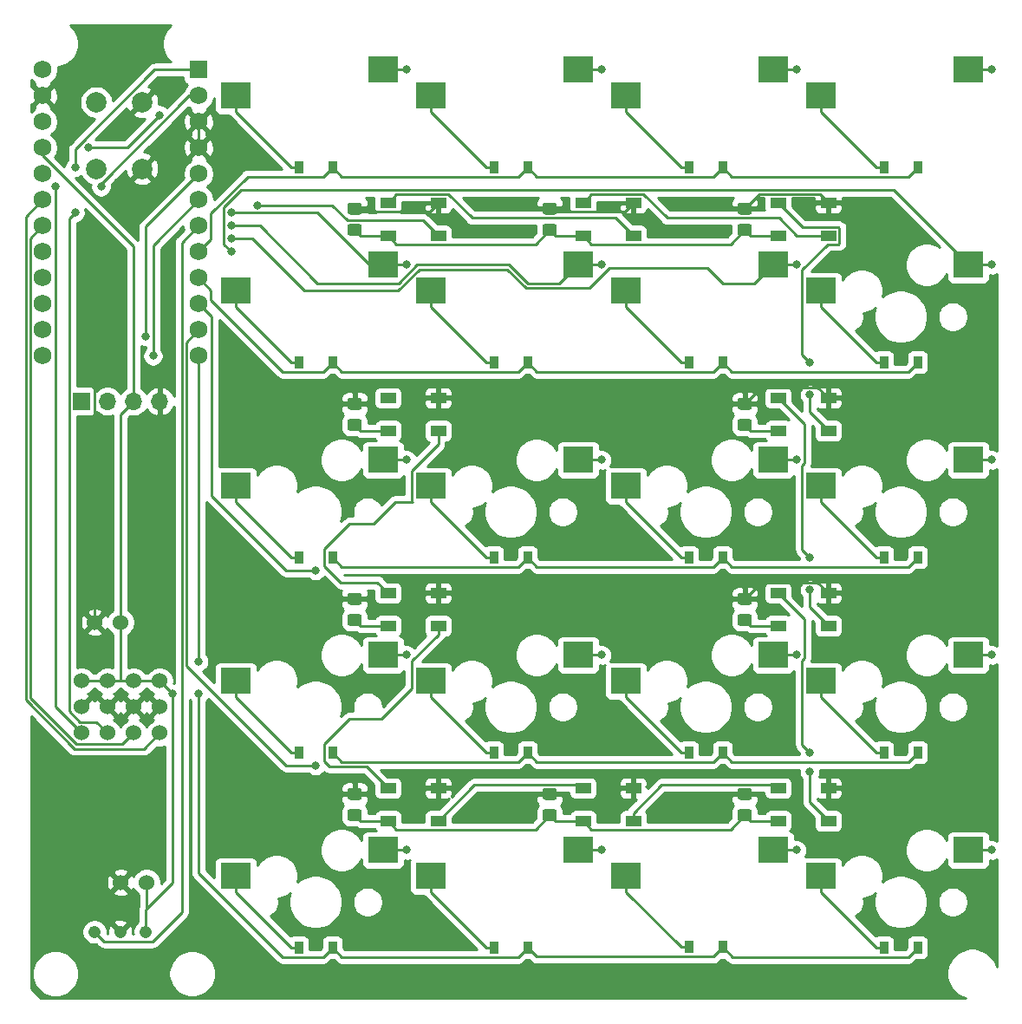
<source format=gbl>
%TF.GenerationSoftware,KiCad,Pcbnew,5.1.6*%
%TF.CreationDate,2020-07-17T23:24:30+10:00*%
%TF.ProjectId,macropad_v01,6d616372-6f70-4616-945f-7630312e6b69,rev?*%
%TF.SameCoordinates,Original*%
%TF.FileFunction,Copper,L2,Bot*%
%TF.FilePolarity,Positive*%
%FSLAX46Y46*%
G04 Gerber Fmt 4.6, Leading zero omitted, Abs format (unit mm)*
G04 Created by KiCad (PCBNEW 5.1.6) date 2020-07-17 23:24:30*
%MOMM*%
%LPD*%
G01*
G04 APERTURE LIST*
%TA.AperFunction,ComponentPad*%
%ADD10C,1.208000*%
%TD*%
%TA.AperFunction,SMDPad,CuDef*%
%ADD11R,3.000000X2.500000*%
%TD*%
%TA.AperFunction,ComponentPad*%
%ADD12C,1.524000*%
%TD*%
%TA.AperFunction,SMDPad,CuDef*%
%ADD13R,1.500000X1.000000*%
%TD*%
%TA.AperFunction,ComponentPad*%
%ADD14R,1.752600X1.752600*%
%TD*%
%TA.AperFunction,ComponentPad*%
%ADD15C,1.752600*%
%TD*%
%TA.AperFunction,ComponentPad*%
%ADD16C,2.000000*%
%TD*%
%TA.AperFunction,ComponentPad*%
%ADD17R,1.700000X1.700000*%
%TD*%
%TA.AperFunction,ComponentPad*%
%ADD18O,1.700000X1.700000*%
%TD*%
%TA.AperFunction,SMDPad,CuDef*%
%ADD19R,0.900000X1.200000*%
%TD*%
%TA.AperFunction,ViaPad*%
%ADD20C,0.800000*%
%TD*%
%TA.AperFunction,Conductor*%
%ADD21C,0.250000*%
%TD*%
%TA.AperFunction,Conductor*%
%ADD22C,0.254000*%
%TD*%
G04 APERTURE END LIST*
D10*
%TO.P,U2,VS*%
%TO.N,VCC*%
X100250000Y-140065000D03*
%TO.P,U2,GND*%
%TO.N,GND*%
X97750000Y-140065000D03*
%TO.P,U2,OUT*%
%TO.N,IR*%
X95250000Y-140065000D03*
%TD*%
D11*
%TO.P,K3,1*%
%TO.N,COL0*%
X123440000Y-93980000D03*
%TO.P,K3,2*%
%TO.N,Net-(D3-Pad2)*%
X109040000Y-96520000D03*
%TD*%
%TO.P,K2,1*%
%TO.N,COL0*%
X123440000Y-74930000D03*
%TO.P,K2,2*%
%TO.N,Net-(D2-Pad2)*%
X109040000Y-77470000D03*
%TD*%
%TO.P,K9,1*%
%TO.N,COL1*%
X142490000Y-113030000D03*
%TO.P,K9,2*%
%TO.N,Net-(D9-Pad2)*%
X128090000Y-115570000D03*
%TD*%
D12*
%TO.P,J2,12*%
%TO.N,VCC*%
X101600000Y-115570000D03*
%TO.P,J2,11*%
X99060000Y-115570000D03*
%TO.P,J2,10*%
X96520000Y-115570000D03*
%TO.P,J2,5*%
%TO.N,GND*%
X93980000Y-118110000D03*
%TO.P,J2,9*%
%TO.N,VCC*%
X93980000Y-115570000D03*
%TO.P,J2,6*%
%TO.N,GND*%
X96520000Y-118110000D03*
%TO.P,J2,7*%
X99060000Y-118110000D03*
%TO.P,J2,8*%
X101600000Y-118110000D03*
%TO.P,J2,4*%
%TO.N,A2*%
X101600000Y-120650000D03*
%TO.P,J2,3*%
%TO.N,A1*%
X99060000Y-120650000D03*
%TO.P,J2,2*%
%TO.N,RX*%
X96520000Y-120650000D03*
%TO.P,J2,1*%
%TO.N,TX*%
X93980000Y-120650000D03*
%TD*%
%TO.P,C12,2*%
%TO.N,VCC*%
X97790000Y-109855000D03*
%TO.P,C12,1*%
%TO.N,GND*%
X95250000Y-109855000D03*
%TD*%
%TO.P,C11,2*%
%TO.N,VCC*%
X100330000Y-135255000D03*
%TO.P,C11,1*%
%TO.N,GND*%
X97790000Y-135255000D03*
%TD*%
D13*
%TO.P,LED10,1*%
%TO.N,VCC*%
X123915000Y-91135000D03*
%TO.P,LED10,2*%
%TO.N,Net-(LED10-Pad2)*%
X123915000Y-87935000D03*
%TO.P,LED10,4*%
%TO.N,Net-(LED10-Pad4)*%
X128815000Y-91135000D03*
%TO.P,LED10,3*%
%TO.N,GND*%
X128815000Y-87935000D03*
%TD*%
%TO.P,C10,1*%
%TO.N,GND*%
%TA.AperFunction,SMDPad,CuDef*%
G36*
G01*
X120199999Y-87935000D02*
X121100001Y-87935000D01*
G75*
G02*
X121350000Y-88184999I0J-249999D01*
G01*
X121350000Y-88835001D01*
G75*
G02*
X121100001Y-89085000I-249999J0D01*
G01*
X120199999Y-89085000D01*
G75*
G02*
X119950000Y-88835001I0J249999D01*
G01*
X119950000Y-88184999D01*
G75*
G02*
X120199999Y-87935000I249999J0D01*
G01*
G37*
%TD.AperFunction*%
%TO.P,C10,2*%
%TO.N,VCC*%
%TA.AperFunction,SMDPad,CuDef*%
G36*
G01*
X120199999Y-89985000D02*
X121100001Y-89985000D01*
G75*
G02*
X121350000Y-90234999I0J-249999D01*
G01*
X121350000Y-90885001D01*
G75*
G02*
X121100001Y-91135000I-249999J0D01*
G01*
X120199999Y-91135000D01*
G75*
G02*
X119950000Y-90885001I0J249999D01*
G01*
X119950000Y-90234999D01*
G75*
G02*
X120199999Y-89985000I249999J0D01*
G01*
G37*
%TD.AperFunction*%
%TD*%
%TO.P,C1,1*%
%TO.N,GND*%
%TA.AperFunction,SMDPad,CuDef*%
G36*
G01*
X120199999Y-68885000D02*
X121100001Y-68885000D01*
G75*
G02*
X121350000Y-69134999I0J-249999D01*
G01*
X121350000Y-69785001D01*
G75*
G02*
X121100001Y-70035000I-249999J0D01*
G01*
X120199999Y-70035000D01*
G75*
G02*
X119950000Y-69785001I0J249999D01*
G01*
X119950000Y-69134999D01*
G75*
G02*
X120199999Y-68885000I249999J0D01*
G01*
G37*
%TD.AperFunction*%
%TO.P,C1,2*%
%TO.N,VCC*%
%TA.AperFunction,SMDPad,CuDef*%
G36*
G01*
X120199999Y-70935000D02*
X121100001Y-70935000D01*
G75*
G02*
X121350000Y-71184999I0J-249999D01*
G01*
X121350000Y-71835001D01*
G75*
G02*
X121100001Y-72085000I-249999J0D01*
G01*
X120199999Y-72085000D01*
G75*
G02*
X119950000Y-71835001I0J249999D01*
G01*
X119950000Y-71184999D01*
G75*
G02*
X120199999Y-70935000I249999J0D01*
G01*
G37*
%TD.AperFunction*%
%TD*%
D14*
%TO.P,U1,1*%
%TO.N,TX*%
X105410000Y-55880000D03*
D15*
%TO.P,U1,2*%
%TO.N,RX*%
X105410000Y-58420000D03*
%TO.P,U1,3*%
%TO.N,GND*%
X105410000Y-60960000D03*
%TO.P,U1,4*%
X105410000Y-63500000D03*
%TO.P,U1,5*%
%TO.N,SDA*%
X105410000Y-66040000D03*
%TO.P,U1,6*%
%TO.N,SCL*%
X105410000Y-68580000D03*
%TO.P,U1,7*%
%TO.N,IR*%
X105410000Y-71120000D03*
%TO.P,U1,8*%
%TO.N,ROW0*%
X105410000Y-73660000D03*
%TO.P,U1,9*%
%TO.N,ROW1*%
X105410000Y-76200000D03*
%TO.P,U1,10*%
%TO.N,ROW2*%
X105410000Y-78740000D03*
%TO.P,U1,11*%
%TO.N,ROW3*%
X105410000Y-81280000D03*
%TO.P,U1,13*%
%TO.N,COL3*%
X90170000Y-83820000D03*
%TO.P,U1,14*%
%TO.N,COL2*%
X90170000Y-81280000D03*
%TO.P,U1,15*%
%TO.N,COL1*%
X90170000Y-78740000D03*
%TO.P,U1,16*%
%TO.N,COL0*%
X90170000Y-76200000D03*
%TO.P,U1,17*%
%TO.N,PF7*%
X90170000Y-73660000D03*
%TO.P,U1,18*%
%TO.N,A1*%
X90170000Y-71120000D03*
%TO.P,U1,19*%
%TO.N,A2*%
X90170000Y-68580000D03*
%TO.P,U1,20*%
%TO.N,LEDs*%
X90170000Y-66040000D03*
%TO.P,U1,21*%
%TO.N,VCC*%
X90170000Y-63500000D03*
%TO.P,U1,22*%
%TO.N,RST*%
X90170000Y-60960000D03*
%TO.P,U1,23*%
%TO.N,GND*%
X90170000Y-58420000D03*
%TO.P,U1,12*%
%TO.N,ROW4*%
X105410000Y-83820000D03*
%TO.P,U1,24*%
%TO.N,Net-(U1-Pad24)*%
X90170000Y-55880000D03*
%TD*%
D16*
%TO.P,SW1,1*%
%TO.N,GND*%
X99907480Y-65555000D03*
%TO.P,SW1,2*%
%TO.N,RST*%
X95407480Y-65555000D03*
%TO.P,SW1,1*%
%TO.N,GND*%
X99907480Y-59055000D03*
%TO.P,SW1,2*%
%TO.N,RST*%
X95407480Y-59055000D03*
%TD*%
D13*
%TO.P,LED9,1*%
%TO.N,VCC*%
X123915000Y-110185000D03*
%TO.P,LED9,2*%
%TO.N,Net-(LED10-Pad4)*%
X123915000Y-106985000D03*
%TO.P,LED9,4*%
%TO.N,Net-(LED8-Pad2)*%
X128815000Y-110185000D03*
%TO.P,LED9,3*%
%TO.N,GND*%
X128815000Y-106985000D03*
%TD*%
%TO.P,LED8,1*%
%TO.N,VCC*%
X123915000Y-129235000D03*
%TO.P,LED8,2*%
%TO.N,Net-(LED8-Pad2)*%
X123915000Y-126035000D03*
%TO.P,LED8,4*%
%TO.N,Net-(LED7-Pad2)*%
X128815000Y-129235000D03*
%TO.P,LED8,3*%
%TO.N,GND*%
X128815000Y-126035000D03*
%TD*%
%TO.P,LED7,1*%
%TO.N,VCC*%
X142965000Y-129235000D03*
%TO.P,LED7,2*%
%TO.N,Net-(LED7-Pad2)*%
X142965000Y-126035000D03*
%TO.P,LED7,4*%
%TO.N,Net-(LED6-Pad2)*%
X147865000Y-129235000D03*
%TO.P,LED7,3*%
%TO.N,GND*%
X147865000Y-126035000D03*
%TD*%
%TO.P,LED6,1*%
%TO.N,VCC*%
X162015000Y-129235000D03*
%TO.P,LED6,2*%
%TO.N,Net-(LED6-Pad2)*%
X162015000Y-126035000D03*
%TO.P,LED6,4*%
%TO.N,Net-(LED5-Pad2)*%
X166915000Y-129235000D03*
%TO.P,LED6,3*%
%TO.N,GND*%
X166915000Y-126035000D03*
%TD*%
%TO.P,LED5,1*%
%TO.N,VCC*%
X162015000Y-110185000D03*
%TO.P,LED5,2*%
%TO.N,Net-(LED5-Pad2)*%
X162015000Y-106985000D03*
%TO.P,LED5,4*%
%TO.N,Net-(LED4-Pad2)*%
X166915000Y-110185000D03*
%TO.P,LED5,3*%
%TO.N,GND*%
X166915000Y-106985000D03*
%TD*%
%TO.P,LED4,1*%
%TO.N,VCC*%
X162015000Y-91135000D03*
%TO.P,LED4,2*%
%TO.N,Net-(LED4-Pad2)*%
X162015000Y-87935000D03*
%TO.P,LED4,4*%
%TO.N,Net-(LED3-Pad2)*%
X166915000Y-91135000D03*
%TO.P,LED4,3*%
%TO.N,GND*%
X166915000Y-87935000D03*
%TD*%
%TO.P,LED3,1*%
%TO.N,VCC*%
X162015000Y-72085000D03*
%TO.P,LED3,2*%
%TO.N,Net-(LED3-Pad2)*%
X162015000Y-68885000D03*
%TO.P,LED3,4*%
%TO.N,Net-(LED2-Pad2)*%
X166915000Y-72085000D03*
%TO.P,LED3,3*%
%TO.N,GND*%
X166915000Y-68885000D03*
%TD*%
%TO.P,LED2,1*%
%TO.N,VCC*%
X142965000Y-72085000D03*
%TO.P,LED2,2*%
%TO.N,Net-(LED2-Pad2)*%
X142965000Y-68885000D03*
%TO.P,LED2,4*%
%TO.N,Net-(LED1-Pad2)*%
X147865000Y-72085000D03*
%TO.P,LED2,3*%
%TO.N,GND*%
X147865000Y-68885000D03*
%TD*%
%TO.P,LED1,1*%
%TO.N,VCC*%
X123915000Y-72085000D03*
%TO.P,LED1,2*%
%TO.N,Net-(LED1-Pad2)*%
X123915000Y-68885000D03*
%TO.P,LED1,4*%
%TO.N,LEDs*%
X128815000Y-72085000D03*
%TO.P,LED1,3*%
%TO.N,GND*%
X128815000Y-68885000D03*
%TD*%
D11*
%TO.P,K20,1*%
%TO.N,COL3*%
X180590000Y-132080000D03*
%TO.P,K20,2*%
%TO.N,Net-(D20-Pad2)*%
X166190000Y-134620000D03*
%TD*%
%TO.P,K19,1*%
%TO.N,COL3*%
X180590000Y-113030000D03*
%TO.P,K19,2*%
%TO.N,Net-(D19-Pad2)*%
X166190000Y-115570000D03*
%TD*%
%TO.P,K18,1*%
%TO.N,COL3*%
X180590000Y-93980000D03*
%TO.P,K18,2*%
%TO.N,Net-(D18-Pad2)*%
X166190000Y-96520000D03*
%TD*%
%TO.P,K17,1*%
%TO.N,COL3*%
X180590000Y-74930000D03*
%TO.P,K17,2*%
%TO.N,Net-(D17-Pad2)*%
X166190000Y-77470000D03*
%TD*%
%TO.P,K16,1*%
%TO.N,COL3*%
X180590000Y-55880000D03*
%TO.P,K16,2*%
%TO.N,Net-(D16-Pad2)*%
X166190000Y-58420000D03*
%TD*%
%TO.P,K15,1*%
%TO.N,COL2*%
X161540000Y-132080000D03*
%TO.P,K15,2*%
%TO.N,Net-(D15-Pad2)*%
X147140000Y-134620000D03*
%TD*%
%TO.P,K14,1*%
%TO.N,COL2*%
X161540000Y-113030000D03*
%TO.P,K14,2*%
%TO.N,Net-(D14-Pad2)*%
X147140000Y-115570000D03*
%TD*%
%TO.P,K13,1*%
%TO.N,COL2*%
X161540000Y-93980000D03*
%TO.P,K13,2*%
%TO.N,Net-(D13-Pad2)*%
X147140000Y-96520000D03*
%TD*%
%TO.P,K12,1*%
%TO.N,COL2*%
X161540000Y-74930000D03*
%TO.P,K12,2*%
%TO.N,Net-(D12-Pad2)*%
X147140000Y-77470000D03*
%TD*%
%TO.P,K11,1*%
%TO.N,COL2*%
X161540000Y-55880000D03*
%TO.P,K11,2*%
%TO.N,Net-(D11-Pad2)*%
X147140000Y-58420000D03*
%TD*%
%TO.P,K10,1*%
%TO.N,COL1*%
X142490000Y-132080000D03*
%TO.P,K10,2*%
%TO.N,Net-(D10-Pad2)*%
X128090000Y-134620000D03*
%TD*%
%TO.P,K8,1*%
%TO.N,COL1*%
X142490000Y-93980000D03*
%TO.P,K8,2*%
%TO.N,Net-(D8-Pad2)*%
X128090000Y-96520000D03*
%TD*%
%TO.P,K7,1*%
%TO.N,COL1*%
X142490000Y-74930000D03*
%TO.P,K7,2*%
%TO.N,Net-(D7-Pad2)*%
X128090000Y-77470000D03*
%TD*%
%TO.P,K6,1*%
%TO.N,COL1*%
X142490000Y-55880000D03*
%TO.P,K6,2*%
%TO.N,Net-(D6-Pad2)*%
X128090000Y-58420000D03*
%TD*%
%TO.P,K5,1*%
%TO.N,COL0*%
X123440000Y-132080000D03*
%TO.P,K5,2*%
%TO.N,Net-(D5-Pad2)*%
X109040000Y-134620000D03*
%TD*%
%TO.P,K4,1*%
%TO.N,COL0*%
X123440000Y-113030000D03*
%TO.P,K4,2*%
%TO.N,Net-(D4-Pad2)*%
X109040000Y-115570000D03*
%TD*%
%TO.P,K1,1*%
%TO.N,COL0*%
X123440000Y-55880000D03*
%TO.P,K1,2*%
%TO.N,Net-(D1-Pad2)*%
X109040000Y-58420000D03*
%TD*%
D17*
%TO.P,JOLED1,1*%
%TO.N,SDA*%
X93980000Y-88265000D03*
D18*
%TO.P,JOLED1,2*%
%TO.N,SCL*%
X96520000Y-88265000D03*
%TO.P,JOLED1,3*%
%TO.N,VCC*%
X99060000Y-88265000D03*
%TO.P,JOLED1,4*%
%TO.N,GND*%
X101600000Y-88265000D03*
%TD*%
D19*
%TO.P,D20,2*%
%TO.N,Net-(D20-Pad2)*%
X172340000Y-141605000D03*
%TO.P,D20,1*%
%TO.N,ROW4*%
X175640000Y-141605000D03*
%TD*%
%TO.P,D19,2*%
%TO.N,Net-(D19-Pad2)*%
X172340000Y-122555000D03*
%TO.P,D19,1*%
%TO.N,ROW3*%
X175640000Y-122555000D03*
%TD*%
%TO.P,D18,2*%
%TO.N,Net-(D18-Pad2)*%
X172340000Y-103505000D03*
%TO.P,D18,1*%
%TO.N,ROW2*%
X175640000Y-103505000D03*
%TD*%
%TO.P,D17,2*%
%TO.N,Net-(D17-Pad2)*%
X172340000Y-84455000D03*
%TO.P,D17,1*%
%TO.N,ROW1*%
X175640000Y-84455000D03*
%TD*%
%TO.P,D16,2*%
%TO.N,Net-(D16-Pad2)*%
X172340000Y-65405000D03*
%TO.P,D16,1*%
%TO.N,ROW0*%
X175640000Y-65405000D03*
%TD*%
%TO.P,D15,2*%
%TO.N,Net-(D15-Pad2)*%
X153290000Y-141564360D03*
%TO.P,D15,1*%
%TO.N,ROW4*%
X156590000Y-141564360D03*
%TD*%
%TO.P,D14,2*%
%TO.N,Net-(D14-Pad2)*%
X153290000Y-122555000D03*
%TO.P,D14,1*%
%TO.N,ROW3*%
X156590000Y-122555000D03*
%TD*%
%TO.P,D13,2*%
%TO.N,Net-(D13-Pad2)*%
X153290000Y-103505000D03*
%TO.P,D13,1*%
%TO.N,ROW2*%
X156590000Y-103505000D03*
%TD*%
%TO.P,D12,2*%
%TO.N,Net-(D12-Pad2)*%
X153290000Y-84455000D03*
%TO.P,D12,1*%
%TO.N,ROW1*%
X156590000Y-84455000D03*
%TD*%
%TO.P,D11,2*%
%TO.N,Net-(D11-Pad2)*%
X153290000Y-65405000D03*
%TO.P,D11,1*%
%TO.N,ROW0*%
X156590000Y-65405000D03*
%TD*%
%TO.P,D10,2*%
%TO.N,Net-(D10-Pad2)*%
X134240000Y-141605000D03*
%TO.P,D10,1*%
%TO.N,ROW4*%
X137540000Y-141605000D03*
%TD*%
%TO.P,D9,2*%
%TO.N,Net-(D9-Pad2)*%
X134240000Y-122555000D03*
%TO.P,D9,1*%
%TO.N,ROW3*%
X137540000Y-122555000D03*
%TD*%
%TO.P,D8,2*%
%TO.N,Net-(D8-Pad2)*%
X134240000Y-103505000D03*
%TO.P,D8,1*%
%TO.N,ROW2*%
X137540000Y-103505000D03*
%TD*%
%TO.P,D7,2*%
%TO.N,Net-(D7-Pad2)*%
X134240000Y-84455000D03*
%TO.P,D7,1*%
%TO.N,ROW1*%
X137540000Y-84455000D03*
%TD*%
%TO.P,D6,2*%
%TO.N,Net-(D6-Pad2)*%
X134240000Y-65405000D03*
%TO.P,D6,1*%
%TO.N,ROW0*%
X137540000Y-65405000D03*
%TD*%
%TO.P,D5,2*%
%TO.N,Net-(D5-Pad2)*%
X115190000Y-141605000D03*
%TO.P,D5,1*%
%TO.N,ROW4*%
X118490000Y-141605000D03*
%TD*%
%TO.P,D4,2*%
%TO.N,Net-(D4-Pad2)*%
X115190000Y-122555000D03*
%TO.P,D4,1*%
%TO.N,ROW3*%
X118490000Y-122555000D03*
%TD*%
%TO.P,D3,2*%
%TO.N,Net-(D3-Pad2)*%
X115190000Y-103505000D03*
%TO.P,D3,1*%
%TO.N,ROW2*%
X118490000Y-103505000D03*
%TD*%
%TO.P,D2,2*%
%TO.N,Net-(D2-Pad2)*%
X115190000Y-84455000D03*
%TO.P,D2,1*%
%TO.N,ROW1*%
X118490000Y-84455000D03*
%TD*%
%TO.P,D1,2*%
%TO.N,Net-(D1-Pad2)*%
X115190000Y-65405000D03*
%TO.P,D1,1*%
%TO.N,ROW0*%
X118490000Y-65405000D03*
%TD*%
%TO.P,C9,1*%
%TO.N,GND*%
%TA.AperFunction,SMDPad,CuDef*%
G36*
G01*
X120199999Y-106985000D02*
X121100001Y-106985000D01*
G75*
G02*
X121350000Y-107234999I0J-249999D01*
G01*
X121350000Y-107885001D01*
G75*
G02*
X121100001Y-108135000I-249999J0D01*
G01*
X120199999Y-108135000D01*
G75*
G02*
X119950000Y-107885001I0J249999D01*
G01*
X119950000Y-107234999D01*
G75*
G02*
X120199999Y-106985000I249999J0D01*
G01*
G37*
%TD.AperFunction*%
%TO.P,C9,2*%
%TO.N,VCC*%
%TA.AperFunction,SMDPad,CuDef*%
G36*
G01*
X120199999Y-109035000D02*
X121100001Y-109035000D01*
G75*
G02*
X121350000Y-109284999I0J-249999D01*
G01*
X121350000Y-109935001D01*
G75*
G02*
X121100001Y-110185000I-249999J0D01*
G01*
X120199999Y-110185000D01*
G75*
G02*
X119950000Y-109935001I0J249999D01*
G01*
X119950000Y-109284999D01*
G75*
G02*
X120199999Y-109035000I249999J0D01*
G01*
G37*
%TD.AperFunction*%
%TD*%
%TO.P,C8,1*%
%TO.N,GND*%
%TA.AperFunction,SMDPad,CuDef*%
G36*
G01*
X120199999Y-126035000D02*
X121100001Y-126035000D01*
G75*
G02*
X121350000Y-126284999I0J-249999D01*
G01*
X121350000Y-126935001D01*
G75*
G02*
X121100001Y-127185000I-249999J0D01*
G01*
X120199999Y-127185000D01*
G75*
G02*
X119950000Y-126935001I0J249999D01*
G01*
X119950000Y-126284999D01*
G75*
G02*
X120199999Y-126035000I249999J0D01*
G01*
G37*
%TD.AperFunction*%
%TO.P,C8,2*%
%TO.N,VCC*%
%TA.AperFunction,SMDPad,CuDef*%
G36*
G01*
X120199999Y-128085000D02*
X121100001Y-128085000D01*
G75*
G02*
X121350000Y-128334999I0J-249999D01*
G01*
X121350000Y-128985001D01*
G75*
G02*
X121100001Y-129235000I-249999J0D01*
G01*
X120199999Y-129235000D01*
G75*
G02*
X119950000Y-128985001I0J249999D01*
G01*
X119950000Y-128334999D01*
G75*
G02*
X120199999Y-128085000I249999J0D01*
G01*
G37*
%TD.AperFunction*%
%TD*%
%TO.P,C7,1*%
%TO.N,GND*%
%TA.AperFunction,SMDPad,CuDef*%
G36*
G01*
X139249999Y-126035000D02*
X140150001Y-126035000D01*
G75*
G02*
X140400000Y-126284999I0J-249999D01*
G01*
X140400000Y-126935001D01*
G75*
G02*
X140150001Y-127185000I-249999J0D01*
G01*
X139249999Y-127185000D01*
G75*
G02*
X139000000Y-126935001I0J249999D01*
G01*
X139000000Y-126284999D01*
G75*
G02*
X139249999Y-126035000I249999J0D01*
G01*
G37*
%TD.AperFunction*%
%TO.P,C7,2*%
%TO.N,VCC*%
%TA.AperFunction,SMDPad,CuDef*%
G36*
G01*
X139249999Y-128085000D02*
X140150001Y-128085000D01*
G75*
G02*
X140400000Y-128334999I0J-249999D01*
G01*
X140400000Y-128985001D01*
G75*
G02*
X140150001Y-129235000I-249999J0D01*
G01*
X139249999Y-129235000D01*
G75*
G02*
X139000000Y-128985001I0J249999D01*
G01*
X139000000Y-128334999D01*
G75*
G02*
X139249999Y-128085000I249999J0D01*
G01*
G37*
%TD.AperFunction*%
%TD*%
%TO.P,C6,1*%
%TO.N,GND*%
%TA.AperFunction,SMDPad,CuDef*%
G36*
G01*
X158299999Y-126035000D02*
X159200001Y-126035000D01*
G75*
G02*
X159450000Y-126284999I0J-249999D01*
G01*
X159450000Y-126935001D01*
G75*
G02*
X159200001Y-127185000I-249999J0D01*
G01*
X158299999Y-127185000D01*
G75*
G02*
X158050000Y-126935001I0J249999D01*
G01*
X158050000Y-126284999D01*
G75*
G02*
X158299999Y-126035000I249999J0D01*
G01*
G37*
%TD.AperFunction*%
%TO.P,C6,2*%
%TO.N,VCC*%
%TA.AperFunction,SMDPad,CuDef*%
G36*
G01*
X158299999Y-128085000D02*
X159200001Y-128085000D01*
G75*
G02*
X159450000Y-128334999I0J-249999D01*
G01*
X159450000Y-128985001D01*
G75*
G02*
X159200001Y-129235000I-249999J0D01*
G01*
X158299999Y-129235000D01*
G75*
G02*
X158050000Y-128985001I0J249999D01*
G01*
X158050000Y-128334999D01*
G75*
G02*
X158299999Y-128085000I249999J0D01*
G01*
G37*
%TD.AperFunction*%
%TD*%
%TO.P,C5,1*%
%TO.N,GND*%
%TA.AperFunction,SMDPad,CuDef*%
G36*
G01*
X158299999Y-106985000D02*
X159200001Y-106985000D01*
G75*
G02*
X159450000Y-107234999I0J-249999D01*
G01*
X159450000Y-107885001D01*
G75*
G02*
X159200001Y-108135000I-249999J0D01*
G01*
X158299999Y-108135000D01*
G75*
G02*
X158050000Y-107885001I0J249999D01*
G01*
X158050000Y-107234999D01*
G75*
G02*
X158299999Y-106985000I249999J0D01*
G01*
G37*
%TD.AperFunction*%
%TO.P,C5,2*%
%TO.N,VCC*%
%TA.AperFunction,SMDPad,CuDef*%
G36*
G01*
X158299999Y-109035000D02*
X159200001Y-109035000D01*
G75*
G02*
X159450000Y-109284999I0J-249999D01*
G01*
X159450000Y-109935001D01*
G75*
G02*
X159200001Y-110185000I-249999J0D01*
G01*
X158299999Y-110185000D01*
G75*
G02*
X158050000Y-109935001I0J249999D01*
G01*
X158050000Y-109284999D01*
G75*
G02*
X158299999Y-109035000I249999J0D01*
G01*
G37*
%TD.AperFunction*%
%TD*%
%TO.P,C4,1*%
%TO.N,GND*%
%TA.AperFunction,SMDPad,CuDef*%
G36*
G01*
X158299999Y-87935000D02*
X159200001Y-87935000D01*
G75*
G02*
X159450000Y-88184999I0J-249999D01*
G01*
X159450000Y-88835001D01*
G75*
G02*
X159200001Y-89085000I-249999J0D01*
G01*
X158299999Y-89085000D01*
G75*
G02*
X158050000Y-88835001I0J249999D01*
G01*
X158050000Y-88184999D01*
G75*
G02*
X158299999Y-87935000I249999J0D01*
G01*
G37*
%TD.AperFunction*%
%TO.P,C4,2*%
%TO.N,VCC*%
%TA.AperFunction,SMDPad,CuDef*%
G36*
G01*
X158299999Y-89985000D02*
X159200001Y-89985000D01*
G75*
G02*
X159450000Y-90234999I0J-249999D01*
G01*
X159450000Y-90885001D01*
G75*
G02*
X159200001Y-91135000I-249999J0D01*
G01*
X158299999Y-91135000D01*
G75*
G02*
X158050000Y-90885001I0J249999D01*
G01*
X158050000Y-90234999D01*
G75*
G02*
X158299999Y-89985000I249999J0D01*
G01*
G37*
%TD.AperFunction*%
%TD*%
%TO.P,C3,1*%
%TO.N,GND*%
%TA.AperFunction,SMDPad,CuDef*%
G36*
G01*
X158299999Y-68885000D02*
X159200001Y-68885000D01*
G75*
G02*
X159450000Y-69134999I0J-249999D01*
G01*
X159450000Y-69785001D01*
G75*
G02*
X159200001Y-70035000I-249999J0D01*
G01*
X158299999Y-70035000D01*
G75*
G02*
X158050000Y-69785001I0J249999D01*
G01*
X158050000Y-69134999D01*
G75*
G02*
X158299999Y-68885000I249999J0D01*
G01*
G37*
%TD.AperFunction*%
%TO.P,C3,2*%
%TO.N,VCC*%
%TA.AperFunction,SMDPad,CuDef*%
G36*
G01*
X158299999Y-70935000D02*
X159200001Y-70935000D01*
G75*
G02*
X159450000Y-71184999I0J-249999D01*
G01*
X159450000Y-71835001D01*
G75*
G02*
X159200001Y-72085000I-249999J0D01*
G01*
X158299999Y-72085000D01*
G75*
G02*
X158050000Y-71835001I0J249999D01*
G01*
X158050000Y-71184999D01*
G75*
G02*
X158299999Y-70935000I249999J0D01*
G01*
G37*
%TD.AperFunction*%
%TD*%
%TO.P,C2,1*%
%TO.N,GND*%
%TA.AperFunction,SMDPad,CuDef*%
G36*
G01*
X139249999Y-68885000D02*
X140150001Y-68885000D01*
G75*
G02*
X140400000Y-69134999I0J-249999D01*
G01*
X140400000Y-69785001D01*
G75*
G02*
X140150001Y-70035000I-249999J0D01*
G01*
X139249999Y-70035000D01*
G75*
G02*
X139000000Y-69785001I0J249999D01*
G01*
X139000000Y-69134999D01*
G75*
G02*
X139249999Y-68885000I249999J0D01*
G01*
G37*
%TD.AperFunction*%
%TO.P,C2,2*%
%TO.N,VCC*%
%TA.AperFunction,SMDPad,CuDef*%
G36*
G01*
X139249999Y-70935000D02*
X140150001Y-70935000D01*
G75*
G02*
X140400000Y-71184999I0J-249999D01*
G01*
X140400000Y-71835001D01*
G75*
G02*
X140150001Y-72085000I-249999J0D01*
G01*
X139249999Y-72085000D01*
G75*
G02*
X139000000Y-71835001I0J249999D01*
G01*
X139000000Y-71184999D01*
G75*
G02*
X139249999Y-70935000I249999J0D01*
G01*
G37*
%TD.AperFunction*%
%TD*%
D20*
%TO.N,GND*%
X94615000Y-70485000D03*
X128815000Y-68885000D03*
X120650000Y-69460000D03*
X139700000Y-69460000D03*
%TO.N,VCC*%
X120650000Y-128660000D03*
X120650000Y-109610000D03*
X120650000Y-90560000D03*
X120650000Y-71510000D03*
X158750000Y-109610000D03*
X158750000Y-90560000D03*
X158750000Y-71510000D03*
X102870000Y-116840000D03*
%TO.N,ROW2*%
X116840000Y-104775000D03*
X118490000Y-103505000D03*
%TO.N,ROW3*%
X116840000Y-123825000D03*
X118490000Y-122555000D03*
%TO.N,ROW4*%
X105410000Y-113665000D03*
X105410000Y-116840000D03*
%TO.N,SDA*%
X100240000Y-81915000D03*
%TO.N,SCL*%
X100965000Y-83820000D03*
%TO.N,COL0*%
X125730000Y-132080000D03*
X125730000Y-55880000D03*
X125730000Y-74930000D03*
X125730000Y-93980000D03*
X125730000Y-113030000D03*
X108585000Y-69850000D03*
%TO.N,COL1*%
X144780000Y-132080000D03*
X144780000Y-55880000D03*
X144780000Y-74930000D03*
X144780000Y-93980000D03*
X144780000Y-113030000D03*
X108585000Y-71120000D03*
%TO.N,COL2*%
X163830000Y-132080000D03*
X163830000Y-55880000D03*
X163830000Y-74930000D03*
X163830000Y-93980000D03*
X163830000Y-113030000D03*
X108585000Y-72390000D03*
%TO.N,COL3*%
X182880000Y-132080000D03*
X182880000Y-55880000D03*
X182880000Y-74930000D03*
X182880000Y-93980000D03*
X182880000Y-113030000D03*
X108585000Y-73660000D03*
%TO.N,LEDs*%
X111125000Y-69125000D03*
X94615000Y-63500000D03*
X101586588Y-60311588D03*
%TO.N,Net-(LED3-Pad2)*%
X165100000Y-84455000D03*
X165100000Y-87630000D03*
%TO.N,Net-(LED4-Pad2)*%
X165100000Y-103505000D03*
X165100000Y-106680000D03*
%TO.N,Net-(LED5-Pad2)*%
X165100000Y-122555000D03*
X165100000Y-124460000D03*
%TO.N,TX*%
X91440000Y-67310000D03*
X93345000Y-65405000D03*
%TO.N,RX*%
X95885000Y-67310000D03*
X93345000Y-69850000D03*
%TD*%
D21*
%TO.N,GND*%
X165884999Y-86904999D02*
X166915000Y-87935000D01*
X160355001Y-86904999D02*
X165884999Y-86904999D01*
X158750000Y-88510000D02*
X160355001Y-86904999D01*
X95250000Y-109855000D02*
X95250000Y-71120000D01*
X95250000Y-71120000D02*
X94615000Y-70485000D01*
X105410000Y-63500000D02*
X105410000Y-60960000D01*
X120900001Y-69710001D02*
X127989999Y-69710001D01*
X127989999Y-69710001D02*
X128815000Y-68885000D01*
X120650000Y-69460000D02*
X120900001Y-69710001D01*
X147039999Y-69710001D02*
X147865000Y-68885000D01*
X139950001Y-69710001D02*
X147039999Y-69710001D01*
X139700000Y-69460000D02*
X139950001Y-69710001D01*
X166089999Y-68059999D02*
X166915000Y-68885000D01*
X160150001Y-68059999D02*
X166089999Y-68059999D01*
X158750000Y-69460000D02*
X160150001Y-68059999D01*
X165884999Y-105954999D02*
X166915000Y-106985000D01*
X160355001Y-105954999D02*
X165884999Y-105954999D01*
X158750000Y-107560000D02*
X160355001Y-105954999D01*
%TO.N,VCC*%
X93980000Y-115570000D02*
X101600000Y-115570000D01*
X97790000Y-111760000D02*
X97790000Y-115570000D01*
X121225000Y-129235000D02*
X120650000Y-128660000D01*
X123915000Y-129235000D02*
X121225000Y-129235000D01*
X121225000Y-110185000D02*
X120650000Y-109610000D01*
X123915000Y-110185000D02*
X121225000Y-110185000D01*
X121225000Y-91135000D02*
X120650000Y-90560000D01*
X123915000Y-91135000D02*
X121225000Y-91135000D01*
X159325000Y-91135000D02*
X158750000Y-90560000D01*
X162015000Y-91135000D02*
X159325000Y-91135000D01*
X159325000Y-110185000D02*
X158750000Y-109610000D01*
X162015000Y-110185000D02*
X159325000Y-110185000D01*
X140275000Y-129235000D02*
X139700000Y-128660000D01*
X142965000Y-129235000D02*
X140275000Y-129235000D01*
X159325000Y-129235000D02*
X158750000Y-128660000D01*
X162015000Y-129235000D02*
X159325000Y-129235000D01*
X159325000Y-72085000D02*
X158750000Y-71510000D01*
X162015000Y-72085000D02*
X159325000Y-72085000D01*
X140275000Y-72085000D02*
X139700000Y-71510000D01*
X142965000Y-72085000D02*
X140275000Y-72085000D01*
X121225000Y-72085000D02*
X120650000Y-71510000D01*
X123915000Y-72085000D02*
X121225000Y-72085000D01*
X100250000Y-137875000D02*
X102870000Y-135255000D01*
X100250000Y-140065000D02*
X100250000Y-137875000D01*
X97790000Y-89535000D02*
X99060000Y-88265000D01*
X97790000Y-111760000D02*
X97790000Y-89535000D01*
X90170000Y-64262074D02*
X90170000Y-63500000D01*
X99060000Y-73152074D02*
X90170000Y-64262074D01*
X99060000Y-88265000D02*
X99060000Y-73152074D01*
X102870000Y-116840000D02*
X101600000Y-115570000D01*
X138299999Y-130060001D02*
X139700000Y-128660000D01*
X124740001Y-130060001D02*
X138299999Y-130060001D01*
X123915000Y-129235000D02*
X124740001Y-130060001D01*
X157349999Y-130060001D02*
X158750000Y-128660000D01*
X143790001Y-130060001D02*
X157349999Y-130060001D01*
X142965000Y-129235000D02*
X143790001Y-130060001D01*
X138299999Y-72910001D02*
X139700000Y-71510000D01*
X124740001Y-72910001D02*
X138299999Y-72910001D01*
X123915000Y-72085000D02*
X124740001Y-72910001D01*
X157349999Y-72910001D02*
X158750000Y-71510000D01*
X143790001Y-72910001D02*
X157349999Y-72910001D01*
X142965000Y-72085000D02*
X143790001Y-72910001D01*
X102870000Y-135255000D02*
X102870000Y-116840000D01*
X100330000Y-137795000D02*
X100250000Y-137875000D01*
X100330000Y-135255000D02*
X100330000Y-137795000D01*
%TO.N,Net-(D1-Pad2)*%
X109040000Y-59980334D02*
X109040000Y-58420000D01*
X114464666Y-65405000D02*
X109040000Y-59980334D01*
X115190000Y-65405000D02*
X114464666Y-65405000D01*
%TO.N,Net-(D2-Pad2)*%
X109040000Y-79030334D02*
X109040000Y-77470000D01*
X114464666Y-84455000D02*
X109040000Y-79030334D01*
X115190000Y-84455000D02*
X114464666Y-84455000D01*
%TO.N,Net-(D3-Pad2)*%
X109040000Y-98080334D02*
X109040000Y-96520000D01*
X114464666Y-103505000D02*
X109040000Y-98080334D01*
X115190000Y-103505000D02*
X114464666Y-103505000D01*
%TO.N,Net-(D4-Pad2)*%
X109040000Y-117130334D02*
X109040000Y-115570000D01*
X114464666Y-122555000D02*
X109040000Y-117130334D01*
X115190000Y-122555000D02*
X114464666Y-122555000D01*
%TO.N,Net-(D5-Pad2)*%
X109040000Y-136180334D02*
X109040000Y-134620000D01*
X114464666Y-141605000D02*
X109040000Y-136180334D01*
X115190000Y-141605000D02*
X114464666Y-141605000D01*
%TO.N,Net-(D6-Pad2)*%
X128090000Y-59980334D02*
X128090000Y-58420000D01*
X133514666Y-65405000D02*
X128090000Y-59980334D01*
X134240000Y-65405000D02*
X133514666Y-65405000D01*
%TO.N,Net-(D7-Pad2)*%
X128090000Y-79030334D02*
X128090000Y-77470000D01*
X133514666Y-84455000D02*
X128090000Y-79030334D01*
X134240000Y-84455000D02*
X133514666Y-84455000D01*
%TO.N,Net-(D8-Pad2)*%
X128090000Y-98080334D02*
X128090000Y-96520000D01*
X133514666Y-103505000D02*
X128090000Y-98080334D01*
X134240000Y-103505000D02*
X133514666Y-103505000D01*
%TO.N,Net-(D9-Pad2)*%
X128090000Y-117130334D02*
X133514666Y-122555000D01*
X133514666Y-122555000D02*
X134240000Y-122555000D01*
X128090000Y-115570000D02*
X128090000Y-117130334D01*
%TO.N,Net-(D10-Pad2)*%
X128090000Y-136180334D02*
X128090000Y-134620000D01*
X133514666Y-141605000D02*
X128090000Y-136180334D01*
X134240000Y-141605000D02*
X133514666Y-141605000D01*
%TO.N,Net-(D11-Pad2)*%
X147140000Y-59980334D02*
X147140000Y-58420000D01*
X152564666Y-65405000D02*
X147140000Y-59980334D01*
X153290000Y-65405000D02*
X152564666Y-65405000D01*
%TO.N,Net-(D12-Pad2)*%
X147140000Y-79030334D02*
X147140000Y-77470000D01*
X152564666Y-84455000D02*
X147140000Y-79030334D01*
X153290000Y-84455000D02*
X152564666Y-84455000D01*
%TO.N,Net-(D13-Pad2)*%
X152564666Y-103505000D02*
X153290000Y-103505000D01*
X147140000Y-98080334D02*
X152564666Y-103505000D01*
X147140000Y-96520000D02*
X147140000Y-98080334D01*
%TO.N,Net-(D14-Pad2)*%
X147140000Y-117130334D02*
X147140000Y-115570000D01*
X152564666Y-122555000D02*
X147140000Y-117130334D01*
X153290000Y-122555000D02*
X152564666Y-122555000D01*
%TO.N,Net-(D15-Pad2)*%
X147140000Y-136180334D02*
X147140000Y-134620000D01*
X152524026Y-141564360D02*
X147140000Y-136180334D01*
X153290000Y-141564360D02*
X152524026Y-141564360D01*
%TO.N,Net-(D16-Pad2)*%
X166190000Y-59980334D02*
X166190000Y-58420000D01*
X171614666Y-65405000D02*
X166190000Y-59980334D01*
X172340000Y-65405000D02*
X171614666Y-65405000D01*
%TO.N,ROW0*%
X157515001Y-66330001D02*
X156590000Y-65405000D01*
X174714999Y-66330001D02*
X157515001Y-66330001D01*
X175640000Y-65405000D02*
X174714999Y-66330001D01*
X119415001Y-66330001D02*
X136614999Y-66330001D01*
X136614999Y-66330001D02*
X137540000Y-65405000D01*
X118490000Y-65405000D02*
X119415001Y-66330001D01*
X155664999Y-66330001D02*
X156590000Y-65405000D01*
X138465001Y-66330001D02*
X155664999Y-66330001D01*
X137540000Y-65405000D02*
X138465001Y-66330001D01*
X110198589Y-66330001D02*
X117564999Y-66330001D01*
X106611301Y-69917289D02*
X110198589Y-66330001D01*
X117564999Y-66330001D02*
X118490000Y-65405000D01*
X106611301Y-72458699D02*
X106611301Y-69917289D01*
X105410000Y-73660000D02*
X106611301Y-72458699D01*
%TO.N,Net-(D17-Pad2)*%
X166190000Y-79030334D02*
X166190000Y-77470000D01*
X171614666Y-84455000D02*
X166190000Y-79030334D01*
X172340000Y-84455000D02*
X171614666Y-84455000D01*
%TO.N,ROW1*%
X136614999Y-85380001D02*
X137540000Y-84455000D01*
X119415001Y-85380001D02*
X136614999Y-85380001D01*
X118490000Y-84455000D02*
X119415001Y-85380001D01*
X155664999Y-85380001D02*
X156590000Y-84455000D01*
X138465001Y-85380001D02*
X155664999Y-85380001D01*
X137540000Y-84455000D02*
X138465001Y-85380001D01*
X174714999Y-85380001D02*
X175640000Y-84455000D01*
X157515001Y-85380001D02*
X174714999Y-85380001D01*
X156590000Y-84455000D02*
X157515001Y-85380001D01*
X117564999Y-85380001D02*
X118490000Y-84455000D01*
X106611301Y-77401301D02*
X106611301Y-78376303D01*
X113614999Y-85380001D02*
X117564999Y-85380001D01*
X106611301Y-78376303D02*
X113614999Y-85380001D01*
X105410000Y-76200000D02*
X106611301Y-77401301D01*
%TO.N,Net-(D18-Pad2)*%
X166190000Y-98080334D02*
X166190000Y-96520000D01*
X171614666Y-103505000D02*
X166190000Y-98080334D01*
X172340000Y-103505000D02*
X171614666Y-103505000D01*
%TO.N,ROW2*%
X136614999Y-104430001D02*
X137540000Y-103505000D01*
X119415001Y-104430001D02*
X136614999Y-104430001D01*
X118490000Y-103505000D02*
X119415001Y-104430001D01*
X155664999Y-104430001D02*
X156590000Y-103505000D01*
X138465001Y-104430001D02*
X155664999Y-104430001D01*
X137540000Y-103505000D02*
X138465001Y-104430001D01*
X174714999Y-104430001D02*
X175640000Y-103505000D01*
X157515001Y-104430001D02*
X174714999Y-104430001D01*
X156590000Y-103505000D02*
X157515001Y-104430001D01*
X105410000Y-78740000D02*
X106680000Y-80010000D01*
X106680000Y-97495002D02*
X113959998Y-104775000D01*
X106680000Y-80010000D02*
X106680000Y-97495002D01*
X113959998Y-104775000D02*
X116840000Y-104775000D01*
%TO.N,Net-(D19-Pad2)*%
X166190000Y-117130334D02*
X166190000Y-115570000D01*
X171614666Y-122555000D02*
X166190000Y-117130334D01*
X172340000Y-122555000D02*
X171614666Y-122555000D01*
%TO.N,ROW3*%
X136614999Y-123480001D02*
X137540000Y-122555000D01*
X119415001Y-123480001D02*
X136614999Y-123480001D01*
X118490000Y-122555000D02*
X119415001Y-123480001D01*
X155664999Y-123480001D02*
X156590000Y-122555000D01*
X138465001Y-123480001D02*
X155664999Y-123480001D01*
X137540000Y-122555000D02*
X138465001Y-123480001D01*
X174714999Y-123480001D02*
X175640000Y-122555000D01*
X157515001Y-123480001D02*
X174714999Y-123480001D01*
X156590000Y-122555000D02*
X157515001Y-123480001D01*
X104208699Y-114073701D02*
X113959998Y-123825000D01*
X104208699Y-82481301D02*
X104208699Y-114073701D01*
X105410000Y-81280000D02*
X104208699Y-82481301D01*
X113959998Y-123825000D02*
X116840000Y-123825000D01*
%TO.N,Net-(D20-Pad2)*%
X166190000Y-136180334D02*
X166190000Y-134620000D01*
X171614666Y-141605000D02*
X166190000Y-136180334D01*
X172340000Y-141605000D02*
X171614666Y-141605000D01*
%TO.N,ROW4*%
X119415001Y-142530001D02*
X136614999Y-142530001D01*
X136614999Y-142530001D02*
X137540000Y-141605000D01*
X118490000Y-141605000D02*
X119415001Y-142530001D01*
X155664999Y-142489361D02*
X156590000Y-141564360D01*
X138424361Y-142489361D02*
X155664999Y-142489361D01*
X137540000Y-141605000D02*
X138424361Y-142489361D01*
X174714999Y-142530001D02*
X175640000Y-141605000D01*
X157555641Y-142530001D02*
X174714999Y-142530001D01*
X156590000Y-141564360D02*
X157555641Y-142530001D01*
X105410000Y-83820000D02*
X105410000Y-113665000D01*
X117564999Y-142530001D02*
X118490000Y-141605000D01*
X113614999Y-142530001D02*
X117564999Y-142530001D01*
X105410000Y-134325002D02*
X113614999Y-142530001D01*
X105410000Y-116840000D02*
X105410000Y-134325002D01*
%TO.N,SDA*%
X100240000Y-71210000D02*
X105410000Y-66040000D01*
X100240000Y-81915000D02*
X100240000Y-71210000D01*
%TO.N,SCL*%
X100965000Y-73025000D02*
X105410000Y-68580000D01*
X100965000Y-83820000D02*
X100965000Y-73025000D01*
%TO.N,COL0*%
X123440000Y-132080000D02*
X125730000Y-132080000D01*
X125730000Y-113030000D02*
X123440000Y-113030000D01*
X125730000Y-93980000D02*
X123440000Y-93980000D01*
X125730000Y-74930000D02*
X123440000Y-74930000D01*
X125730000Y-55880000D02*
X123440000Y-55880000D01*
X122081002Y-74930000D02*
X117001002Y-69850000D01*
X123440000Y-74930000D02*
X122081002Y-74930000D01*
X117001002Y-69850000D02*
X108585000Y-69850000D01*
%TO.N,COL1*%
X142490000Y-132080000D02*
X144780000Y-132080000D01*
X144780000Y-113030000D02*
X142490000Y-113030000D01*
X144780000Y-93980000D02*
X142490000Y-93980000D01*
X144780000Y-74930000D02*
X142490000Y-74930000D01*
X144780000Y-55880000D02*
X142490000Y-55880000D01*
X140664999Y-76755001D02*
X142490000Y-74930000D01*
X137553999Y-76755001D02*
X140664999Y-76755001D01*
X135728998Y-74930000D02*
X137553999Y-76755001D01*
X124950001Y-76755001D02*
X126775002Y-74930000D01*
X117016975Y-76755001D02*
X124950001Y-76755001D01*
X126775002Y-74930000D02*
X135728998Y-74930000D01*
X111381974Y-71120000D02*
X117016975Y-76755001D01*
X108585000Y-71120000D02*
X111381974Y-71120000D01*
%TO.N,COL2*%
X161540000Y-132080000D02*
X163830000Y-132080000D01*
X163830000Y-113030000D02*
X161540000Y-113030000D01*
X163830000Y-93980000D02*
X161540000Y-93980000D01*
X163830000Y-74930000D02*
X161540000Y-74930000D01*
X163830000Y-55880000D02*
X161540000Y-55880000D01*
X115731002Y-77470000D02*
X110651002Y-72390000D01*
X124871412Y-77470000D02*
X115731002Y-77470000D01*
X126961402Y-75380010D02*
X124871412Y-77470000D01*
X135542598Y-75380010D02*
X126961402Y-75380010D01*
X137367598Y-77205010D02*
X135542598Y-75380010D01*
X143577992Y-77205010D02*
X137367598Y-77205010D01*
X145505001Y-75278001D02*
X143577992Y-77205010D01*
X155126999Y-75278001D02*
X145505001Y-75278001D01*
X156603999Y-76755001D02*
X155126999Y-75278001D01*
X159714999Y-76755001D02*
X156603999Y-76755001D01*
X161540000Y-74930000D02*
X159714999Y-76755001D01*
X110651002Y-72390000D02*
X108585000Y-72390000D01*
%TO.N,COL3*%
X180590000Y-132080000D02*
X182880000Y-132080000D01*
X182880000Y-113030000D02*
X180590000Y-113030000D01*
X182880000Y-93980000D02*
X180590000Y-93980000D01*
X182880000Y-74930000D02*
X180590000Y-74930000D01*
X182880000Y-55880000D02*
X180590000Y-55880000D01*
X173269990Y-67609990D02*
X180590000Y-74930000D01*
X109555010Y-67609990D02*
X173269990Y-67609990D01*
X107859999Y-69305001D02*
X109555010Y-67609990D01*
X107859999Y-72934999D02*
X107859999Y-69305001D01*
X108585000Y-73660000D02*
X107859999Y-72934999D01*
%TO.N,Net-(LED1-Pad2)*%
X124740001Y-68059999D02*
X123915000Y-68885000D01*
X129825001Y-68059999D02*
X124740001Y-68059999D01*
X132125012Y-70360010D02*
X129825001Y-68059999D01*
X146140010Y-70360010D02*
X132125012Y-70360010D01*
X147865000Y-72085000D02*
X146140010Y-70360010D01*
%TO.N,LEDs*%
X118476830Y-69125000D02*
X111125000Y-69125000D01*
X119961820Y-70609990D02*
X118476830Y-69125000D01*
X127339990Y-70609990D02*
X119961820Y-70609990D01*
X128815000Y-72085000D02*
X127339990Y-70609990D01*
X94615000Y-63500000D02*
X98425000Y-63500000D01*
X101586588Y-60338412D02*
X101586588Y-60311588D01*
X98425000Y-63500000D02*
X101586588Y-60338412D01*
%TO.N,Net-(LED2-Pad2)*%
X143790001Y-68059999D02*
X142965000Y-68885000D01*
X148875001Y-68059999D02*
X143790001Y-68059999D01*
X151175012Y-70360010D02*
X148875001Y-68059999D01*
X162125012Y-70360010D02*
X151175012Y-70360010D01*
X163850002Y-72085000D02*
X162125012Y-70360010D01*
X166915000Y-72085000D02*
X163850002Y-72085000D01*
%TO.N,Net-(LED3-Pad2)*%
X164364999Y-75440003D02*
X164364999Y-83719999D01*
X166895001Y-72910001D02*
X164364999Y-75440003D01*
X167925001Y-72910001D02*
X166895001Y-72910001D01*
X167990001Y-72845001D02*
X167925001Y-72910001D01*
X164364999Y-83719999D02*
X165100000Y-84455000D01*
X167990001Y-71324999D02*
X167990001Y-72845001D01*
X167925001Y-71259999D02*
X167990001Y-71324999D01*
X164389999Y-71259999D02*
X167925001Y-71259999D01*
X162015000Y-68885000D02*
X164389999Y-71259999D01*
X165100000Y-89320000D02*
X166915000Y-91135000D01*
X165100000Y-89320000D02*
X165100000Y-87630000D01*
%TO.N,Net-(LED4-Pad2)*%
X164364999Y-102769999D02*
X165100000Y-103505000D01*
X164364999Y-94518003D02*
X164364999Y-102769999D01*
X164555001Y-94328001D02*
X164364999Y-94518003D01*
X164555001Y-90475001D02*
X164555001Y-94328001D01*
X162015000Y-87935000D02*
X164555001Y-90475001D01*
X165100000Y-108370000D02*
X166915000Y-110185000D01*
X165100000Y-106680000D02*
X165100000Y-108370000D01*
%TO.N,Net-(LED5-Pad2)*%
X164364999Y-121819999D02*
X165100000Y-122555000D01*
X164364999Y-113568003D02*
X164364999Y-121819999D01*
X164555001Y-113378001D02*
X164364999Y-113568003D01*
X164555001Y-109525001D02*
X164555001Y-113378001D01*
X162015000Y-106985000D02*
X164555001Y-109525001D01*
X165100000Y-127420000D02*
X166915000Y-129235000D01*
X165100000Y-124460000D02*
X165100000Y-127420000D01*
%TO.N,Net-(LED6-Pad2)*%
X161689990Y-125709990D02*
X162015000Y-126035000D01*
X150640010Y-125709990D02*
X161689990Y-125709990D01*
X147865000Y-128485000D02*
X150640010Y-125709990D01*
X147865000Y-129235000D02*
X147865000Y-128485000D01*
%TO.N,Net-(LED7-Pad2)*%
X142639990Y-125709990D02*
X142965000Y-126035000D01*
X132340010Y-125709990D02*
X142639990Y-125709990D01*
X128815000Y-129235000D02*
X132340010Y-125709990D01*
%TO.N,Net-(LED8-Pad2)*%
X128815000Y-111018002D02*
X128815000Y-110185000D01*
X126264999Y-113568003D02*
X128815000Y-111018002D01*
X123284099Y-119285901D02*
X126264999Y-116305001D01*
X120124097Y-119285901D02*
X123284099Y-119285901D01*
X117714999Y-121694999D02*
X120124097Y-119285901D01*
X117714999Y-123415001D02*
X117714999Y-121694999D01*
X118230009Y-123930011D02*
X117714999Y-123415001D01*
X121810011Y-123930011D02*
X118230009Y-123930011D01*
X126264999Y-116305001D02*
X126264999Y-113568003D01*
X123915000Y-126035000D02*
X121810011Y-123930011D01*
%TO.N,TX*%
X91440000Y-118110000D02*
X91440000Y-67310000D01*
X93980000Y-120650000D02*
X91440000Y-118110000D01*
X101121478Y-55880000D02*
X105410000Y-55880000D01*
X93345000Y-63656478D02*
X101121478Y-55880000D01*
X93345000Y-65405000D02*
X93345000Y-63656478D01*
%TO.N,RX*%
X95885000Y-67038482D02*
X95885000Y-67310000D01*
X104503482Y-58420000D02*
X95885000Y-67038482D01*
X105410000Y-58420000D02*
X104503482Y-58420000D01*
X95432999Y-119562999D02*
X96520000Y-120650000D01*
X93824237Y-119562999D02*
X95432999Y-119562999D01*
X92804999Y-118543761D02*
X93824237Y-119562999D01*
X92804999Y-70390001D02*
X92804999Y-118543761D01*
X93345000Y-69850000D02*
X92804999Y-70390001D01*
%TO.N,IR*%
X96179001Y-140994001D02*
X95250000Y-140065000D01*
X100940999Y-140994001D02*
X96179001Y-140994001D01*
X103758689Y-138176311D02*
X100940999Y-140994001D01*
X103758689Y-72771311D02*
X103758689Y-138176311D01*
X105410000Y-71120000D02*
X103758689Y-72771311D01*
%TO.N,A1*%
X88968699Y-72321301D02*
X90170000Y-71120000D01*
X88968699Y-117247461D02*
X88968699Y-72321301D01*
X93458239Y-121737001D02*
X88968699Y-117247461D01*
X97972999Y-121737001D02*
X93458239Y-121737001D01*
X99060000Y-120650000D02*
X97972999Y-121737001D01*
%TO.N,A2*%
X88518689Y-117433861D02*
X88518689Y-70231311D01*
X88518689Y-70231311D02*
X90170000Y-68580000D01*
X93271838Y-122187010D02*
X88518689Y-117433861D01*
X100062990Y-122187010D02*
X93271838Y-122187010D01*
X101600000Y-120650000D02*
X100062990Y-122187010D01*
%TO.N,Net-(LED10-Pad4)*%
X128815000Y-92459998D02*
X128815000Y-91135000D01*
X126264999Y-95009999D02*
X128815000Y-92459998D01*
X124625333Y-98095001D02*
X126329999Y-98095001D01*
X122484433Y-100235901D02*
X124625333Y-98095001D01*
X120124097Y-100235901D02*
X122484433Y-100235901D01*
X126329999Y-98095001D02*
X126264999Y-98030001D01*
X117714999Y-102644999D02*
X120124097Y-100235901D01*
X117714999Y-104365001D02*
X117714999Y-102644999D01*
X126264999Y-98030001D02*
X126264999Y-95009999D01*
X119304998Y-105955000D02*
X117714999Y-104365001D01*
X122885000Y-105955000D02*
X119304998Y-105955000D01*
X123915000Y-106985000D02*
X122885000Y-105955000D01*
%TD*%
D22*
%TO.N,GND*%
G36*
X165526928Y-68385000D02*
G01*
X165530000Y-68599250D01*
X165688750Y-68758000D01*
X166788000Y-68758000D01*
X166788000Y-68738000D01*
X167042000Y-68738000D01*
X167042000Y-68758000D01*
X168141250Y-68758000D01*
X168300000Y-68599250D01*
X168303072Y-68385000D01*
X168301594Y-68369990D01*
X172955189Y-68369990D01*
X177788071Y-73202874D01*
X177541302Y-73037988D01*
X177152756Y-72877047D01*
X176740279Y-72795000D01*
X176319721Y-72795000D01*
X175907244Y-72877047D01*
X175518698Y-73037988D01*
X175169017Y-73271637D01*
X174871637Y-73569017D01*
X174637988Y-73918698D01*
X174477047Y-74307244D01*
X174395000Y-74719721D01*
X174395000Y-75140279D01*
X174477047Y-75552756D01*
X174637988Y-75941302D01*
X174871637Y-76290983D01*
X175169017Y-76588363D01*
X175518698Y-76822012D01*
X175907244Y-76982953D01*
X176319721Y-77065000D01*
X176740279Y-77065000D01*
X177152756Y-76982953D01*
X177541302Y-76822012D01*
X177890983Y-76588363D01*
X178188363Y-76290983D01*
X178422012Y-75941302D01*
X178451928Y-75869078D01*
X178451928Y-76180000D01*
X178464188Y-76304482D01*
X178500498Y-76424180D01*
X178559463Y-76534494D01*
X178638815Y-76631185D01*
X178735506Y-76710537D01*
X178845820Y-76769502D01*
X178965518Y-76805812D01*
X179090000Y-76818072D01*
X182090000Y-76818072D01*
X182214482Y-76805812D01*
X182334180Y-76769502D01*
X182444494Y-76710537D01*
X182541185Y-76631185D01*
X182620537Y-76534494D01*
X182679502Y-76424180D01*
X182715812Y-76304482D01*
X182728072Y-76180000D01*
X182728072Y-75955057D01*
X182778061Y-75965000D01*
X182981939Y-75965000D01*
X183181898Y-75925226D01*
X183370256Y-75847205D01*
X183388000Y-75835349D01*
X183388000Y-93074651D01*
X183370256Y-93062795D01*
X183181898Y-92984774D01*
X182981939Y-92945000D01*
X182778061Y-92945000D01*
X182728072Y-92954943D01*
X182728072Y-92730000D01*
X182715812Y-92605518D01*
X182679502Y-92485820D01*
X182620537Y-92375506D01*
X182541185Y-92278815D01*
X182444494Y-92199463D01*
X182334180Y-92140498D01*
X182214482Y-92104188D01*
X182090000Y-92091928D01*
X179090000Y-92091928D01*
X178965518Y-92104188D01*
X178845820Y-92140498D01*
X178735506Y-92199463D01*
X178638815Y-92278815D01*
X178559463Y-92375506D01*
X178500498Y-92485820D01*
X178464188Y-92605518D01*
X178451928Y-92730000D01*
X178451928Y-93040922D01*
X178422012Y-92968698D01*
X178188363Y-92619017D01*
X177890983Y-92321637D01*
X177541302Y-92087988D01*
X177152756Y-91927047D01*
X176740279Y-91845000D01*
X176319721Y-91845000D01*
X175907244Y-91927047D01*
X175518698Y-92087988D01*
X175169017Y-92321637D01*
X174871637Y-92619017D01*
X174637988Y-92968698D01*
X174477047Y-93357244D01*
X174395000Y-93769721D01*
X174395000Y-94190279D01*
X174477047Y-94602756D01*
X174637988Y-94991302D01*
X174871637Y-95340983D01*
X175169017Y-95638363D01*
X175518698Y-95872012D01*
X175907244Y-96032953D01*
X176319721Y-96115000D01*
X176740279Y-96115000D01*
X177152756Y-96032953D01*
X177541302Y-95872012D01*
X177890983Y-95638363D01*
X178188363Y-95340983D01*
X178422012Y-94991302D01*
X178451928Y-94919078D01*
X178451928Y-95230000D01*
X178464188Y-95354482D01*
X178500498Y-95474180D01*
X178559463Y-95584494D01*
X178638815Y-95681185D01*
X178735506Y-95760537D01*
X178845820Y-95819502D01*
X178965518Y-95855812D01*
X179090000Y-95868072D01*
X182090000Y-95868072D01*
X182214482Y-95855812D01*
X182334180Y-95819502D01*
X182444494Y-95760537D01*
X182541185Y-95681185D01*
X182620537Y-95584494D01*
X182679502Y-95474180D01*
X182715812Y-95354482D01*
X182728072Y-95230000D01*
X182728072Y-95005057D01*
X182778061Y-95015000D01*
X182981939Y-95015000D01*
X183181898Y-94975226D01*
X183370256Y-94897205D01*
X183388000Y-94885349D01*
X183388000Y-112124651D01*
X183370256Y-112112795D01*
X183181898Y-112034774D01*
X182981939Y-111995000D01*
X182778061Y-111995000D01*
X182728072Y-112004943D01*
X182728072Y-111780000D01*
X182715812Y-111655518D01*
X182679502Y-111535820D01*
X182620537Y-111425506D01*
X182541185Y-111328815D01*
X182444494Y-111249463D01*
X182334180Y-111190498D01*
X182214482Y-111154188D01*
X182090000Y-111141928D01*
X179090000Y-111141928D01*
X178965518Y-111154188D01*
X178845820Y-111190498D01*
X178735506Y-111249463D01*
X178638815Y-111328815D01*
X178559463Y-111425506D01*
X178500498Y-111535820D01*
X178464188Y-111655518D01*
X178451928Y-111780000D01*
X178451928Y-112090922D01*
X178422012Y-112018698D01*
X178188363Y-111669017D01*
X177890983Y-111371637D01*
X177541302Y-111137988D01*
X177152756Y-110977047D01*
X176740279Y-110895000D01*
X176319721Y-110895000D01*
X175907244Y-110977047D01*
X175518698Y-111137988D01*
X175169017Y-111371637D01*
X174871637Y-111669017D01*
X174637988Y-112018698D01*
X174477047Y-112407244D01*
X174395000Y-112819721D01*
X174395000Y-113240279D01*
X174477047Y-113652756D01*
X174637988Y-114041302D01*
X174871637Y-114390983D01*
X175169017Y-114688363D01*
X175518698Y-114922012D01*
X175907244Y-115082953D01*
X176319721Y-115165000D01*
X176740279Y-115165000D01*
X177152756Y-115082953D01*
X177541302Y-114922012D01*
X177890983Y-114688363D01*
X178188363Y-114390983D01*
X178422012Y-114041302D01*
X178451928Y-113969078D01*
X178451928Y-114280000D01*
X178464188Y-114404482D01*
X178500498Y-114524180D01*
X178559463Y-114634494D01*
X178638815Y-114731185D01*
X178735506Y-114810537D01*
X178845820Y-114869502D01*
X178965518Y-114905812D01*
X179090000Y-114918072D01*
X182090000Y-114918072D01*
X182214482Y-114905812D01*
X182334180Y-114869502D01*
X182444494Y-114810537D01*
X182541185Y-114731185D01*
X182620537Y-114634494D01*
X182679502Y-114524180D01*
X182715812Y-114404482D01*
X182728072Y-114280000D01*
X182728072Y-114055057D01*
X182778061Y-114065000D01*
X182981939Y-114065000D01*
X183181898Y-114025226D01*
X183370256Y-113947205D01*
X183388000Y-113935349D01*
X183388000Y-131174651D01*
X183370256Y-131162795D01*
X183181898Y-131084774D01*
X182981939Y-131045000D01*
X182778061Y-131045000D01*
X182728072Y-131054943D01*
X182728072Y-130830000D01*
X182715812Y-130705518D01*
X182679502Y-130585820D01*
X182620537Y-130475506D01*
X182541185Y-130378815D01*
X182444494Y-130299463D01*
X182334180Y-130240498D01*
X182214482Y-130204188D01*
X182090000Y-130191928D01*
X179090000Y-130191928D01*
X178965518Y-130204188D01*
X178845820Y-130240498D01*
X178735506Y-130299463D01*
X178638815Y-130378815D01*
X178559463Y-130475506D01*
X178500498Y-130585820D01*
X178464188Y-130705518D01*
X178451928Y-130830000D01*
X178451928Y-131140922D01*
X178422012Y-131068698D01*
X178188363Y-130719017D01*
X177890983Y-130421637D01*
X177541302Y-130187988D01*
X177152756Y-130027047D01*
X176740279Y-129945000D01*
X176319721Y-129945000D01*
X175907244Y-130027047D01*
X175518698Y-130187988D01*
X175169017Y-130421637D01*
X174871637Y-130719017D01*
X174637988Y-131068698D01*
X174477047Y-131457244D01*
X174395000Y-131869721D01*
X174395000Y-132290279D01*
X174477047Y-132702756D01*
X174637988Y-133091302D01*
X174871637Y-133440983D01*
X175169017Y-133738363D01*
X175518698Y-133972012D01*
X175907244Y-134132953D01*
X176319721Y-134215000D01*
X176740279Y-134215000D01*
X177152756Y-134132953D01*
X177541302Y-133972012D01*
X177890983Y-133738363D01*
X178188363Y-133440983D01*
X178422012Y-133091302D01*
X178451928Y-133019078D01*
X178451928Y-133330000D01*
X178464188Y-133454482D01*
X178500498Y-133574180D01*
X178559463Y-133684494D01*
X178638815Y-133781185D01*
X178735506Y-133860537D01*
X178845820Y-133919502D01*
X178965518Y-133955812D01*
X179090000Y-133968072D01*
X182090000Y-133968072D01*
X182214482Y-133955812D01*
X182334180Y-133919502D01*
X182444494Y-133860537D01*
X182541185Y-133781185D01*
X182620537Y-133684494D01*
X182679502Y-133574180D01*
X182715812Y-133454482D01*
X182728072Y-133330000D01*
X182728072Y-133105057D01*
X182778061Y-133115000D01*
X182981939Y-133115000D01*
X183181898Y-133075226D01*
X183370256Y-132997205D01*
X183388000Y-132985349D01*
X183388000Y-143517735D01*
X183368357Y-143418983D01*
X183180730Y-142966013D01*
X182908339Y-142558350D01*
X182561650Y-142211661D01*
X182153987Y-141939270D01*
X181701017Y-141751643D01*
X181220146Y-141655992D01*
X180729854Y-141655992D01*
X180248983Y-141751643D01*
X179796013Y-141939270D01*
X179388350Y-142211661D01*
X179041661Y-142558350D01*
X178769270Y-142966013D01*
X178581643Y-143418983D01*
X178485992Y-143899854D01*
X178485992Y-144390146D01*
X178581643Y-144871017D01*
X178769270Y-145323987D01*
X179041661Y-145731650D01*
X179388350Y-146078339D01*
X179796013Y-146350730D01*
X180248983Y-146538357D01*
X180347735Y-146558000D01*
X89952606Y-146558000D01*
X89027000Y-145632394D01*
X89027000Y-143919070D01*
X89146099Y-143919070D01*
X89146099Y-144370930D01*
X89234253Y-144814106D01*
X89407171Y-145231569D01*
X89658211Y-145607277D01*
X89977723Y-145926789D01*
X90353431Y-146177829D01*
X90770894Y-146350747D01*
X91214070Y-146438901D01*
X91665930Y-146438901D01*
X92109106Y-146350747D01*
X92526569Y-146177829D01*
X92902277Y-145926789D01*
X93221789Y-145607277D01*
X93472829Y-145231569D01*
X93645747Y-144814106D01*
X93733901Y-144370930D01*
X93733901Y-143919070D01*
X102481099Y-143919070D01*
X102481099Y-144370930D01*
X102569253Y-144814106D01*
X102742171Y-145231569D01*
X102993211Y-145607277D01*
X103312723Y-145926789D01*
X103688431Y-146177829D01*
X104105894Y-146350747D01*
X104549070Y-146438901D01*
X105000930Y-146438901D01*
X105444106Y-146350747D01*
X105861569Y-146177829D01*
X106237277Y-145926789D01*
X106556789Y-145607277D01*
X106807829Y-145231569D01*
X106980747Y-144814106D01*
X107068901Y-144370930D01*
X107068901Y-143919070D01*
X106980747Y-143475894D01*
X106807829Y-143058431D01*
X106556789Y-142682723D01*
X106237277Y-142363211D01*
X105861569Y-142112171D01*
X105444106Y-141939253D01*
X105000930Y-141851099D01*
X104549070Y-141851099D01*
X104105894Y-141939253D01*
X103688431Y-142112171D01*
X103312723Y-142363211D01*
X102993211Y-142682723D01*
X102742171Y-143058431D01*
X102569253Y-143475894D01*
X102481099Y-143919070D01*
X93733901Y-143919070D01*
X93645747Y-143475894D01*
X93472829Y-143058431D01*
X93221789Y-142682723D01*
X92902277Y-142363211D01*
X92526569Y-142112171D01*
X92109106Y-141939253D01*
X91665930Y-141851099D01*
X91214070Y-141851099D01*
X90770894Y-141939253D01*
X90353431Y-142112171D01*
X89977723Y-142363211D01*
X89658211Y-142682723D01*
X89407171Y-143058431D01*
X89234253Y-143475894D01*
X89146099Y-143919070D01*
X89027000Y-143919070D01*
X89027000Y-136220565D01*
X97004040Y-136220565D01*
X97071020Y-136460656D01*
X97320048Y-136577756D01*
X97587135Y-136644023D01*
X97862017Y-136656910D01*
X98134133Y-136615922D01*
X98393023Y-136522636D01*
X98508980Y-136460656D01*
X98575960Y-136220565D01*
X97790000Y-135434605D01*
X97004040Y-136220565D01*
X89027000Y-136220565D01*
X89027000Y-135327017D01*
X96388090Y-135327017D01*
X96429078Y-135599133D01*
X96522364Y-135858023D01*
X96584344Y-135973980D01*
X96824435Y-136040960D01*
X97610395Y-135255000D01*
X96824435Y-134469040D01*
X96584344Y-134536020D01*
X96467244Y-134785048D01*
X96400977Y-135052135D01*
X96388090Y-135327017D01*
X89027000Y-135327017D01*
X89027000Y-134289435D01*
X97004040Y-134289435D01*
X97790000Y-135075395D01*
X98575960Y-134289435D01*
X98508980Y-134049344D01*
X98259952Y-133932244D01*
X97992865Y-133865977D01*
X97717983Y-133853090D01*
X97445867Y-133894078D01*
X97186977Y-133987364D01*
X97071020Y-134049344D01*
X97004040Y-134289435D01*
X89027000Y-134289435D01*
X89027000Y-119016973D01*
X92708039Y-122698013D01*
X92731837Y-122727011D01*
X92847562Y-122821984D01*
X92979591Y-122892556D01*
X93122852Y-122936013D01*
X93234505Y-122947010D01*
X93234513Y-122947010D01*
X93271838Y-122950686D01*
X93309163Y-122947010D01*
X100025668Y-122947010D01*
X100062990Y-122950686D01*
X100100312Y-122947010D01*
X100100323Y-122947010D01*
X100211976Y-122936013D01*
X100355237Y-122892556D01*
X100487266Y-122821984D01*
X100602991Y-122727011D01*
X100626793Y-122698008D01*
X101308430Y-122016372D01*
X101462408Y-122047000D01*
X101737592Y-122047000D01*
X102007490Y-121993314D01*
X102110001Y-121950852D01*
X102110000Y-134940198D01*
X101727000Y-135323198D01*
X101727000Y-135117408D01*
X101673314Y-134847510D01*
X101568005Y-134593273D01*
X101415120Y-134364465D01*
X101220535Y-134169880D01*
X100991727Y-134016995D01*
X100737490Y-133911686D01*
X100467592Y-133858000D01*
X100192408Y-133858000D01*
X99922510Y-133911686D01*
X99668273Y-134016995D01*
X99439465Y-134169880D01*
X99244880Y-134364465D01*
X99091995Y-134593273D01*
X99062308Y-134664943D01*
X99057636Y-134651977D01*
X98995656Y-134536020D01*
X98755565Y-134469040D01*
X97969605Y-135255000D01*
X98755565Y-136040960D01*
X98995656Y-135973980D01*
X99059485Y-135838240D01*
X99091995Y-135916727D01*
X99244880Y-136145535D01*
X99439465Y-136340120D01*
X99570000Y-136427341D01*
X99570001Y-137534959D01*
X99544454Y-137582754D01*
X99500998Y-137726015D01*
X99486324Y-137875000D01*
X99490001Y-137912332D01*
X99490000Y-139082683D01*
X99460184Y-139102606D01*
X99287606Y-139275184D01*
X99152012Y-139478113D01*
X99058614Y-139703597D01*
X99011000Y-139942969D01*
X99011000Y-140187031D01*
X99020343Y-140234001D01*
X98983134Y-140234001D01*
X98983929Y-140230631D01*
X98992532Y-139986720D01*
X98953386Y-139745818D01*
X98867995Y-139517182D01*
X98826617Y-139439773D01*
X98602626Y-139391979D01*
X97929605Y-140065000D01*
X97943748Y-140079143D01*
X97788889Y-140234001D01*
X97711111Y-140234001D01*
X97556253Y-140079143D01*
X97570395Y-140065000D01*
X96897374Y-139391979D01*
X96673383Y-139439773D01*
X96572094Y-139661824D01*
X96516071Y-139899369D01*
X96507468Y-140143280D01*
X96522210Y-140234001D01*
X96493803Y-140234001D01*
X96482004Y-140222202D01*
X96489000Y-140187031D01*
X96489000Y-139942969D01*
X96441386Y-139703597D01*
X96347988Y-139478113D01*
X96212394Y-139275184D01*
X96149584Y-139212374D01*
X97076979Y-139212374D01*
X97750000Y-139885395D01*
X98423021Y-139212374D01*
X98375227Y-138988383D01*
X98153176Y-138887094D01*
X97915631Y-138831071D01*
X97671720Y-138822468D01*
X97430818Y-138861614D01*
X97202182Y-138947005D01*
X97124773Y-138988383D01*
X97076979Y-139212374D01*
X96149584Y-139212374D01*
X96039816Y-139102606D01*
X95836887Y-138967012D01*
X95611403Y-138873614D01*
X95372031Y-138826000D01*
X95127969Y-138826000D01*
X94888597Y-138873614D01*
X94663113Y-138967012D01*
X94460184Y-139102606D01*
X94287606Y-139275184D01*
X94152012Y-139478113D01*
X94058614Y-139703597D01*
X94011000Y-139942969D01*
X94011000Y-140187031D01*
X94058614Y-140426403D01*
X94152012Y-140651887D01*
X94287606Y-140854816D01*
X94460184Y-141027394D01*
X94663113Y-141162988D01*
X94888597Y-141256386D01*
X95127969Y-141304000D01*
X95372031Y-141304000D01*
X95407202Y-141297004D01*
X95615202Y-141505004D01*
X95639000Y-141534002D01*
X95754725Y-141628975D01*
X95886754Y-141699547D01*
X96030015Y-141743004D01*
X96141668Y-141754001D01*
X96141678Y-141754001D01*
X96179001Y-141757677D01*
X96216324Y-141754001D01*
X100903677Y-141754001D01*
X100940999Y-141757677D01*
X100978321Y-141754001D01*
X100978332Y-141754001D01*
X101089985Y-141743004D01*
X101233246Y-141699547D01*
X101365275Y-141628975D01*
X101481000Y-141534002D01*
X101504803Y-141504998D01*
X104269697Y-138740106D01*
X104298690Y-138716312D01*
X104322484Y-138687319D01*
X104322488Y-138687315D01*
X104393662Y-138600588D01*
X104404375Y-138580546D01*
X104464235Y-138468558D01*
X104507692Y-138325297D01*
X104518689Y-138213644D01*
X104518689Y-138213635D01*
X104522365Y-138176312D01*
X104518689Y-138138989D01*
X104518689Y-117369009D01*
X104606063Y-117499774D01*
X104650000Y-117543711D01*
X104650001Y-134287669D01*
X104646324Y-134325002D01*
X104650001Y-134362335D01*
X104660998Y-134473988D01*
X104670708Y-134505997D01*
X104704454Y-134617248D01*
X104775026Y-134749278D01*
X104841503Y-134830279D01*
X104870000Y-134865003D01*
X104898998Y-134888801D01*
X113051200Y-143041004D01*
X113074998Y-143070002D01*
X113190723Y-143164975D01*
X113322752Y-143235547D01*
X113466013Y-143279004D01*
X113577666Y-143290001D01*
X113577676Y-143290001D01*
X113614999Y-143293677D01*
X113652322Y-143290001D01*
X117527677Y-143290001D01*
X117564999Y-143293677D01*
X117602321Y-143290001D01*
X117602332Y-143290001D01*
X117713985Y-143279004D01*
X117857246Y-143235547D01*
X117989275Y-143164975D01*
X118105000Y-143070002D01*
X118128802Y-143040999D01*
X118326729Y-142843072D01*
X118653270Y-142843072D01*
X118851202Y-143041004D01*
X118875000Y-143070002D01*
X118903998Y-143093800D01*
X118990724Y-143164975D01*
X119120619Y-143234406D01*
X119122754Y-143235547D01*
X119266015Y-143279004D01*
X119377668Y-143290001D01*
X119377678Y-143290001D01*
X119415001Y-143293677D01*
X119452324Y-143290001D01*
X136577677Y-143290001D01*
X136614999Y-143293677D01*
X136652321Y-143290001D01*
X136652332Y-143290001D01*
X136763985Y-143279004D01*
X136907246Y-143235547D01*
X137039275Y-143164975D01*
X137155000Y-143070002D01*
X137178802Y-143040999D01*
X137376729Y-142843072D01*
X137703270Y-142843072D01*
X137860562Y-143000364D01*
X137884360Y-143029362D01*
X138000085Y-143124335D01*
X138132114Y-143194907D01*
X138275375Y-143238364D01*
X138387028Y-143249361D01*
X138387037Y-143249361D01*
X138424360Y-143253037D01*
X138461683Y-143249361D01*
X155627677Y-143249361D01*
X155664999Y-143253037D01*
X155702321Y-143249361D01*
X155702332Y-143249361D01*
X155813985Y-143238364D01*
X155957246Y-143194907D01*
X156089275Y-143124335D01*
X156205000Y-143029362D01*
X156228802Y-143000359D01*
X156426729Y-142802432D01*
X156753270Y-142802432D01*
X156991842Y-143041004D01*
X157015640Y-143070002D01*
X157044638Y-143093800D01*
X157131365Y-143164975D01*
X157263394Y-143235547D01*
X157406655Y-143279004D01*
X157555641Y-143293678D01*
X157592974Y-143290001D01*
X174677677Y-143290001D01*
X174714999Y-143293677D01*
X174752321Y-143290001D01*
X174752332Y-143290001D01*
X174863985Y-143279004D01*
X175007246Y-143235547D01*
X175139275Y-143164975D01*
X175255000Y-143070002D01*
X175278802Y-143040999D01*
X175476729Y-142843072D01*
X176090000Y-142843072D01*
X176214482Y-142830812D01*
X176334180Y-142794502D01*
X176444494Y-142735537D01*
X176541185Y-142656185D01*
X176620537Y-142559494D01*
X176679502Y-142449180D01*
X176715812Y-142329482D01*
X176728072Y-142205000D01*
X176728072Y-141005000D01*
X176715812Y-140880518D01*
X176679502Y-140760820D01*
X176620537Y-140650506D01*
X176541185Y-140553815D01*
X176444494Y-140474463D01*
X176334180Y-140415498D01*
X176214482Y-140379188D01*
X176090000Y-140366928D01*
X175190000Y-140366928D01*
X175065518Y-140379188D01*
X174945820Y-140415498D01*
X174835506Y-140474463D01*
X174738815Y-140553815D01*
X174659463Y-140650506D01*
X174600498Y-140760820D01*
X174564188Y-140880518D01*
X174551928Y-141005000D01*
X174551928Y-141618271D01*
X174400198Y-141770001D01*
X173428072Y-141770001D01*
X173428072Y-141005000D01*
X173415812Y-140880518D01*
X173379502Y-140760820D01*
X173320537Y-140650506D01*
X173241185Y-140553815D01*
X173144494Y-140474463D01*
X173034180Y-140415498D01*
X172914482Y-140379188D01*
X172790000Y-140366928D01*
X171890000Y-140366928D01*
X171765518Y-140379188D01*
X171645820Y-140415498D01*
X171550771Y-140466303D01*
X169576657Y-138492189D01*
X169613838Y-138476788D01*
X169857206Y-138314174D01*
X170064174Y-138107206D01*
X170226788Y-137863838D01*
X170338798Y-137593421D01*
X170395900Y-137306348D01*
X170395900Y-137013652D01*
X170344451Y-136755000D01*
X170390279Y-136755000D01*
X170802756Y-136672953D01*
X171191302Y-136512012D01*
X171497708Y-136307279D01*
X171462127Y-136393178D01*
X171361100Y-136901076D01*
X171361100Y-137418924D01*
X171462127Y-137926822D01*
X171660299Y-138405251D01*
X171948000Y-138835826D01*
X172314174Y-139202000D01*
X172744749Y-139489701D01*
X173223178Y-139687873D01*
X173731076Y-139788900D01*
X174248924Y-139788900D01*
X174756822Y-139687873D01*
X175235251Y-139489701D01*
X175665826Y-139202000D01*
X176032000Y-138835826D01*
X176319701Y-138405251D01*
X176517873Y-137926822D01*
X176618900Y-137418924D01*
X176618900Y-137013652D01*
X177584100Y-137013652D01*
X177584100Y-137306348D01*
X177641202Y-137593421D01*
X177753212Y-137863838D01*
X177915826Y-138107206D01*
X178122794Y-138314174D01*
X178366162Y-138476788D01*
X178636579Y-138588798D01*
X178923652Y-138645900D01*
X179216348Y-138645900D01*
X179503421Y-138588798D01*
X179773838Y-138476788D01*
X180017206Y-138314174D01*
X180224174Y-138107206D01*
X180386788Y-137863838D01*
X180498798Y-137593421D01*
X180555900Y-137306348D01*
X180555900Y-137013652D01*
X180498798Y-136726579D01*
X180386788Y-136456162D01*
X180224174Y-136212794D01*
X180017206Y-136005826D01*
X179773838Y-135843212D01*
X179503421Y-135731202D01*
X179216348Y-135674100D01*
X178923652Y-135674100D01*
X178636579Y-135731202D01*
X178366162Y-135843212D01*
X178122794Y-136005826D01*
X177915826Y-136212794D01*
X177753212Y-136456162D01*
X177641202Y-136726579D01*
X177584100Y-137013652D01*
X176618900Y-137013652D01*
X176618900Y-136901076D01*
X176517873Y-136393178D01*
X176319701Y-135914749D01*
X176032000Y-135484174D01*
X175665826Y-135118000D01*
X175235251Y-134830299D01*
X174756822Y-134632127D01*
X174248924Y-134531100D01*
X173731076Y-134531100D01*
X173223178Y-134632127D01*
X172744749Y-134830299D01*
X172314174Y-135118000D01*
X172243763Y-135188411D01*
X172315000Y-134830279D01*
X172315000Y-134409721D01*
X172232953Y-133997244D01*
X172072012Y-133608698D01*
X171838363Y-133259017D01*
X171540983Y-132961637D01*
X171191302Y-132727988D01*
X170802756Y-132567047D01*
X170390279Y-132485000D01*
X169969721Y-132485000D01*
X169557244Y-132567047D01*
X169168698Y-132727988D01*
X168819017Y-132961637D01*
X168521637Y-133259017D01*
X168328072Y-133548708D01*
X168328072Y-133370000D01*
X168315812Y-133245518D01*
X168279502Y-133125820D01*
X168220537Y-133015506D01*
X168141185Y-132918815D01*
X168044494Y-132839463D01*
X167934180Y-132780498D01*
X167814482Y-132744188D01*
X167690000Y-132731928D01*
X164690000Y-132731928D01*
X164635600Y-132737286D01*
X164747205Y-132570256D01*
X164825226Y-132381898D01*
X164865000Y-132181939D01*
X164865000Y-131978061D01*
X164825226Y-131778102D01*
X164747205Y-131589744D01*
X164633937Y-131420226D01*
X164489774Y-131276063D01*
X164320256Y-131162795D01*
X164131898Y-131084774D01*
X163931939Y-131045000D01*
X163728061Y-131045000D01*
X163678072Y-131054943D01*
X163678072Y-130830000D01*
X163665812Y-130705518D01*
X163629502Y-130585820D01*
X163570537Y-130475506D01*
X163491185Y-130378815D01*
X163394494Y-130299463D01*
X163284180Y-130240498D01*
X163186215Y-130210781D01*
X163216185Y-130186185D01*
X163295537Y-130089494D01*
X163354502Y-129979180D01*
X163390812Y-129859482D01*
X163403072Y-129735000D01*
X163403072Y-128735000D01*
X163390812Y-128610518D01*
X163354502Y-128490820D01*
X163295537Y-128380506D01*
X163216185Y-128283815D01*
X163119494Y-128204463D01*
X163009180Y-128145498D01*
X162889482Y-128109188D01*
X162765000Y-128096928D01*
X161265000Y-128096928D01*
X161140518Y-128109188D01*
X161020820Y-128145498D01*
X160910506Y-128204463D01*
X160813815Y-128283815D01*
X160734463Y-128380506D01*
X160683954Y-128475000D01*
X160088072Y-128475000D01*
X160088072Y-128334999D01*
X160071008Y-128161745D01*
X160020472Y-127995149D01*
X159938405Y-127841613D01*
X159827962Y-127707038D01*
X159821406Y-127701658D01*
X159901185Y-127636185D01*
X159980537Y-127539494D01*
X160039502Y-127429180D01*
X160075812Y-127309482D01*
X160088072Y-127185000D01*
X160085000Y-126895750D01*
X159926250Y-126737000D01*
X158877000Y-126737000D01*
X158877000Y-126757000D01*
X158623000Y-126757000D01*
X158623000Y-126737000D01*
X157573750Y-126737000D01*
X157415000Y-126895750D01*
X157411928Y-127185000D01*
X157424188Y-127309482D01*
X157460498Y-127429180D01*
X157519463Y-127539494D01*
X157598815Y-127636185D01*
X157678594Y-127701658D01*
X157672038Y-127707038D01*
X157561595Y-127841613D01*
X157479528Y-127995149D01*
X157428992Y-128161745D01*
X157411928Y-128334999D01*
X157411928Y-128923270D01*
X157035198Y-129300001D01*
X149253072Y-129300001D01*
X149253072Y-128735000D01*
X149240812Y-128610518D01*
X149204502Y-128490820D01*
X149145537Y-128380506D01*
X149099902Y-128324899D01*
X150954812Y-126469990D01*
X157560740Y-126469990D01*
X157573750Y-126483000D01*
X158623000Y-126483000D01*
X158623000Y-126469990D01*
X158877000Y-126469990D01*
X158877000Y-126483000D01*
X159926250Y-126483000D01*
X159939260Y-126469990D01*
X160626928Y-126469990D01*
X160626928Y-126535000D01*
X160639188Y-126659482D01*
X160675498Y-126779180D01*
X160734463Y-126889494D01*
X160813815Y-126986185D01*
X160910506Y-127065537D01*
X161020820Y-127124502D01*
X161140518Y-127160812D01*
X161265000Y-127173072D01*
X162765000Y-127173072D01*
X162889482Y-127160812D01*
X163009180Y-127124502D01*
X163119494Y-127065537D01*
X163216185Y-126986185D01*
X163295537Y-126889494D01*
X163354502Y-126779180D01*
X163390812Y-126659482D01*
X163403072Y-126535000D01*
X163403072Y-125535000D01*
X163390812Y-125410518D01*
X163354502Y-125290820D01*
X163295537Y-125180506D01*
X163216185Y-125083815D01*
X163119494Y-125004463D01*
X163009180Y-124945498D01*
X162889482Y-124909188D01*
X162765000Y-124896928D01*
X161265000Y-124896928D01*
X161140518Y-124909188D01*
X161020820Y-124945498D01*
X161012416Y-124949990D01*
X150677335Y-124949990D01*
X150640010Y-124946314D01*
X150602685Y-124949990D01*
X150602677Y-124949990D01*
X150491024Y-124960987D01*
X150347763Y-125004444D01*
X150215734Y-125075016D01*
X150100009Y-125169989D01*
X150076211Y-125198987D01*
X149250000Y-126025198D01*
X149250000Y-125907998D01*
X149091252Y-125907998D01*
X149250000Y-125749250D01*
X149253072Y-125535000D01*
X149240812Y-125410518D01*
X149204502Y-125290820D01*
X149145537Y-125180506D01*
X149066185Y-125083815D01*
X148969494Y-125004463D01*
X148859180Y-124945498D01*
X148739482Y-124909188D01*
X148615000Y-124896928D01*
X148150750Y-124900000D01*
X147992000Y-125058750D01*
X147992000Y-125908000D01*
X148012000Y-125908000D01*
X148012000Y-126162000D01*
X147992000Y-126162000D01*
X147992000Y-127011250D01*
X148127974Y-127147224D01*
X147353998Y-127921201D01*
X147325000Y-127944999D01*
X147301202Y-127973997D01*
X147301201Y-127973998D01*
X147230026Y-128060724D01*
X147210674Y-128096928D01*
X147115000Y-128096928D01*
X146990518Y-128109188D01*
X146870820Y-128145498D01*
X146760506Y-128204463D01*
X146663815Y-128283815D01*
X146584463Y-128380506D01*
X146525498Y-128490820D01*
X146489188Y-128610518D01*
X146476928Y-128735000D01*
X146476928Y-129300001D01*
X144353072Y-129300001D01*
X144353072Y-128735000D01*
X144340812Y-128610518D01*
X144304502Y-128490820D01*
X144245537Y-128380506D01*
X144166185Y-128283815D01*
X144069494Y-128204463D01*
X143959180Y-128145498D01*
X143839482Y-128109188D01*
X143715000Y-128096928D01*
X142215000Y-128096928D01*
X142090518Y-128109188D01*
X141970820Y-128145498D01*
X141860506Y-128204463D01*
X141763815Y-128283815D01*
X141684463Y-128380506D01*
X141633954Y-128475000D01*
X141038072Y-128475000D01*
X141038072Y-128334999D01*
X141021008Y-128161745D01*
X140970472Y-127995149D01*
X140888405Y-127841613D01*
X140777962Y-127707038D01*
X140771406Y-127701658D01*
X140851185Y-127636185D01*
X140930537Y-127539494D01*
X140989502Y-127429180D01*
X141025812Y-127309482D01*
X141038072Y-127185000D01*
X141035000Y-126895750D01*
X140876250Y-126737000D01*
X139827000Y-126737000D01*
X139827000Y-126757000D01*
X139573000Y-126757000D01*
X139573000Y-126737000D01*
X138523750Y-126737000D01*
X138365000Y-126895750D01*
X138361928Y-127185000D01*
X138374188Y-127309482D01*
X138410498Y-127429180D01*
X138469463Y-127539494D01*
X138548815Y-127636185D01*
X138628594Y-127701658D01*
X138622038Y-127707038D01*
X138511595Y-127841613D01*
X138429528Y-127995149D01*
X138378992Y-128161745D01*
X138361928Y-128334999D01*
X138361928Y-128923270D01*
X137985198Y-129300001D01*
X130203072Y-129300001D01*
X130203072Y-128921729D01*
X132654812Y-126469990D01*
X138510740Y-126469990D01*
X138523750Y-126483000D01*
X139573000Y-126483000D01*
X139573000Y-126469990D01*
X139827000Y-126469990D01*
X139827000Y-126483000D01*
X140876250Y-126483000D01*
X140889260Y-126469990D01*
X141576928Y-126469990D01*
X141576928Y-126535000D01*
X141589188Y-126659482D01*
X141625498Y-126779180D01*
X141684463Y-126889494D01*
X141763815Y-126986185D01*
X141860506Y-127065537D01*
X141970820Y-127124502D01*
X142090518Y-127160812D01*
X142215000Y-127173072D01*
X143715000Y-127173072D01*
X143839482Y-127160812D01*
X143959180Y-127124502D01*
X144069494Y-127065537D01*
X144166185Y-126986185D01*
X144245537Y-126889494D01*
X144304502Y-126779180D01*
X144340812Y-126659482D01*
X144353072Y-126535000D01*
X146476928Y-126535000D01*
X146489188Y-126659482D01*
X146525498Y-126779180D01*
X146584463Y-126889494D01*
X146663815Y-126986185D01*
X146760506Y-127065537D01*
X146870820Y-127124502D01*
X146990518Y-127160812D01*
X147115000Y-127173072D01*
X147579250Y-127170000D01*
X147738000Y-127011250D01*
X147738000Y-126162000D01*
X146638750Y-126162000D01*
X146480000Y-126320750D01*
X146476928Y-126535000D01*
X144353072Y-126535000D01*
X144353072Y-125535000D01*
X146476928Y-125535000D01*
X146480000Y-125749250D01*
X146638750Y-125908000D01*
X147738000Y-125908000D01*
X147738000Y-125058750D01*
X147579250Y-124900000D01*
X147115000Y-124896928D01*
X146990518Y-124909188D01*
X146870820Y-124945498D01*
X146760506Y-125004463D01*
X146663815Y-125083815D01*
X146584463Y-125180506D01*
X146525498Y-125290820D01*
X146489188Y-125410518D01*
X146476928Y-125535000D01*
X144353072Y-125535000D01*
X144340812Y-125410518D01*
X144304502Y-125290820D01*
X144245537Y-125180506D01*
X144166185Y-125083815D01*
X144069494Y-125004463D01*
X143959180Y-124945498D01*
X143839482Y-124909188D01*
X143715000Y-124896928D01*
X142215000Y-124896928D01*
X142090518Y-124909188D01*
X141970820Y-124945498D01*
X141962416Y-124949990D01*
X132377333Y-124949990D01*
X132340010Y-124946314D01*
X132302687Y-124949990D01*
X132302677Y-124949990D01*
X132191024Y-124960987D01*
X132047763Y-125004444D01*
X131915733Y-125075016D01*
X131905012Y-125083815D01*
X131800009Y-125169989D01*
X131776211Y-125198987D01*
X130106828Y-126868371D01*
X130154502Y-126779180D01*
X130190812Y-126659482D01*
X130203072Y-126535000D01*
X130200000Y-126320750D01*
X130041250Y-126162000D01*
X128942000Y-126162000D01*
X128942000Y-127011250D01*
X129100750Y-127170000D01*
X129565000Y-127173072D01*
X129689482Y-127160812D01*
X129809180Y-127124502D01*
X129898371Y-127076828D01*
X128878271Y-128096928D01*
X128065000Y-128096928D01*
X127940518Y-128109188D01*
X127820820Y-128145498D01*
X127710506Y-128204463D01*
X127613815Y-128283815D01*
X127534463Y-128380506D01*
X127475498Y-128490820D01*
X127439188Y-128610518D01*
X127426928Y-128735000D01*
X127426928Y-129300001D01*
X125303072Y-129300001D01*
X125303072Y-128735000D01*
X125290812Y-128610518D01*
X125254502Y-128490820D01*
X125195537Y-128380506D01*
X125116185Y-128283815D01*
X125019494Y-128204463D01*
X124909180Y-128145498D01*
X124789482Y-128109188D01*
X124665000Y-128096928D01*
X123165000Y-128096928D01*
X123040518Y-128109188D01*
X122920820Y-128145498D01*
X122810506Y-128204463D01*
X122713815Y-128283815D01*
X122634463Y-128380506D01*
X122583954Y-128475000D01*
X121988072Y-128475000D01*
X121988072Y-128334999D01*
X121971008Y-128161745D01*
X121920472Y-127995149D01*
X121838405Y-127841613D01*
X121727962Y-127707038D01*
X121721406Y-127701658D01*
X121801185Y-127636185D01*
X121880537Y-127539494D01*
X121939502Y-127429180D01*
X121975812Y-127309482D01*
X121988072Y-127185000D01*
X121985000Y-126895750D01*
X121826250Y-126737000D01*
X120777000Y-126737000D01*
X120777000Y-126757000D01*
X120523000Y-126757000D01*
X120523000Y-126737000D01*
X119473750Y-126737000D01*
X119315000Y-126895750D01*
X119311928Y-127185000D01*
X119324188Y-127309482D01*
X119360498Y-127429180D01*
X119419463Y-127539494D01*
X119498815Y-127636185D01*
X119578594Y-127701658D01*
X119572038Y-127707038D01*
X119461595Y-127841613D01*
X119379528Y-127995149D01*
X119328992Y-128161745D01*
X119311928Y-128334999D01*
X119311928Y-128985001D01*
X119328992Y-129158255D01*
X119379528Y-129324851D01*
X119461595Y-129478387D01*
X119572038Y-129612962D01*
X119706613Y-129723405D01*
X119860149Y-129805472D01*
X120026745Y-129856008D01*
X120199999Y-129873072D01*
X120806520Y-129873072D01*
X120932753Y-129940546D01*
X121076014Y-129984003D01*
X121187667Y-129995000D01*
X121187675Y-129995000D01*
X121225000Y-129998676D01*
X121262325Y-129995000D01*
X122583954Y-129995000D01*
X122634463Y-130089494D01*
X122713815Y-130186185D01*
X122720813Y-130191928D01*
X121940000Y-130191928D01*
X121815518Y-130204188D01*
X121695820Y-130240498D01*
X121585506Y-130299463D01*
X121488815Y-130378815D01*
X121409463Y-130475506D01*
X121350498Y-130585820D01*
X121314188Y-130705518D01*
X121301928Y-130830000D01*
X121301928Y-131140922D01*
X121272012Y-131068698D01*
X121038363Y-130719017D01*
X120740983Y-130421637D01*
X120391302Y-130187988D01*
X120002756Y-130027047D01*
X119590279Y-129945000D01*
X119169721Y-129945000D01*
X118757244Y-130027047D01*
X118368698Y-130187988D01*
X118019017Y-130421637D01*
X117721637Y-130719017D01*
X117487988Y-131068698D01*
X117327047Y-131457244D01*
X117245000Y-131869721D01*
X117245000Y-132290279D01*
X117327047Y-132702756D01*
X117487988Y-133091302D01*
X117721637Y-133440983D01*
X118019017Y-133738363D01*
X118368698Y-133972012D01*
X118757244Y-134132953D01*
X119169721Y-134215000D01*
X119590279Y-134215000D01*
X120002756Y-134132953D01*
X120391302Y-133972012D01*
X120740983Y-133738363D01*
X121038363Y-133440983D01*
X121272012Y-133091302D01*
X121301928Y-133019078D01*
X121301928Y-133330000D01*
X121314188Y-133454482D01*
X121350498Y-133574180D01*
X121409463Y-133684494D01*
X121488815Y-133781185D01*
X121585506Y-133860537D01*
X121695820Y-133919502D01*
X121815518Y-133955812D01*
X121940000Y-133968072D01*
X124940000Y-133968072D01*
X125064482Y-133955812D01*
X125184180Y-133919502D01*
X125294494Y-133860537D01*
X125391185Y-133781185D01*
X125470537Y-133684494D01*
X125529502Y-133574180D01*
X125565812Y-133454482D01*
X125578072Y-133330000D01*
X125578072Y-133105057D01*
X125628061Y-133115000D01*
X125831939Y-133115000D01*
X126027023Y-133076196D01*
X126000498Y-133125820D01*
X125964188Y-133245518D01*
X125951928Y-133370000D01*
X125951928Y-135870000D01*
X125964188Y-135994482D01*
X126000498Y-136114180D01*
X126059463Y-136224494D01*
X126138815Y-136321185D01*
X126235506Y-136400537D01*
X126345820Y-136459502D01*
X126465518Y-136495812D01*
X126590000Y-136508072D01*
X127403425Y-136508072D01*
X127455026Y-136604610D01*
X127464310Y-136615922D01*
X127549999Y-136720335D01*
X127579003Y-136744138D01*
X132604865Y-141770001D01*
X119729803Y-141770001D01*
X119578072Y-141618270D01*
X119578072Y-141005000D01*
X119565812Y-140880518D01*
X119529502Y-140760820D01*
X119470537Y-140650506D01*
X119391185Y-140553815D01*
X119294494Y-140474463D01*
X119184180Y-140415498D01*
X119064482Y-140379188D01*
X118940000Y-140366928D01*
X118040000Y-140366928D01*
X117915518Y-140379188D01*
X117795820Y-140415498D01*
X117685506Y-140474463D01*
X117588815Y-140553815D01*
X117509463Y-140650506D01*
X117450498Y-140760820D01*
X117414188Y-140880518D01*
X117401928Y-141005000D01*
X117401928Y-141618271D01*
X117250198Y-141770001D01*
X116278072Y-141770001D01*
X116278072Y-141005000D01*
X116265812Y-140880518D01*
X116229502Y-140760820D01*
X116170537Y-140650506D01*
X116091185Y-140553815D01*
X115994494Y-140474463D01*
X115884180Y-140415498D01*
X115764482Y-140379188D01*
X115640000Y-140366928D01*
X114740000Y-140366928D01*
X114615518Y-140379188D01*
X114495820Y-140415498D01*
X114400771Y-140466303D01*
X112426657Y-138492189D01*
X112463838Y-138476788D01*
X112707206Y-138314174D01*
X112914174Y-138107206D01*
X113076788Y-137863838D01*
X113188798Y-137593421D01*
X113245900Y-137306348D01*
X113245900Y-137013652D01*
X113194451Y-136755000D01*
X113240279Y-136755000D01*
X113652756Y-136672953D01*
X114041302Y-136512012D01*
X114347708Y-136307279D01*
X114312127Y-136393178D01*
X114211100Y-136901076D01*
X114211100Y-137418924D01*
X114312127Y-137926822D01*
X114510299Y-138405251D01*
X114798000Y-138835826D01*
X115164174Y-139202000D01*
X115594749Y-139489701D01*
X116073178Y-139687873D01*
X116581076Y-139788900D01*
X117098924Y-139788900D01*
X117606822Y-139687873D01*
X118085251Y-139489701D01*
X118515826Y-139202000D01*
X118882000Y-138835826D01*
X119169701Y-138405251D01*
X119367873Y-137926822D01*
X119468900Y-137418924D01*
X119468900Y-137013652D01*
X120434100Y-137013652D01*
X120434100Y-137306348D01*
X120491202Y-137593421D01*
X120603212Y-137863838D01*
X120765826Y-138107206D01*
X120972794Y-138314174D01*
X121216162Y-138476788D01*
X121486579Y-138588798D01*
X121773652Y-138645900D01*
X122066348Y-138645900D01*
X122353421Y-138588798D01*
X122623838Y-138476788D01*
X122867206Y-138314174D01*
X123074174Y-138107206D01*
X123236788Y-137863838D01*
X123348798Y-137593421D01*
X123405900Y-137306348D01*
X123405900Y-137013652D01*
X123348798Y-136726579D01*
X123236788Y-136456162D01*
X123074174Y-136212794D01*
X122867206Y-136005826D01*
X122623838Y-135843212D01*
X122353421Y-135731202D01*
X122066348Y-135674100D01*
X121773652Y-135674100D01*
X121486579Y-135731202D01*
X121216162Y-135843212D01*
X120972794Y-136005826D01*
X120765826Y-136212794D01*
X120603212Y-136456162D01*
X120491202Y-136726579D01*
X120434100Y-137013652D01*
X119468900Y-137013652D01*
X119468900Y-136901076D01*
X119367873Y-136393178D01*
X119169701Y-135914749D01*
X118882000Y-135484174D01*
X118515826Y-135118000D01*
X118085251Y-134830299D01*
X117606822Y-134632127D01*
X117098924Y-134531100D01*
X116581076Y-134531100D01*
X116073178Y-134632127D01*
X115594749Y-134830299D01*
X115164174Y-135118000D01*
X115093763Y-135188411D01*
X115165000Y-134830279D01*
X115165000Y-134409721D01*
X115082953Y-133997244D01*
X114922012Y-133608698D01*
X114688363Y-133259017D01*
X114390983Y-132961637D01*
X114041302Y-132727988D01*
X113652756Y-132567047D01*
X113240279Y-132485000D01*
X112819721Y-132485000D01*
X112407244Y-132567047D01*
X112018698Y-132727988D01*
X111669017Y-132961637D01*
X111371637Y-133259017D01*
X111178072Y-133548708D01*
X111178072Y-133370000D01*
X111165812Y-133245518D01*
X111129502Y-133125820D01*
X111070537Y-133015506D01*
X110991185Y-132918815D01*
X110894494Y-132839463D01*
X110784180Y-132780498D01*
X110664482Y-132744188D01*
X110540000Y-132731928D01*
X107540000Y-132731928D01*
X107415518Y-132744188D01*
X107295820Y-132780498D01*
X107185506Y-132839463D01*
X107088815Y-132918815D01*
X107009463Y-133015506D01*
X106950498Y-133125820D01*
X106914188Y-133245518D01*
X106901928Y-133370000D01*
X106901928Y-134742129D01*
X106170000Y-134010201D01*
X106170000Y-126035000D01*
X119311928Y-126035000D01*
X119315000Y-126324250D01*
X119473750Y-126483000D01*
X120523000Y-126483000D01*
X120523000Y-125558750D01*
X120777000Y-125558750D01*
X120777000Y-126483000D01*
X121826250Y-126483000D01*
X121985000Y-126324250D01*
X121988072Y-126035000D01*
X121975812Y-125910518D01*
X121939502Y-125790820D01*
X121880537Y-125680506D01*
X121801185Y-125583815D01*
X121704494Y-125504463D01*
X121594180Y-125445498D01*
X121474482Y-125409188D01*
X121350000Y-125396928D01*
X120935750Y-125400000D01*
X120777000Y-125558750D01*
X120523000Y-125558750D01*
X120364250Y-125400000D01*
X119950000Y-125396928D01*
X119825518Y-125409188D01*
X119705820Y-125445498D01*
X119595506Y-125504463D01*
X119498815Y-125583815D01*
X119419463Y-125680506D01*
X119360498Y-125790820D01*
X119324188Y-125910518D01*
X119311928Y-126035000D01*
X106170000Y-126035000D01*
X106170000Y-117543711D01*
X106213937Y-117499774D01*
X106327205Y-117330256D01*
X106345730Y-117285533D01*
X113396199Y-124336003D01*
X113419997Y-124365001D01*
X113535722Y-124459974D01*
X113667751Y-124530546D01*
X113811012Y-124574003D01*
X113922665Y-124585000D01*
X113922674Y-124585000D01*
X113959997Y-124588676D01*
X113997320Y-124585000D01*
X116136289Y-124585000D01*
X116180226Y-124628937D01*
X116349744Y-124742205D01*
X116538102Y-124820226D01*
X116738061Y-124860000D01*
X116941939Y-124860000D01*
X117141898Y-124820226D01*
X117330256Y-124742205D01*
X117499774Y-124628937D01*
X117643937Y-124484774D01*
X117670050Y-124445693D01*
X117690008Y-124470012D01*
X117719006Y-124493810D01*
X117805732Y-124564985D01*
X117925377Y-124628937D01*
X117937762Y-124635557D01*
X118081023Y-124679014D01*
X118192676Y-124690011D01*
X118192685Y-124690011D01*
X118230008Y-124693687D01*
X118267331Y-124690011D01*
X121495210Y-124690011D01*
X122526928Y-125721730D01*
X122526928Y-126535000D01*
X122539188Y-126659482D01*
X122575498Y-126779180D01*
X122634463Y-126889494D01*
X122713815Y-126986185D01*
X122810506Y-127065537D01*
X122920820Y-127124502D01*
X123040518Y-127160812D01*
X123165000Y-127173072D01*
X124665000Y-127173072D01*
X124789482Y-127160812D01*
X124909180Y-127124502D01*
X125019494Y-127065537D01*
X125116185Y-126986185D01*
X125195537Y-126889494D01*
X125254502Y-126779180D01*
X125290812Y-126659482D01*
X125303072Y-126535000D01*
X127426928Y-126535000D01*
X127439188Y-126659482D01*
X127475498Y-126779180D01*
X127534463Y-126889494D01*
X127613815Y-126986185D01*
X127710506Y-127065537D01*
X127820820Y-127124502D01*
X127940518Y-127160812D01*
X128065000Y-127173072D01*
X128529250Y-127170000D01*
X128688000Y-127011250D01*
X128688000Y-126162000D01*
X127588750Y-126162000D01*
X127430000Y-126320750D01*
X127426928Y-126535000D01*
X125303072Y-126535000D01*
X125303072Y-125535000D01*
X127426928Y-125535000D01*
X127430000Y-125749250D01*
X127588750Y-125908000D01*
X128688000Y-125908000D01*
X128688000Y-125058750D01*
X128942000Y-125058750D01*
X128942000Y-125908000D01*
X130041250Y-125908000D01*
X130200000Y-125749250D01*
X130203072Y-125535000D01*
X130190812Y-125410518D01*
X130154502Y-125290820D01*
X130095537Y-125180506D01*
X130016185Y-125083815D01*
X129919494Y-125004463D01*
X129809180Y-124945498D01*
X129689482Y-124909188D01*
X129565000Y-124896928D01*
X129100750Y-124900000D01*
X128942000Y-125058750D01*
X128688000Y-125058750D01*
X128529250Y-124900000D01*
X128065000Y-124896928D01*
X127940518Y-124909188D01*
X127820820Y-124945498D01*
X127710506Y-125004463D01*
X127613815Y-125083815D01*
X127534463Y-125180506D01*
X127475498Y-125290820D01*
X127439188Y-125410518D01*
X127426928Y-125535000D01*
X125303072Y-125535000D01*
X125290812Y-125410518D01*
X125254502Y-125290820D01*
X125195537Y-125180506D01*
X125116185Y-125083815D01*
X125019494Y-125004463D01*
X124909180Y-124945498D01*
X124789482Y-124909188D01*
X124665000Y-124896928D01*
X123851730Y-124896928D01*
X123194802Y-124240001D01*
X136577677Y-124240001D01*
X136614999Y-124243677D01*
X136652321Y-124240001D01*
X136652332Y-124240001D01*
X136763985Y-124229004D01*
X136907246Y-124185547D01*
X137039275Y-124114975D01*
X137155000Y-124020002D01*
X137178802Y-123990999D01*
X137376729Y-123793072D01*
X137703270Y-123793072D01*
X137901202Y-123991004D01*
X137925000Y-124020002D01*
X137953998Y-124043800D01*
X138040724Y-124114975D01*
X138132450Y-124164004D01*
X138172754Y-124185547D01*
X138316015Y-124229004D01*
X138427668Y-124240001D01*
X138427678Y-124240001D01*
X138465001Y-124243677D01*
X138502324Y-124240001D01*
X155627677Y-124240001D01*
X155664999Y-124243677D01*
X155702321Y-124240001D01*
X155702332Y-124240001D01*
X155813985Y-124229004D01*
X155957246Y-124185547D01*
X156089275Y-124114975D01*
X156205000Y-124020002D01*
X156228802Y-123990999D01*
X156426729Y-123793072D01*
X156753270Y-123793072D01*
X156951202Y-123991004D01*
X156975000Y-124020002D01*
X157003998Y-124043800D01*
X157090724Y-124114975D01*
X157182450Y-124164004D01*
X157222754Y-124185547D01*
X157366015Y-124229004D01*
X157477668Y-124240001D01*
X157477678Y-124240001D01*
X157515001Y-124243677D01*
X157552324Y-124240001D01*
X164088483Y-124240001D01*
X164065000Y-124358061D01*
X164065000Y-124561939D01*
X164104774Y-124761898D01*
X164182795Y-124950256D01*
X164296063Y-125119774D01*
X164340000Y-125163711D01*
X164340001Y-127382668D01*
X164336324Y-127420000D01*
X164350998Y-127568985D01*
X164394454Y-127712246D01*
X164465026Y-127844276D01*
X164519784Y-127910998D01*
X164560000Y-127960001D01*
X164588998Y-127983799D01*
X165526928Y-128921730D01*
X165526928Y-129735000D01*
X165539188Y-129859482D01*
X165575498Y-129979180D01*
X165634463Y-130089494D01*
X165713815Y-130186185D01*
X165810506Y-130265537D01*
X165920820Y-130324502D01*
X166040518Y-130360812D01*
X166165000Y-130373072D01*
X167665000Y-130373072D01*
X167789482Y-130360812D01*
X167909180Y-130324502D01*
X168019494Y-130265537D01*
X168116185Y-130186185D01*
X168195537Y-130089494D01*
X168254502Y-129979180D01*
X168290812Y-129859482D01*
X168303072Y-129735000D01*
X168303072Y-128735000D01*
X168290812Y-128610518D01*
X168254502Y-128490820D01*
X168195537Y-128380506D01*
X168116185Y-128283815D01*
X168019494Y-128204463D01*
X167909180Y-128145498D01*
X167789482Y-128109188D01*
X167665000Y-128096928D01*
X166851730Y-128096928D01*
X165860000Y-127105199D01*
X165860000Y-127091993D01*
X165920820Y-127124502D01*
X166040518Y-127160812D01*
X166165000Y-127173072D01*
X166629250Y-127170000D01*
X166788000Y-127011250D01*
X166788000Y-126162000D01*
X167042000Y-126162000D01*
X167042000Y-127011250D01*
X167200750Y-127170000D01*
X167665000Y-127173072D01*
X167789482Y-127160812D01*
X167909180Y-127124502D01*
X168019494Y-127065537D01*
X168116185Y-126986185D01*
X168195537Y-126889494D01*
X168254502Y-126779180D01*
X168290812Y-126659482D01*
X168303072Y-126535000D01*
X168300000Y-126320750D01*
X168141250Y-126162000D01*
X167042000Y-126162000D01*
X166788000Y-126162000D01*
X166768000Y-126162000D01*
X166768000Y-125908000D01*
X166788000Y-125908000D01*
X166788000Y-125058750D01*
X167042000Y-125058750D01*
X167042000Y-125908000D01*
X168141250Y-125908000D01*
X168300000Y-125749250D01*
X168303072Y-125535000D01*
X168290812Y-125410518D01*
X168254502Y-125290820D01*
X168195537Y-125180506D01*
X168116185Y-125083815D01*
X168019494Y-125004463D01*
X167909180Y-124945498D01*
X167789482Y-124909188D01*
X167665000Y-124896928D01*
X167200750Y-124900000D01*
X167042000Y-125058750D01*
X166788000Y-125058750D01*
X166629250Y-124900000D01*
X166165000Y-124896928D01*
X166040518Y-124909188D01*
X166033310Y-124911374D01*
X166095226Y-124761898D01*
X166135000Y-124561939D01*
X166135000Y-124358061D01*
X166111517Y-124240001D01*
X174677677Y-124240001D01*
X174714999Y-124243677D01*
X174752321Y-124240001D01*
X174752332Y-124240001D01*
X174863985Y-124229004D01*
X175007246Y-124185547D01*
X175139275Y-124114975D01*
X175255000Y-124020002D01*
X175278802Y-123990999D01*
X175476729Y-123793072D01*
X176090000Y-123793072D01*
X176214482Y-123780812D01*
X176334180Y-123744502D01*
X176444494Y-123685537D01*
X176541185Y-123606185D01*
X176620537Y-123509494D01*
X176679502Y-123399180D01*
X176715812Y-123279482D01*
X176728072Y-123155000D01*
X176728072Y-121955000D01*
X176715812Y-121830518D01*
X176679502Y-121710820D01*
X176620537Y-121600506D01*
X176541185Y-121503815D01*
X176444494Y-121424463D01*
X176334180Y-121365498D01*
X176214482Y-121329188D01*
X176090000Y-121316928D01*
X175190000Y-121316928D01*
X175065518Y-121329188D01*
X174945820Y-121365498D01*
X174835506Y-121424463D01*
X174738815Y-121503815D01*
X174659463Y-121600506D01*
X174600498Y-121710820D01*
X174564188Y-121830518D01*
X174551928Y-121955000D01*
X174551928Y-122568271D01*
X174400198Y-122720001D01*
X173428072Y-122720001D01*
X173428072Y-121955000D01*
X173415812Y-121830518D01*
X173379502Y-121710820D01*
X173320537Y-121600506D01*
X173241185Y-121503815D01*
X173144494Y-121424463D01*
X173034180Y-121365498D01*
X172914482Y-121329188D01*
X172790000Y-121316928D01*
X171890000Y-121316928D01*
X171765518Y-121329188D01*
X171645820Y-121365498D01*
X171550771Y-121416303D01*
X169576657Y-119442189D01*
X169613838Y-119426788D01*
X169857206Y-119264174D01*
X170064174Y-119057206D01*
X170226788Y-118813838D01*
X170338798Y-118543421D01*
X170395900Y-118256348D01*
X170395900Y-117963652D01*
X170344451Y-117705000D01*
X170390279Y-117705000D01*
X170802756Y-117622953D01*
X171191302Y-117462012D01*
X171497708Y-117257279D01*
X171462127Y-117343178D01*
X171361100Y-117851076D01*
X171361100Y-118368924D01*
X171462127Y-118876822D01*
X171660299Y-119355251D01*
X171948000Y-119785826D01*
X172314174Y-120152000D01*
X172744749Y-120439701D01*
X173223178Y-120637873D01*
X173731076Y-120738900D01*
X174248924Y-120738900D01*
X174756822Y-120637873D01*
X175235251Y-120439701D01*
X175665826Y-120152000D01*
X176032000Y-119785826D01*
X176319701Y-119355251D01*
X176517873Y-118876822D01*
X176618900Y-118368924D01*
X176618900Y-117963652D01*
X177584100Y-117963652D01*
X177584100Y-118256348D01*
X177641202Y-118543421D01*
X177753212Y-118813838D01*
X177915826Y-119057206D01*
X178122794Y-119264174D01*
X178366162Y-119426788D01*
X178636579Y-119538798D01*
X178923652Y-119595900D01*
X179216348Y-119595900D01*
X179503421Y-119538798D01*
X179773838Y-119426788D01*
X180017206Y-119264174D01*
X180224174Y-119057206D01*
X180386788Y-118813838D01*
X180498798Y-118543421D01*
X180555900Y-118256348D01*
X180555900Y-117963652D01*
X180498798Y-117676579D01*
X180386788Y-117406162D01*
X180224174Y-117162794D01*
X180017206Y-116955826D01*
X179773838Y-116793212D01*
X179503421Y-116681202D01*
X179216348Y-116624100D01*
X178923652Y-116624100D01*
X178636579Y-116681202D01*
X178366162Y-116793212D01*
X178122794Y-116955826D01*
X177915826Y-117162794D01*
X177753212Y-117406162D01*
X177641202Y-117676579D01*
X177584100Y-117963652D01*
X176618900Y-117963652D01*
X176618900Y-117851076D01*
X176517873Y-117343178D01*
X176319701Y-116864749D01*
X176032000Y-116434174D01*
X175665826Y-116068000D01*
X175235251Y-115780299D01*
X174756822Y-115582127D01*
X174248924Y-115481100D01*
X173731076Y-115481100D01*
X173223178Y-115582127D01*
X172744749Y-115780299D01*
X172314174Y-116068000D01*
X172243763Y-116138411D01*
X172315000Y-115780279D01*
X172315000Y-115359721D01*
X172232953Y-114947244D01*
X172072012Y-114558698D01*
X171838363Y-114209017D01*
X171540983Y-113911637D01*
X171191302Y-113677988D01*
X170802756Y-113517047D01*
X170390279Y-113435000D01*
X169969721Y-113435000D01*
X169557244Y-113517047D01*
X169168698Y-113677988D01*
X168819017Y-113911637D01*
X168521637Y-114209017D01*
X168328072Y-114498708D01*
X168328072Y-114320000D01*
X168315812Y-114195518D01*
X168279502Y-114075820D01*
X168220537Y-113965506D01*
X168141185Y-113868815D01*
X168044494Y-113789463D01*
X167934180Y-113730498D01*
X167814482Y-113694188D01*
X167690000Y-113681928D01*
X165254304Y-113681928D01*
X165260547Y-113670248D01*
X165304004Y-113526987D01*
X165315001Y-113415334D01*
X165315001Y-113415325D01*
X165318677Y-113378002D01*
X165315001Y-113340679D01*
X165315001Y-109659802D01*
X165526928Y-109871730D01*
X165526928Y-110685000D01*
X165539188Y-110809482D01*
X165575498Y-110929180D01*
X165634463Y-111039494D01*
X165713815Y-111136185D01*
X165810506Y-111215537D01*
X165920820Y-111274502D01*
X166040518Y-111310812D01*
X166165000Y-111323072D01*
X167665000Y-111323072D01*
X167789482Y-111310812D01*
X167909180Y-111274502D01*
X168019494Y-111215537D01*
X168116185Y-111136185D01*
X168195537Y-111039494D01*
X168254502Y-110929180D01*
X168290812Y-110809482D01*
X168303072Y-110685000D01*
X168303072Y-109685000D01*
X168290812Y-109560518D01*
X168254502Y-109440820D01*
X168195537Y-109330506D01*
X168116185Y-109233815D01*
X168019494Y-109154463D01*
X167909180Y-109095498D01*
X167789482Y-109059188D01*
X167665000Y-109046928D01*
X166851730Y-109046928D01*
X165860000Y-108055199D01*
X165860000Y-108041993D01*
X165920820Y-108074502D01*
X166040518Y-108110812D01*
X166165000Y-108123072D01*
X166629250Y-108120000D01*
X166788000Y-107961250D01*
X166788000Y-107112000D01*
X167042000Y-107112000D01*
X167042000Y-107961250D01*
X167200750Y-108120000D01*
X167665000Y-108123072D01*
X167789482Y-108110812D01*
X167909180Y-108074502D01*
X168019494Y-108015537D01*
X168116185Y-107936185D01*
X168195537Y-107839494D01*
X168254502Y-107729180D01*
X168290812Y-107609482D01*
X168303072Y-107485000D01*
X168300000Y-107270750D01*
X168141250Y-107112000D01*
X167042000Y-107112000D01*
X166788000Y-107112000D01*
X166768000Y-107112000D01*
X166768000Y-106858000D01*
X166788000Y-106858000D01*
X166788000Y-106008750D01*
X167042000Y-106008750D01*
X167042000Y-106858000D01*
X168141250Y-106858000D01*
X168300000Y-106699250D01*
X168303072Y-106485000D01*
X168290812Y-106360518D01*
X168254502Y-106240820D01*
X168195537Y-106130506D01*
X168116185Y-106033815D01*
X168019494Y-105954463D01*
X167909180Y-105895498D01*
X167789482Y-105859188D01*
X167665000Y-105846928D01*
X167200750Y-105850000D01*
X167042000Y-106008750D01*
X166788000Y-106008750D01*
X166629250Y-105850000D01*
X166165000Y-105846928D01*
X166040518Y-105859188D01*
X165920820Y-105895498D01*
X165828536Y-105944825D01*
X165759774Y-105876063D01*
X165590256Y-105762795D01*
X165401898Y-105684774D01*
X165201939Y-105645000D01*
X164998061Y-105645000D01*
X164798102Y-105684774D01*
X164609744Y-105762795D01*
X164440226Y-105876063D01*
X164296063Y-106020226D01*
X164182795Y-106189744D01*
X164104774Y-106378102D01*
X164065000Y-106578061D01*
X164065000Y-106781939D01*
X164104774Y-106981898D01*
X164182795Y-107170256D01*
X164296063Y-107339774D01*
X164340000Y-107383711D01*
X164340001Y-108235199D01*
X163403072Y-107298271D01*
X163403072Y-106485000D01*
X163390812Y-106360518D01*
X163354502Y-106240820D01*
X163295537Y-106130506D01*
X163216185Y-106033815D01*
X163119494Y-105954463D01*
X163009180Y-105895498D01*
X162889482Y-105859188D01*
X162765000Y-105846928D01*
X161265000Y-105846928D01*
X161140518Y-105859188D01*
X161020820Y-105895498D01*
X160910506Y-105954463D01*
X160813815Y-106033815D01*
X160734463Y-106130506D01*
X160675498Y-106240820D01*
X160639188Y-106360518D01*
X160626928Y-106485000D01*
X160626928Y-107485000D01*
X160639188Y-107609482D01*
X160675498Y-107729180D01*
X160734463Y-107839494D01*
X160813815Y-107936185D01*
X160910506Y-108015537D01*
X161020820Y-108074502D01*
X161140518Y-108110812D01*
X161265000Y-108123072D01*
X162078271Y-108123072D01*
X163098370Y-109143172D01*
X163009180Y-109095498D01*
X162889482Y-109059188D01*
X162765000Y-109046928D01*
X161265000Y-109046928D01*
X161140518Y-109059188D01*
X161020820Y-109095498D01*
X160910506Y-109154463D01*
X160813815Y-109233815D01*
X160734463Y-109330506D01*
X160683954Y-109425000D01*
X160088072Y-109425000D01*
X160088072Y-109284999D01*
X160071008Y-109111745D01*
X160020472Y-108945149D01*
X159938405Y-108791613D01*
X159827962Y-108657038D01*
X159821406Y-108651658D01*
X159901185Y-108586185D01*
X159980537Y-108489494D01*
X160039502Y-108379180D01*
X160075812Y-108259482D01*
X160088072Y-108135000D01*
X160085000Y-107845750D01*
X159926250Y-107687000D01*
X158877000Y-107687000D01*
X158877000Y-107707000D01*
X158623000Y-107707000D01*
X158623000Y-107687000D01*
X157573750Y-107687000D01*
X157415000Y-107845750D01*
X157411928Y-108135000D01*
X157424188Y-108259482D01*
X157460498Y-108379180D01*
X157519463Y-108489494D01*
X157598815Y-108586185D01*
X157678594Y-108651658D01*
X157672038Y-108657038D01*
X157561595Y-108791613D01*
X157479528Y-108945149D01*
X157428992Y-109111745D01*
X157411928Y-109284999D01*
X157411928Y-109935001D01*
X157428992Y-110108255D01*
X157479528Y-110274851D01*
X157561595Y-110428387D01*
X157672038Y-110562962D01*
X157806613Y-110673405D01*
X157960149Y-110755472D01*
X158126745Y-110806008D01*
X158299999Y-110823072D01*
X158906520Y-110823072D01*
X159032753Y-110890546D01*
X159176014Y-110934003D01*
X159287667Y-110945000D01*
X159287675Y-110945000D01*
X159325000Y-110948676D01*
X159362325Y-110945000D01*
X160683954Y-110945000D01*
X160734463Y-111039494D01*
X160813815Y-111136185D01*
X160820813Y-111141928D01*
X160040000Y-111141928D01*
X159915518Y-111154188D01*
X159795820Y-111190498D01*
X159685506Y-111249463D01*
X159588815Y-111328815D01*
X159509463Y-111425506D01*
X159450498Y-111535820D01*
X159414188Y-111655518D01*
X159401928Y-111780000D01*
X159401928Y-112090922D01*
X159372012Y-112018698D01*
X159138363Y-111669017D01*
X158840983Y-111371637D01*
X158491302Y-111137988D01*
X158102756Y-110977047D01*
X157690279Y-110895000D01*
X157269721Y-110895000D01*
X156857244Y-110977047D01*
X156468698Y-111137988D01*
X156119017Y-111371637D01*
X155821637Y-111669017D01*
X155587988Y-112018698D01*
X155427047Y-112407244D01*
X155345000Y-112819721D01*
X155345000Y-113240279D01*
X155427047Y-113652756D01*
X155587988Y-114041302D01*
X155821637Y-114390983D01*
X156119017Y-114688363D01*
X156468698Y-114922012D01*
X156857244Y-115082953D01*
X157269721Y-115165000D01*
X157690279Y-115165000D01*
X158102756Y-115082953D01*
X158491302Y-114922012D01*
X158840983Y-114688363D01*
X159138363Y-114390983D01*
X159372012Y-114041302D01*
X159401928Y-113969078D01*
X159401928Y-114280000D01*
X159414188Y-114404482D01*
X159450498Y-114524180D01*
X159509463Y-114634494D01*
X159588815Y-114731185D01*
X159685506Y-114810537D01*
X159795820Y-114869502D01*
X159915518Y-114905812D01*
X160040000Y-114918072D01*
X163040000Y-114918072D01*
X163164482Y-114905812D01*
X163284180Y-114869502D01*
X163394494Y-114810537D01*
X163491185Y-114731185D01*
X163570537Y-114634494D01*
X163604999Y-114570021D01*
X163605000Y-121782667D01*
X163601323Y-121819999D01*
X163615997Y-121968984D01*
X163659453Y-122112245D01*
X163730025Y-122244275D01*
X163800356Y-122329973D01*
X163824999Y-122360000D01*
X163853996Y-122383798D01*
X164065000Y-122594802D01*
X164065000Y-122656939D01*
X164077544Y-122720001D01*
X157829803Y-122720001D01*
X157678072Y-122568270D01*
X157678072Y-121955000D01*
X157665812Y-121830518D01*
X157629502Y-121710820D01*
X157570537Y-121600506D01*
X157491185Y-121503815D01*
X157394494Y-121424463D01*
X157284180Y-121365498D01*
X157164482Y-121329188D01*
X157040000Y-121316928D01*
X156140000Y-121316928D01*
X156015518Y-121329188D01*
X155895820Y-121365498D01*
X155785506Y-121424463D01*
X155688815Y-121503815D01*
X155609463Y-121600506D01*
X155550498Y-121710820D01*
X155514188Y-121830518D01*
X155501928Y-121955000D01*
X155501928Y-122568271D01*
X155350198Y-122720001D01*
X154378072Y-122720001D01*
X154378072Y-121955000D01*
X154365812Y-121830518D01*
X154329502Y-121710820D01*
X154270537Y-121600506D01*
X154191185Y-121503815D01*
X154094494Y-121424463D01*
X153984180Y-121365498D01*
X153864482Y-121329188D01*
X153740000Y-121316928D01*
X152840000Y-121316928D01*
X152715518Y-121329188D01*
X152595820Y-121365498D01*
X152500771Y-121416303D01*
X150526657Y-119442189D01*
X150563838Y-119426788D01*
X150807206Y-119264174D01*
X151014174Y-119057206D01*
X151176788Y-118813838D01*
X151288798Y-118543421D01*
X151345900Y-118256348D01*
X151345900Y-117963652D01*
X151294451Y-117705000D01*
X151340279Y-117705000D01*
X151752756Y-117622953D01*
X152141302Y-117462012D01*
X152447708Y-117257279D01*
X152412127Y-117343178D01*
X152311100Y-117851076D01*
X152311100Y-118368924D01*
X152412127Y-118876822D01*
X152610299Y-119355251D01*
X152898000Y-119785826D01*
X153264174Y-120152000D01*
X153694749Y-120439701D01*
X154173178Y-120637873D01*
X154681076Y-120738900D01*
X155198924Y-120738900D01*
X155706822Y-120637873D01*
X156185251Y-120439701D01*
X156615826Y-120152000D01*
X156982000Y-119785826D01*
X157269701Y-119355251D01*
X157467873Y-118876822D01*
X157568900Y-118368924D01*
X157568900Y-117963652D01*
X158534100Y-117963652D01*
X158534100Y-118256348D01*
X158591202Y-118543421D01*
X158703212Y-118813838D01*
X158865826Y-119057206D01*
X159072794Y-119264174D01*
X159316162Y-119426788D01*
X159586579Y-119538798D01*
X159873652Y-119595900D01*
X160166348Y-119595900D01*
X160453421Y-119538798D01*
X160723838Y-119426788D01*
X160967206Y-119264174D01*
X161174174Y-119057206D01*
X161336788Y-118813838D01*
X161448798Y-118543421D01*
X161505900Y-118256348D01*
X161505900Y-117963652D01*
X161448798Y-117676579D01*
X161336788Y-117406162D01*
X161174174Y-117162794D01*
X160967206Y-116955826D01*
X160723838Y-116793212D01*
X160453421Y-116681202D01*
X160166348Y-116624100D01*
X159873652Y-116624100D01*
X159586579Y-116681202D01*
X159316162Y-116793212D01*
X159072794Y-116955826D01*
X158865826Y-117162794D01*
X158703212Y-117406162D01*
X158591202Y-117676579D01*
X158534100Y-117963652D01*
X157568900Y-117963652D01*
X157568900Y-117851076D01*
X157467873Y-117343178D01*
X157269701Y-116864749D01*
X156982000Y-116434174D01*
X156615826Y-116068000D01*
X156185251Y-115780299D01*
X155706822Y-115582127D01*
X155198924Y-115481100D01*
X154681076Y-115481100D01*
X154173178Y-115582127D01*
X153694749Y-115780299D01*
X153264174Y-116068000D01*
X153193763Y-116138411D01*
X153265000Y-115780279D01*
X153265000Y-115359721D01*
X153182953Y-114947244D01*
X153022012Y-114558698D01*
X152788363Y-114209017D01*
X152490983Y-113911637D01*
X152141302Y-113677988D01*
X151752756Y-113517047D01*
X151340279Y-113435000D01*
X150919721Y-113435000D01*
X150507244Y-113517047D01*
X150118698Y-113677988D01*
X149769017Y-113911637D01*
X149471637Y-114209017D01*
X149278072Y-114498708D01*
X149278072Y-114320000D01*
X149265812Y-114195518D01*
X149229502Y-114075820D01*
X149170537Y-113965506D01*
X149091185Y-113868815D01*
X148994494Y-113789463D01*
X148884180Y-113730498D01*
X148764482Y-113694188D01*
X148640000Y-113681928D01*
X145640000Y-113681928D01*
X145585600Y-113687286D01*
X145697205Y-113520256D01*
X145775226Y-113331898D01*
X145815000Y-113131939D01*
X145815000Y-112928061D01*
X145775226Y-112728102D01*
X145697205Y-112539744D01*
X145583937Y-112370226D01*
X145439774Y-112226063D01*
X145270256Y-112112795D01*
X145081898Y-112034774D01*
X144881939Y-111995000D01*
X144678061Y-111995000D01*
X144628072Y-112004943D01*
X144628072Y-111780000D01*
X144615812Y-111655518D01*
X144579502Y-111535820D01*
X144520537Y-111425506D01*
X144441185Y-111328815D01*
X144344494Y-111249463D01*
X144234180Y-111190498D01*
X144114482Y-111154188D01*
X143990000Y-111141928D01*
X140990000Y-111141928D01*
X140865518Y-111154188D01*
X140745820Y-111190498D01*
X140635506Y-111249463D01*
X140538815Y-111328815D01*
X140459463Y-111425506D01*
X140400498Y-111535820D01*
X140364188Y-111655518D01*
X140351928Y-111780000D01*
X140351928Y-112090922D01*
X140322012Y-112018698D01*
X140088363Y-111669017D01*
X139790983Y-111371637D01*
X139441302Y-111137988D01*
X139052756Y-110977047D01*
X138640279Y-110895000D01*
X138219721Y-110895000D01*
X137807244Y-110977047D01*
X137418698Y-111137988D01*
X137069017Y-111371637D01*
X136771637Y-111669017D01*
X136537988Y-112018698D01*
X136377047Y-112407244D01*
X136295000Y-112819721D01*
X136295000Y-113240279D01*
X136377047Y-113652756D01*
X136537988Y-114041302D01*
X136771637Y-114390983D01*
X137069017Y-114688363D01*
X137418698Y-114922012D01*
X137807244Y-115082953D01*
X138219721Y-115165000D01*
X138640279Y-115165000D01*
X139052756Y-115082953D01*
X139441302Y-114922012D01*
X139790983Y-114688363D01*
X140088363Y-114390983D01*
X140322012Y-114041302D01*
X140351928Y-113969078D01*
X140351928Y-114280000D01*
X140364188Y-114404482D01*
X140400498Y-114524180D01*
X140459463Y-114634494D01*
X140538815Y-114731185D01*
X140635506Y-114810537D01*
X140745820Y-114869502D01*
X140865518Y-114905812D01*
X140990000Y-114918072D01*
X143990000Y-114918072D01*
X144114482Y-114905812D01*
X144234180Y-114869502D01*
X144344494Y-114810537D01*
X144441185Y-114731185D01*
X144520537Y-114634494D01*
X144579502Y-114524180D01*
X144615812Y-114404482D01*
X144628072Y-114280000D01*
X144628072Y-114055057D01*
X144678061Y-114065000D01*
X144881939Y-114065000D01*
X145077023Y-114026196D01*
X145050498Y-114075820D01*
X145014188Y-114195518D01*
X145001928Y-114320000D01*
X145001928Y-116820000D01*
X145014188Y-116944482D01*
X145050498Y-117064180D01*
X145109463Y-117174494D01*
X145188815Y-117271185D01*
X145285506Y-117350537D01*
X145395820Y-117409502D01*
X145515518Y-117445812D01*
X145640000Y-117458072D01*
X146453425Y-117458072D01*
X146505026Y-117554610D01*
X146517656Y-117569999D01*
X146599999Y-117670335D01*
X146629003Y-117694138D01*
X151654865Y-122720001D01*
X138779803Y-122720001D01*
X138628072Y-122568270D01*
X138628072Y-121955000D01*
X138615812Y-121830518D01*
X138579502Y-121710820D01*
X138520537Y-121600506D01*
X138441185Y-121503815D01*
X138344494Y-121424463D01*
X138234180Y-121365498D01*
X138114482Y-121329188D01*
X137990000Y-121316928D01*
X137090000Y-121316928D01*
X136965518Y-121329188D01*
X136845820Y-121365498D01*
X136735506Y-121424463D01*
X136638815Y-121503815D01*
X136559463Y-121600506D01*
X136500498Y-121710820D01*
X136464188Y-121830518D01*
X136451928Y-121955000D01*
X136451928Y-122568271D01*
X136300198Y-122720001D01*
X135328072Y-122720001D01*
X135328072Y-121955000D01*
X135315812Y-121830518D01*
X135279502Y-121710820D01*
X135220537Y-121600506D01*
X135141185Y-121503815D01*
X135044494Y-121424463D01*
X134934180Y-121365498D01*
X134814482Y-121329188D01*
X134690000Y-121316928D01*
X133790000Y-121316928D01*
X133665518Y-121329188D01*
X133545820Y-121365498D01*
X133450771Y-121416303D01*
X131476657Y-119442189D01*
X131513838Y-119426788D01*
X131757206Y-119264174D01*
X131964174Y-119057206D01*
X132126788Y-118813838D01*
X132238798Y-118543421D01*
X132295900Y-118256348D01*
X132295900Y-117963652D01*
X132244451Y-117705000D01*
X132290279Y-117705000D01*
X132702756Y-117622953D01*
X133091302Y-117462012D01*
X133397708Y-117257279D01*
X133362127Y-117343178D01*
X133261100Y-117851076D01*
X133261100Y-118368924D01*
X133362127Y-118876822D01*
X133560299Y-119355251D01*
X133848000Y-119785826D01*
X134214174Y-120152000D01*
X134644749Y-120439701D01*
X135123178Y-120637873D01*
X135631076Y-120738900D01*
X136148924Y-120738900D01*
X136656822Y-120637873D01*
X137135251Y-120439701D01*
X137565826Y-120152000D01*
X137932000Y-119785826D01*
X138219701Y-119355251D01*
X138417873Y-118876822D01*
X138518900Y-118368924D01*
X138518900Y-117963652D01*
X139484100Y-117963652D01*
X139484100Y-118256348D01*
X139541202Y-118543421D01*
X139653212Y-118813838D01*
X139815826Y-119057206D01*
X140022794Y-119264174D01*
X140266162Y-119426788D01*
X140536579Y-119538798D01*
X140823652Y-119595900D01*
X141116348Y-119595900D01*
X141403421Y-119538798D01*
X141673838Y-119426788D01*
X141917206Y-119264174D01*
X142124174Y-119057206D01*
X142286788Y-118813838D01*
X142398798Y-118543421D01*
X142455900Y-118256348D01*
X142455900Y-117963652D01*
X142398798Y-117676579D01*
X142286788Y-117406162D01*
X142124174Y-117162794D01*
X141917206Y-116955826D01*
X141673838Y-116793212D01*
X141403421Y-116681202D01*
X141116348Y-116624100D01*
X140823652Y-116624100D01*
X140536579Y-116681202D01*
X140266162Y-116793212D01*
X140022794Y-116955826D01*
X139815826Y-117162794D01*
X139653212Y-117406162D01*
X139541202Y-117676579D01*
X139484100Y-117963652D01*
X138518900Y-117963652D01*
X138518900Y-117851076D01*
X138417873Y-117343178D01*
X138219701Y-116864749D01*
X137932000Y-116434174D01*
X137565826Y-116068000D01*
X137135251Y-115780299D01*
X136656822Y-115582127D01*
X136148924Y-115481100D01*
X135631076Y-115481100D01*
X135123178Y-115582127D01*
X134644749Y-115780299D01*
X134214174Y-116068000D01*
X134143763Y-116138411D01*
X134215000Y-115780279D01*
X134215000Y-115359721D01*
X134132953Y-114947244D01*
X133972012Y-114558698D01*
X133738363Y-114209017D01*
X133440983Y-113911637D01*
X133091302Y-113677988D01*
X132702756Y-113517047D01*
X132290279Y-113435000D01*
X131869721Y-113435000D01*
X131457244Y-113517047D01*
X131068698Y-113677988D01*
X130719017Y-113911637D01*
X130421637Y-114209017D01*
X130228072Y-114498708D01*
X130228072Y-114320000D01*
X130215812Y-114195518D01*
X130179502Y-114075820D01*
X130120537Y-113965506D01*
X130041185Y-113868815D01*
X129944494Y-113789463D01*
X129834180Y-113730498D01*
X129714482Y-113694188D01*
X129590000Y-113681928D01*
X127225875Y-113681928D01*
X129326004Y-111581800D01*
X129355001Y-111558003D01*
X129381332Y-111525919D01*
X129449974Y-111442279D01*
X129513692Y-111323072D01*
X129565000Y-111323072D01*
X129689482Y-111310812D01*
X129809180Y-111274502D01*
X129919494Y-111215537D01*
X130016185Y-111136185D01*
X130095537Y-111039494D01*
X130154502Y-110929180D01*
X130190812Y-110809482D01*
X130203072Y-110685000D01*
X130203072Y-109685000D01*
X130190812Y-109560518D01*
X130154502Y-109440820D01*
X130095537Y-109330506D01*
X130016185Y-109233815D01*
X129919494Y-109154463D01*
X129809180Y-109095498D01*
X129689482Y-109059188D01*
X129565000Y-109046928D01*
X128065000Y-109046928D01*
X127940518Y-109059188D01*
X127820820Y-109095498D01*
X127710506Y-109154463D01*
X127613815Y-109233815D01*
X127534463Y-109330506D01*
X127475498Y-109440820D01*
X127439188Y-109560518D01*
X127426928Y-109685000D01*
X127426928Y-110685000D01*
X127439188Y-110809482D01*
X127475498Y-110929180D01*
X127534463Y-111039494D01*
X127613815Y-111136185D01*
X127618319Y-111139881D01*
X126460956Y-112297245D01*
X126389774Y-112226063D01*
X126220256Y-112112795D01*
X126031898Y-112034774D01*
X125831939Y-111995000D01*
X125628061Y-111995000D01*
X125578072Y-112004943D01*
X125578072Y-111780000D01*
X125565812Y-111655518D01*
X125529502Y-111535820D01*
X125470537Y-111425506D01*
X125391185Y-111328815D01*
X125294494Y-111249463D01*
X125184180Y-111190498D01*
X125086215Y-111160781D01*
X125116185Y-111136185D01*
X125195537Y-111039494D01*
X125254502Y-110929180D01*
X125290812Y-110809482D01*
X125303072Y-110685000D01*
X125303072Y-109685000D01*
X125290812Y-109560518D01*
X125254502Y-109440820D01*
X125195537Y-109330506D01*
X125116185Y-109233815D01*
X125019494Y-109154463D01*
X124909180Y-109095498D01*
X124789482Y-109059188D01*
X124665000Y-109046928D01*
X123165000Y-109046928D01*
X123040518Y-109059188D01*
X122920820Y-109095498D01*
X122810506Y-109154463D01*
X122713815Y-109233815D01*
X122634463Y-109330506D01*
X122583954Y-109425000D01*
X121988072Y-109425000D01*
X121988072Y-109284999D01*
X121971008Y-109111745D01*
X121920472Y-108945149D01*
X121838405Y-108791613D01*
X121727962Y-108657038D01*
X121721406Y-108651658D01*
X121801185Y-108586185D01*
X121880537Y-108489494D01*
X121939502Y-108379180D01*
X121975812Y-108259482D01*
X121988072Y-108135000D01*
X121985000Y-107845750D01*
X121826250Y-107687000D01*
X120777000Y-107687000D01*
X120777000Y-107707000D01*
X120523000Y-107707000D01*
X120523000Y-107687000D01*
X119473750Y-107687000D01*
X119315000Y-107845750D01*
X119311928Y-108135000D01*
X119324188Y-108259482D01*
X119360498Y-108379180D01*
X119419463Y-108489494D01*
X119498815Y-108586185D01*
X119578594Y-108651658D01*
X119572038Y-108657038D01*
X119461595Y-108791613D01*
X119379528Y-108945149D01*
X119328992Y-109111745D01*
X119311928Y-109284999D01*
X119311928Y-109935001D01*
X119328992Y-110108255D01*
X119379528Y-110274851D01*
X119461595Y-110428387D01*
X119572038Y-110562962D01*
X119706613Y-110673405D01*
X119860149Y-110755472D01*
X120026745Y-110806008D01*
X120199999Y-110823072D01*
X120806520Y-110823072D01*
X120932753Y-110890546D01*
X121076014Y-110934003D01*
X121187667Y-110945000D01*
X121187675Y-110945000D01*
X121225000Y-110948676D01*
X121262325Y-110945000D01*
X122583954Y-110945000D01*
X122634463Y-111039494D01*
X122713815Y-111136185D01*
X122720813Y-111141928D01*
X121940000Y-111141928D01*
X121815518Y-111154188D01*
X121695820Y-111190498D01*
X121585506Y-111249463D01*
X121488815Y-111328815D01*
X121409463Y-111425506D01*
X121350498Y-111535820D01*
X121314188Y-111655518D01*
X121301928Y-111780000D01*
X121301928Y-112090922D01*
X121272012Y-112018698D01*
X121038363Y-111669017D01*
X120740983Y-111371637D01*
X120391302Y-111137988D01*
X120002756Y-110977047D01*
X119590279Y-110895000D01*
X119169721Y-110895000D01*
X118757244Y-110977047D01*
X118368698Y-111137988D01*
X118019017Y-111371637D01*
X117721637Y-111669017D01*
X117487988Y-112018698D01*
X117327047Y-112407244D01*
X117245000Y-112819721D01*
X117245000Y-113240279D01*
X117327047Y-113652756D01*
X117487988Y-114041302D01*
X117721637Y-114390983D01*
X118019017Y-114688363D01*
X118368698Y-114922012D01*
X118757244Y-115082953D01*
X119169721Y-115165000D01*
X119590279Y-115165000D01*
X120002756Y-115082953D01*
X120391302Y-114922012D01*
X120740983Y-114688363D01*
X121038363Y-114390983D01*
X121272012Y-114041302D01*
X121301928Y-113969078D01*
X121301928Y-114280000D01*
X121314188Y-114404482D01*
X121350498Y-114524180D01*
X121409463Y-114634494D01*
X121488815Y-114731185D01*
X121585506Y-114810537D01*
X121695820Y-114869502D01*
X121815518Y-114905812D01*
X121940000Y-114918072D01*
X124940000Y-114918072D01*
X125064482Y-114905812D01*
X125184180Y-114869502D01*
X125294494Y-114810537D01*
X125391185Y-114731185D01*
X125470537Y-114634494D01*
X125505000Y-114570020D01*
X125504999Y-115990199D01*
X123405900Y-118089299D01*
X123405900Y-117963652D01*
X123348798Y-117676579D01*
X123236788Y-117406162D01*
X123074174Y-117162794D01*
X122867206Y-116955826D01*
X122623838Y-116793212D01*
X122353421Y-116681202D01*
X122066348Y-116624100D01*
X121773652Y-116624100D01*
X121486579Y-116681202D01*
X121216162Y-116793212D01*
X120972794Y-116955826D01*
X120765826Y-117162794D01*
X120603212Y-117406162D01*
X120491202Y-117676579D01*
X120434100Y-117963652D01*
X120434100Y-118256348D01*
X120487717Y-118525901D01*
X120161419Y-118525901D01*
X120124096Y-118522225D01*
X120086773Y-118525901D01*
X120086764Y-118525901D01*
X119975111Y-118536898D01*
X119833179Y-118579952D01*
X119831850Y-118580355D01*
X119699820Y-118650927D01*
X119648864Y-118692746D01*
X119584096Y-118745900D01*
X119560298Y-118774898D01*
X119303879Y-119031317D01*
X119367873Y-118876822D01*
X119468900Y-118368924D01*
X119468900Y-117851076D01*
X119367873Y-117343178D01*
X119169701Y-116864749D01*
X118882000Y-116434174D01*
X118515826Y-116068000D01*
X118085251Y-115780299D01*
X117606822Y-115582127D01*
X117098924Y-115481100D01*
X116581076Y-115481100D01*
X116073178Y-115582127D01*
X115594749Y-115780299D01*
X115164174Y-116068000D01*
X115093763Y-116138411D01*
X115165000Y-115780279D01*
X115165000Y-115359721D01*
X115082953Y-114947244D01*
X114922012Y-114558698D01*
X114688363Y-114209017D01*
X114390983Y-113911637D01*
X114041302Y-113677988D01*
X113652756Y-113517047D01*
X113240279Y-113435000D01*
X112819721Y-113435000D01*
X112407244Y-113517047D01*
X112018698Y-113677988D01*
X111669017Y-113911637D01*
X111371637Y-114209017D01*
X111178072Y-114498708D01*
X111178072Y-114320000D01*
X111165812Y-114195518D01*
X111129502Y-114075820D01*
X111070537Y-113965506D01*
X110991185Y-113868815D01*
X110894494Y-113789463D01*
X110784180Y-113730498D01*
X110664482Y-113694188D01*
X110540000Y-113681928D01*
X107540000Y-113681928D01*
X107415518Y-113694188D01*
X107295820Y-113730498D01*
X107185506Y-113789463D01*
X107088815Y-113868815D01*
X107009463Y-113965506D01*
X106950498Y-114075820D01*
X106914188Y-114195518D01*
X106901928Y-114320000D01*
X106901928Y-115692129D01*
X105823711Y-114613911D01*
X105900256Y-114582205D01*
X106069774Y-114468937D01*
X106213937Y-114324774D01*
X106327205Y-114155256D01*
X106405226Y-113966898D01*
X106445000Y-113766939D01*
X106445000Y-113563061D01*
X106405226Y-113363102D01*
X106327205Y-113174744D01*
X106213937Y-113005226D01*
X106170000Y-112961289D01*
X106170000Y-98059803D01*
X113396199Y-105286003D01*
X113419997Y-105315001D01*
X113448995Y-105338799D01*
X113535721Y-105409974D01*
X113667751Y-105480546D01*
X113811012Y-105524003D01*
X113922665Y-105535000D01*
X113922675Y-105535000D01*
X113959998Y-105538676D01*
X113997321Y-105535000D01*
X116136289Y-105535000D01*
X116180226Y-105578937D01*
X116349744Y-105692205D01*
X116538102Y-105770226D01*
X116738061Y-105810000D01*
X116941939Y-105810000D01*
X117141898Y-105770226D01*
X117330256Y-105692205D01*
X117499774Y-105578937D01*
X117643937Y-105434774D01*
X117670386Y-105395190D01*
X118741198Y-106466002D01*
X118764997Y-106495001D01*
X118793995Y-106518799D01*
X118880721Y-106589974D01*
X118956551Y-106630506D01*
X119012751Y-106660546D01*
X119156012Y-106704003D01*
X119267665Y-106715000D01*
X119267674Y-106715000D01*
X119304997Y-106718676D01*
X119342320Y-106715000D01*
X119374299Y-106715000D01*
X119360498Y-106740820D01*
X119324188Y-106860518D01*
X119311928Y-106985000D01*
X119315000Y-107274250D01*
X119473750Y-107433000D01*
X120523000Y-107433000D01*
X120523000Y-107413000D01*
X120777000Y-107413000D01*
X120777000Y-107433000D01*
X121826250Y-107433000D01*
X121985000Y-107274250D01*
X121988072Y-106985000D01*
X121975812Y-106860518D01*
X121939502Y-106740820D01*
X121925701Y-106715000D01*
X122526928Y-106715000D01*
X122526928Y-107485000D01*
X122539188Y-107609482D01*
X122575498Y-107729180D01*
X122634463Y-107839494D01*
X122713815Y-107936185D01*
X122810506Y-108015537D01*
X122920820Y-108074502D01*
X123040518Y-108110812D01*
X123165000Y-108123072D01*
X124665000Y-108123072D01*
X124789482Y-108110812D01*
X124909180Y-108074502D01*
X125019494Y-108015537D01*
X125116185Y-107936185D01*
X125195537Y-107839494D01*
X125254502Y-107729180D01*
X125290812Y-107609482D01*
X125303072Y-107485000D01*
X127426928Y-107485000D01*
X127439188Y-107609482D01*
X127475498Y-107729180D01*
X127534463Y-107839494D01*
X127613815Y-107936185D01*
X127710506Y-108015537D01*
X127820820Y-108074502D01*
X127940518Y-108110812D01*
X128065000Y-108123072D01*
X128529250Y-108120000D01*
X128688000Y-107961250D01*
X128688000Y-107112000D01*
X128942000Y-107112000D01*
X128942000Y-107961250D01*
X129100750Y-108120000D01*
X129565000Y-108123072D01*
X129689482Y-108110812D01*
X129809180Y-108074502D01*
X129919494Y-108015537D01*
X130016185Y-107936185D01*
X130095537Y-107839494D01*
X130154502Y-107729180D01*
X130190812Y-107609482D01*
X130203072Y-107485000D01*
X130200000Y-107270750D01*
X130041250Y-107112000D01*
X128942000Y-107112000D01*
X128688000Y-107112000D01*
X127588750Y-107112000D01*
X127430000Y-107270750D01*
X127426928Y-107485000D01*
X125303072Y-107485000D01*
X125303072Y-106985000D01*
X157411928Y-106985000D01*
X157415000Y-107274250D01*
X157573750Y-107433000D01*
X158623000Y-107433000D01*
X158623000Y-106508750D01*
X158877000Y-106508750D01*
X158877000Y-107433000D01*
X159926250Y-107433000D01*
X160085000Y-107274250D01*
X160088072Y-106985000D01*
X160075812Y-106860518D01*
X160039502Y-106740820D01*
X159980537Y-106630506D01*
X159901185Y-106533815D01*
X159804494Y-106454463D01*
X159694180Y-106395498D01*
X159574482Y-106359188D01*
X159450000Y-106346928D01*
X159035750Y-106350000D01*
X158877000Y-106508750D01*
X158623000Y-106508750D01*
X158464250Y-106350000D01*
X158050000Y-106346928D01*
X157925518Y-106359188D01*
X157805820Y-106395498D01*
X157695506Y-106454463D01*
X157598815Y-106533815D01*
X157519463Y-106630506D01*
X157460498Y-106740820D01*
X157424188Y-106860518D01*
X157411928Y-106985000D01*
X125303072Y-106985000D01*
X125303072Y-106485000D01*
X127426928Y-106485000D01*
X127430000Y-106699250D01*
X127588750Y-106858000D01*
X128688000Y-106858000D01*
X128688000Y-106008750D01*
X128942000Y-106008750D01*
X128942000Y-106858000D01*
X130041250Y-106858000D01*
X130200000Y-106699250D01*
X130203072Y-106485000D01*
X130190812Y-106360518D01*
X130154502Y-106240820D01*
X130095537Y-106130506D01*
X130016185Y-106033815D01*
X129919494Y-105954463D01*
X129809180Y-105895498D01*
X129689482Y-105859188D01*
X129565000Y-105846928D01*
X129100750Y-105850000D01*
X128942000Y-106008750D01*
X128688000Y-106008750D01*
X128529250Y-105850000D01*
X128065000Y-105846928D01*
X127940518Y-105859188D01*
X127820820Y-105895498D01*
X127710506Y-105954463D01*
X127613815Y-106033815D01*
X127534463Y-106130506D01*
X127475498Y-106240820D01*
X127439188Y-106360518D01*
X127426928Y-106485000D01*
X125303072Y-106485000D01*
X125290812Y-106360518D01*
X125254502Y-106240820D01*
X125195537Y-106130506D01*
X125116185Y-106033815D01*
X125019494Y-105954463D01*
X124909180Y-105895498D01*
X124789482Y-105859188D01*
X124665000Y-105846928D01*
X123851729Y-105846928D01*
X123448804Y-105444002D01*
X123425001Y-105414999D01*
X123309276Y-105320026D01*
X123177247Y-105249454D01*
X123033986Y-105205997D01*
X122922333Y-105195000D01*
X122922322Y-105195000D01*
X122885000Y-105191324D01*
X122847678Y-105195000D01*
X119619800Y-105195000D01*
X119614801Y-105190001D01*
X136577677Y-105190001D01*
X136614999Y-105193677D01*
X136652321Y-105190001D01*
X136652332Y-105190001D01*
X136763985Y-105179004D01*
X136907246Y-105135547D01*
X137039275Y-105064975D01*
X137155000Y-104970002D01*
X137178802Y-104940999D01*
X137376729Y-104743072D01*
X137703270Y-104743072D01*
X137901202Y-104941004D01*
X137925000Y-104970002D01*
X137953998Y-104993800D01*
X138040724Y-105064975D01*
X138132450Y-105114004D01*
X138172754Y-105135547D01*
X138316015Y-105179004D01*
X138427668Y-105190001D01*
X138427678Y-105190001D01*
X138465001Y-105193677D01*
X138502324Y-105190001D01*
X155627677Y-105190001D01*
X155664999Y-105193677D01*
X155702321Y-105190001D01*
X155702332Y-105190001D01*
X155813985Y-105179004D01*
X155957246Y-105135547D01*
X156089275Y-105064975D01*
X156205000Y-104970002D01*
X156228802Y-104940999D01*
X156426729Y-104743072D01*
X156753270Y-104743072D01*
X156951202Y-104941004D01*
X156975000Y-104970002D01*
X157003998Y-104993800D01*
X157090724Y-105064975D01*
X157182450Y-105114004D01*
X157222754Y-105135547D01*
X157366015Y-105179004D01*
X157477668Y-105190001D01*
X157477678Y-105190001D01*
X157515001Y-105193677D01*
X157552324Y-105190001D01*
X174677677Y-105190001D01*
X174714999Y-105193677D01*
X174752321Y-105190001D01*
X174752332Y-105190001D01*
X174863985Y-105179004D01*
X175007246Y-105135547D01*
X175139275Y-105064975D01*
X175255000Y-104970002D01*
X175278802Y-104940999D01*
X175476729Y-104743072D01*
X176090000Y-104743072D01*
X176214482Y-104730812D01*
X176334180Y-104694502D01*
X176444494Y-104635537D01*
X176541185Y-104556185D01*
X176620537Y-104459494D01*
X176679502Y-104349180D01*
X176715812Y-104229482D01*
X176728072Y-104105000D01*
X176728072Y-102905000D01*
X176715812Y-102780518D01*
X176679502Y-102660820D01*
X176620537Y-102550506D01*
X176541185Y-102453815D01*
X176444494Y-102374463D01*
X176334180Y-102315498D01*
X176214482Y-102279188D01*
X176090000Y-102266928D01*
X175190000Y-102266928D01*
X175065518Y-102279188D01*
X174945820Y-102315498D01*
X174835506Y-102374463D01*
X174738815Y-102453815D01*
X174659463Y-102550506D01*
X174600498Y-102660820D01*
X174564188Y-102780518D01*
X174551928Y-102905000D01*
X174551928Y-103518271D01*
X174400198Y-103670001D01*
X173428072Y-103670001D01*
X173428072Y-102905000D01*
X173415812Y-102780518D01*
X173379502Y-102660820D01*
X173320537Y-102550506D01*
X173241185Y-102453815D01*
X173144494Y-102374463D01*
X173034180Y-102315498D01*
X172914482Y-102279188D01*
X172790000Y-102266928D01*
X171890000Y-102266928D01*
X171765518Y-102279188D01*
X171645820Y-102315498D01*
X171550771Y-102366303D01*
X169576657Y-100392189D01*
X169613838Y-100376788D01*
X169857206Y-100214174D01*
X170064174Y-100007206D01*
X170226788Y-99763838D01*
X170338798Y-99493421D01*
X170395900Y-99206348D01*
X170395900Y-98913652D01*
X170344451Y-98655000D01*
X170390279Y-98655000D01*
X170802756Y-98572953D01*
X171191302Y-98412012D01*
X171497708Y-98207279D01*
X171462127Y-98293178D01*
X171361100Y-98801076D01*
X171361100Y-99318924D01*
X171462127Y-99826822D01*
X171660299Y-100305251D01*
X171948000Y-100735826D01*
X172314174Y-101102000D01*
X172744749Y-101389701D01*
X173223178Y-101587873D01*
X173731076Y-101688900D01*
X174248924Y-101688900D01*
X174756822Y-101587873D01*
X175235251Y-101389701D01*
X175665826Y-101102000D01*
X176032000Y-100735826D01*
X176319701Y-100305251D01*
X176517873Y-99826822D01*
X176618900Y-99318924D01*
X176618900Y-98913652D01*
X177584100Y-98913652D01*
X177584100Y-99206348D01*
X177641202Y-99493421D01*
X177753212Y-99763838D01*
X177915826Y-100007206D01*
X178122794Y-100214174D01*
X178366162Y-100376788D01*
X178636579Y-100488798D01*
X178923652Y-100545900D01*
X179216348Y-100545900D01*
X179503421Y-100488798D01*
X179773838Y-100376788D01*
X180017206Y-100214174D01*
X180224174Y-100007206D01*
X180386788Y-99763838D01*
X180498798Y-99493421D01*
X180555900Y-99206348D01*
X180555900Y-98913652D01*
X180498798Y-98626579D01*
X180386788Y-98356162D01*
X180224174Y-98112794D01*
X180017206Y-97905826D01*
X179773838Y-97743212D01*
X179503421Y-97631202D01*
X179216348Y-97574100D01*
X178923652Y-97574100D01*
X178636579Y-97631202D01*
X178366162Y-97743212D01*
X178122794Y-97905826D01*
X177915826Y-98112794D01*
X177753212Y-98356162D01*
X177641202Y-98626579D01*
X177584100Y-98913652D01*
X176618900Y-98913652D01*
X176618900Y-98801076D01*
X176517873Y-98293178D01*
X176319701Y-97814749D01*
X176032000Y-97384174D01*
X175665826Y-97018000D01*
X175235251Y-96730299D01*
X174756822Y-96532127D01*
X174248924Y-96431100D01*
X173731076Y-96431100D01*
X173223178Y-96532127D01*
X172744749Y-96730299D01*
X172314174Y-97018000D01*
X172243763Y-97088411D01*
X172315000Y-96730279D01*
X172315000Y-96309721D01*
X172232953Y-95897244D01*
X172072012Y-95508698D01*
X171838363Y-95159017D01*
X171540983Y-94861637D01*
X171191302Y-94627988D01*
X170802756Y-94467047D01*
X170390279Y-94385000D01*
X169969721Y-94385000D01*
X169557244Y-94467047D01*
X169168698Y-94627988D01*
X168819017Y-94861637D01*
X168521637Y-95159017D01*
X168328072Y-95448708D01*
X168328072Y-95270000D01*
X168315812Y-95145518D01*
X168279502Y-95025820D01*
X168220537Y-94915506D01*
X168141185Y-94818815D01*
X168044494Y-94739463D01*
X167934180Y-94680498D01*
X167814482Y-94644188D01*
X167690000Y-94631928D01*
X165254304Y-94631928D01*
X165260547Y-94620248D01*
X165304004Y-94476987D01*
X165315001Y-94365334D01*
X165315001Y-94365325D01*
X165318677Y-94328002D01*
X165315001Y-94290679D01*
X165315001Y-90609802D01*
X165526928Y-90821730D01*
X165526928Y-91635000D01*
X165539188Y-91759482D01*
X165575498Y-91879180D01*
X165634463Y-91989494D01*
X165713815Y-92086185D01*
X165810506Y-92165537D01*
X165920820Y-92224502D01*
X166040518Y-92260812D01*
X166165000Y-92273072D01*
X167665000Y-92273072D01*
X167789482Y-92260812D01*
X167909180Y-92224502D01*
X168019494Y-92165537D01*
X168116185Y-92086185D01*
X168195537Y-91989494D01*
X168254502Y-91879180D01*
X168290812Y-91759482D01*
X168303072Y-91635000D01*
X168303072Y-90635000D01*
X168290812Y-90510518D01*
X168254502Y-90390820D01*
X168195537Y-90280506D01*
X168116185Y-90183815D01*
X168019494Y-90104463D01*
X167909180Y-90045498D01*
X167789482Y-90009188D01*
X167665000Y-89996928D01*
X166851730Y-89996928D01*
X165860000Y-89005199D01*
X165860000Y-88991993D01*
X165920820Y-89024502D01*
X166040518Y-89060812D01*
X166165000Y-89073072D01*
X166629250Y-89070000D01*
X166788000Y-88911250D01*
X166788000Y-88062000D01*
X167042000Y-88062000D01*
X167042000Y-88911250D01*
X167200750Y-89070000D01*
X167665000Y-89073072D01*
X167789482Y-89060812D01*
X167909180Y-89024502D01*
X168019494Y-88965537D01*
X168116185Y-88886185D01*
X168195537Y-88789494D01*
X168254502Y-88679180D01*
X168290812Y-88559482D01*
X168303072Y-88435000D01*
X168300000Y-88220750D01*
X168141250Y-88062000D01*
X167042000Y-88062000D01*
X166788000Y-88062000D01*
X166768000Y-88062000D01*
X166768000Y-87808000D01*
X166788000Y-87808000D01*
X166788000Y-86958750D01*
X167042000Y-86958750D01*
X167042000Y-87808000D01*
X168141250Y-87808000D01*
X168300000Y-87649250D01*
X168303072Y-87435000D01*
X168290812Y-87310518D01*
X168254502Y-87190820D01*
X168195537Y-87080506D01*
X168116185Y-86983815D01*
X168019494Y-86904463D01*
X167909180Y-86845498D01*
X167789482Y-86809188D01*
X167665000Y-86796928D01*
X167200750Y-86800000D01*
X167042000Y-86958750D01*
X166788000Y-86958750D01*
X166629250Y-86800000D01*
X166165000Y-86796928D01*
X166040518Y-86809188D01*
X165920820Y-86845498D01*
X165828536Y-86894825D01*
X165759774Y-86826063D01*
X165590256Y-86712795D01*
X165401898Y-86634774D01*
X165201939Y-86595000D01*
X164998061Y-86595000D01*
X164798102Y-86634774D01*
X164609744Y-86712795D01*
X164440226Y-86826063D01*
X164296063Y-86970226D01*
X164182795Y-87139744D01*
X164104774Y-87328102D01*
X164065000Y-87528061D01*
X164065000Y-87731939D01*
X164104774Y-87931898D01*
X164182795Y-88120256D01*
X164296063Y-88289774D01*
X164340001Y-88333712D01*
X164340000Y-89185198D01*
X163403072Y-88248271D01*
X163403072Y-87435000D01*
X163390812Y-87310518D01*
X163354502Y-87190820D01*
X163295537Y-87080506D01*
X163216185Y-86983815D01*
X163119494Y-86904463D01*
X163009180Y-86845498D01*
X162889482Y-86809188D01*
X162765000Y-86796928D01*
X161265000Y-86796928D01*
X161140518Y-86809188D01*
X161020820Y-86845498D01*
X160910506Y-86904463D01*
X160813815Y-86983815D01*
X160734463Y-87080506D01*
X160675498Y-87190820D01*
X160639188Y-87310518D01*
X160626928Y-87435000D01*
X160626928Y-88435000D01*
X160639188Y-88559482D01*
X160675498Y-88679180D01*
X160734463Y-88789494D01*
X160813815Y-88886185D01*
X160910506Y-88965537D01*
X161020820Y-89024502D01*
X161140518Y-89060812D01*
X161265000Y-89073072D01*
X162078271Y-89073072D01*
X163098370Y-90093172D01*
X163009180Y-90045498D01*
X162889482Y-90009188D01*
X162765000Y-89996928D01*
X161265000Y-89996928D01*
X161140518Y-90009188D01*
X161020820Y-90045498D01*
X160910506Y-90104463D01*
X160813815Y-90183815D01*
X160734463Y-90280506D01*
X160683954Y-90375000D01*
X160088072Y-90375000D01*
X160088072Y-90234999D01*
X160071008Y-90061745D01*
X160020472Y-89895149D01*
X159938405Y-89741613D01*
X159827962Y-89607038D01*
X159821406Y-89601658D01*
X159901185Y-89536185D01*
X159980537Y-89439494D01*
X160039502Y-89329180D01*
X160075812Y-89209482D01*
X160088072Y-89085000D01*
X160085000Y-88795750D01*
X159926250Y-88637000D01*
X158877000Y-88637000D01*
X158877000Y-88657000D01*
X158623000Y-88657000D01*
X158623000Y-88637000D01*
X157573750Y-88637000D01*
X157415000Y-88795750D01*
X157411928Y-89085000D01*
X157424188Y-89209482D01*
X157460498Y-89329180D01*
X157519463Y-89439494D01*
X157598815Y-89536185D01*
X157678594Y-89601658D01*
X157672038Y-89607038D01*
X157561595Y-89741613D01*
X157479528Y-89895149D01*
X157428992Y-90061745D01*
X157411928Y-90234999D01*
X157411928Y-90885001D01*
X157428992Y-91058255D01*
X157479528Y-91224851D01*
X157561595Y-91378387D01*
X157672038Y-91512962D01*
X157806613Y-91623405D01*
X157960149Y-91705472D01*
X158126745Y-91756008D01*
X158299999Y-91773072D01*
X158906520Y-91773072D01*
X159032753Y-91840546D01*
X159176014Y-91884003D01*
X159287667Y-91895000D01*
X159287675Y-91895000D01*
X159325000Y-91898676D01*
X159362325Y-91895000D01*
X160683954Y-91895000D01*
X160734463Y-91989494D01*
X160813815Y-92086185D01*
X160820813Y-92091928D01*
X160040000Y-92091928D01*
X159915518Y-92104188D01*
X159795820Y-92140498D01*
X159685506Y-92199463D01*
X159588815Y-92278815D01*
X159509463Y-92375506D01*
X159450498Y-92485820D01*
X159414188Y-92605518D01*
X159401928Y-92730000D01*
X159401928Y-93040922D01*
X159372012Y-92968698D01*
X159138363Y-92619017D01*
X158840983Y-92321637D01*
X158491302Y-92087988D01*
X158102756Y-91927047D01*
X157690279Y-91845000D01*
X157269721Y-91845000D01*
X156857244Y-91927047D01*
X156468698Y-92087988D01*
X156119017Y-92321637D01*
X155821637Y-92619017D01*
X155587988Y-92968698D01*
X155427047Y-93357244D01*
X155345000Y-93769721D01*
X155345000Y-94190279D01*
X155427047Y-94602756D01*
X155587988Y-94991302D01*
X155821637Y-95340983D01*
X156119017Y-95638363D01*
X156468698Y-95872012D01*
X156857244Y-96032953D01*
X157269721Y-96115000D01*
X157690279Y-96115000D01*
X158102756Y-96032953D01*
X158491302Y-95872012D01*
X158840983Y-95638363D01*
X159138363Y-95340983D01*
X159372012Y-94991302D01*
X159401928Y-94919078D01*
X159401928Y-95230000D01*
X159414188Y-95354482D01*
X159450498Y-95474180D01*
X159509463Y-95584494D01*
X159588815Y-95681185D01*
X159685506Y-95760537D01*
X159795820Y-95819502D01*
X159915518Y-95855812D01*
X160040000Y-95868072D01*
X163040000Y-95868072D01*
X163164482Y-95855812D01*
X163284180Y-95819502D01*
X163394494Y-95760537D01*
X163491185Y-95681185D01*
X163570537Y-95584494D01*
X163604999Y-95520021D01*
X163605000Y-102732667D01*
X163601323Y-102769999D01*
X163615997Y-102918984D01*
X163659453Y-103062245D01*
X163730025Y-103194275D01*
X163800356Y-103279973D01*
X163824999Y-103310000D01*
X163853996Y-103333798D01*
X164065000Y-103544802D01*
X164065000Y-103606939D01*
X164077544Y-103670001D01*
X157829803Y-103670001D01*
X157678072Y-103518270D01*
X157678072Y-102905000D01*
X157665812Y-102780518D01*
X157629502Y-102660820D01*
X157570537Y-102550506D01*
X157491185Y-102453815D01*
X157394494Y-102374463D01*
X157284180Y-102315498D01*
X157164482Y-102279188D01*
X157040000Y-102266928D01*
X156140000Y-102266928D01*
X156015518Y-102279188D01*
X155895820Y-102315498D01*
X155785506Y-102374463D01*
X155688815Y-102453815D01*
X155609463Y-102550506D01*
X155550498Y-102660820D01*
X155514188Y-102780518D01*
X155501928Y-102905000D01*
X155501928Y-103518271D01*
X155350198Y-103670001D01*
X154378072Y-103670001D01*
X154378072Y-102905000D01*
X154365812Y-102780518D01*
X154329502Y-102660820D01*
X154270537Y-102550506D01*
X154191185Y-102453815D01*
X154094494Y-102374463D01*
X153984180Y-102315498D01*
X153864482Y-102279188D01*
X153740000Y-102266928D01*
X152840000Y-102266928D01*
X152715518Y-102279188D01*
X152595820Y-102315498D01*
X152500771Y-102366303D01*
X150526657Y-100392189D01*
X150563838Y-100376788D01*
X150807206Y-100214174D01*
X151014174Y-100007206D01*
X151176788Y-99763838D01*
X151288798Y-99493421D01*
X151345900Y-99206348D01*
X151345900Y-98913652D01*
X151294451Y-98655000D01*
X151340279Y-98655000D01*
X151752756Y-98572953D01*
X152141302Y-98412012D01*
X152447708Y-98207279D01*
X152412127Y-98293178D01*
X152311100Y-98801076D01*
X152311100Y-99318924D01*
X152412127Y-99826822D01*
X152610299Y-100305251D01*
X152898000Y-100735826D01*
X153264174Y-101102000D01*
X153694749Y-101389701D01*
X154173178Y-101587873D01*
X154681076Y-101688900D01*
X155198924Y-101688900D01*
X155706822Y-101587873D01*
X156185251Y-101389701D01*
X156615826Y-101102000D01*
X156982000Y-100735826D01*
X157269701Y-100305251D01*
X157467873Y-99826822D01*
X157568900Y-99318924D01*
X157568900Y-98913652D01*
X158534100Y-98913652D01*
X158534100Y-99206348D01*
X158591202Y-99493421D01*
X158703212Y-99763838D01*
X158865826Y-100007206D01*
X159072794Y-100214174D01*
X159316162Y-100376788D01*
X159586579Y-100488798D01*
X159873652Y-100545900D01*
X160166348Y-100545900D01*
X160453421Y-100488798D01*
X160723838Y-100376788D01*
X160967206Y-100214174D01*
X161174174Y-100007206D01*
X161336788Y-99763838D01*
X161448798Y-99493421D01*
X161505900Y-99206348D01*
X161505900Y-98913652D01*
X161448798Y-98626579D01*
X161336788Y-98356162D01*
X161174174Y-98112794D01*
X160967206Y-97905826D01*
X160723838Y-97743212D01*
X160453421Y-97631202D01*
X160166348Y-97574100D01*
X159873652Y-97574100D01*
X159586579Y-97631202D01*
X159316162Y-97743212D01*
X159072794Y-97905826D01*
X158865826Y-98112794D01*
X158703212Y-98356162D01*
X158591202Y-98626579D01*
X158534100Y-98913652D01*
X157568900Y-98913652D01*
X157568900Y-98801076D01*
X157467873Y-98293178D01*
X157269701Y-97814749D01*
X156982000Y-97384174D01*
X156615826Y-97018000D01*
X156185251Y-96730299D01*
X155706822Y-96532127D01*
X155198924Y-96431100D01*
X154681076Y-96431100D01*
X154173178Y-96532127D01*
X153694749Y-96730299D01*
X153264174Y-97018000D01*
X153193763Y-97088411D01*
X153265000Y-96730279D01*
X153265000Y-96309721D01*
X153182953Y-95897244D01*
X153022012Y-95508698D01*
X152788363Y-95159017D01*
X152490983Y-94861637D01*
X152141302Y-94627988D01*
X151752756Y-94467047D01*
X151340279Y-94385000D01*
X150919721Y-94385000D01*
X150507244Y-94467047D01*
X150118698Y-94627988D01*
X149769017Y-94861637D01*
X149471637Y-95159017D01*
X149278072Y-95448708D01*
X149278072Y-95270000D01*
X149265812Y-95145518D01*
X149229502Y-95025820D01*
X149170537Y-94915506D01*
X149091185Y-94818815D01*
X148994494Y-94739463D01*
X148884180Y-94680498D01*
X148764482Y-94644188D01*
X148640000Y-94631928D01*
X145640000Y-94631928D01*
X145585600Y-94637286D01*
X145697205Y-94470256D01*
X145775226Y-94281898D01*
X145815000Y-94081939D01*
X145815000Y-93878061D01*
X145775226Y-93678102D01*
X145697205Y-93489744D01*
X145583937Y-93320226D01*
X145439774Y-93176063D01*
X145270256Y-93062795D01*
X145081898Y-92984774D01*
X144881939Y-92945000D01*
X144678061Y-92945000D01*
X144628072Y-92954943D01*
X144628072Y-92730000D01*
X144615812Y-92605518D01*
X144579502Y-92485820D01*
X144520537Y-92375506D01*
X144441185Y-92278815D01*
X144344494Y-92199463D01*
X144234180Y-92140498D01*
X144114482Y-92104188D01*
X143990000Y-92091928D01*
X140990000Y-92091928D01*
X140865518Y-92104188D01*
X140745820Y-92140498D01*
X140635506Y-92199463D01*
X140538815Y-92278815D01*
X140459463Y-92375506D01*
X140400498Y-92485820D01*
X140364188Y-92605518D01*
X140351928Y-92730000D01*
X140351928Y-93040922D01*
X140322012Y-92968698D01*
X140088363Y-92619017D01*
X139790983Y-92321637D01*
X139441302Y-92087988D01*
X139052756Y-91927047D01*
X138640279Y-91845000D01*
X138219721Y-91845000D01*
X137807244Y-91927047D01*
X137418698Y-92087988D01*
X137069017Y-92321637D01*
X136771637Y-92619017D01*
X136537988Y-92968698D01*
X136377047Y-93357244D01*
X136295000Y-93769721D01*
X136295000Y-94190279D01*
X136377047Y-94602756D01*
X136537988Y-94991302D01*
X136771637Y-95340983D01*
X137069017Y-95638363D01*
X137418698Y-95872012D01*
X137807244Y-96032953D01*
X138219721Y-96115000D01*
X138640279Y-96115000D01*
X139052756Y-96032953D01*
X139441302Y-95872012D01*
X139790983Y-95638363D01*
X140088363Y-95340983D01*
X140322012Y-94991302D01*
X140351928Y-94919078D01*
X140351928Y-95230000D01*
X140364188Y-95354482D01*
X140400498Y-95474180D01*
X140459463Y-95584494D01*
X140538815Y-95681185D01*
X140635506Y-95760537D01*
X140745820Y-95819502D01*
X140865518Y-95855812D01*
X140990000Y-95868072D01*
X143990000Y-95868072D01*
X144114482Y-95855812D01*
X144234180Y-95819502D01*
X144344494Y-95760537D01*
X144441185Y-95681185D01*
X144520537Y-95584494D01*
X144579502Y-95474180D01*
X144615812Y-95354482D01*
X144628072Y-95230000D01*
X144628072Y-95005057D01*
X144678061Y-95015000D01*
X144881939Y-95015000D01*
X145077023Y-94976196D01*
X145050498Y-95025820D01*
X145014188Y-95145518D01*
X145001928Y-95270000D01*
X145001928Y-97770000D01*
X145014188Y-97894482D01*
X145050498Y-98014180D01*
X145109463Y-98124494D01*
X145188815Y-98221185D01*
X145285506Y-98300537D01*
X145395820Y-98359502D01*
X145515518Y-98395812D01*
X145640000Y-98408072D01*
X146453425Y-98408072D01*
X146505026Y-98504610D01*
X146576201Y-98591336D01*
X146600000Y-98620335D01*
X146628998Y-98644133D01*
X151654865Y-103670001D01*
X138779803Y-103670001D01*
X138628072Y-103518270D01*
X138628072Y-102905000D01*
X138615812Y-102780518D01*
X138579502Y-102660820D01*
X138520537Y-102550506D01*
X138441185Y-102453815D01*
X138344494Y-102374463D01*
X138234180Y-102315498D01*
X138114482Y-102279188D01*
X137990000Y-102266928D01*
X137090000Y-102266928D01*
X136965518Y-102279188D01*
X136845820Y-102315498D01*
X136735506Y-102374463D01*
X136638815Y-102453815D01*
X136559463Y-102550506D01*
X136500498Y-102660820D01*
X136464188Y-102780518D01*
X136451928Y-102905000D01*
X136451928Y-103518271D01*
X136300198Y-103670001D01*
X135328072Y-103670001D01*
X135328072Y-102905000D01*
X135315812Y-102780518D01*
X135279502Y-102660820D01*
X135220537Y-102550506D01*
X135141185Y-102453815D01*
X135044494Y-102374463D01*
X134934180Y-102315498D01*
X134814482Y-102279188D01*
X134690000Y-102266928D01*
X133790000Y-102266928D01*
X133665518Y-102279188D01*
X133545820Y-102315498D01*
X133450771Y-102366303D01*
X131476657Y-100392189D01*
X131513838Y-100376788D01*
X131757206Y-100214174D01*
X131964174Y-100007206D01*
X132126788Y-99763838D01*
X132238798Y-99493421D01*
X132295900Y-99206348D01*
X132295900Y-98913652D01*
X132244451Y-98655000D01*
X132290279Y-98655000D01*
X132702756Y-98572953D01*
X133091302Y-98412012D01*
X133397708Y-98207279D01*
X133362127Y-98293178D01*
X133261100Y-98801076D01*
X133261100Y-99318924D01*
X133362127Y-99826822D01*
X133560299Y-100305251D01*
X133848000Y-100735826D01*
X134214174Y-101102000D01*
X134644749Y-101389701D01*
X135123178Y-101587873D01*
X135631076Y-101688900D01*
X136148924Y-101688900D01*
X136656822Y-101587873D01*
X137135251Y-101389701D01*
X137565826Y-101102000D01*
X137932000Y-100735826D01*
X138219701Y-100305251D01*
X138417873Y-99826822D01*
X138518900Y-99318924D01*
X138518900Y-98913652D01*
X139484100Y-98913652D01*
X139484100Y-99206348D01*
X139541202Y-99493421D01*
X139653212Y-99763838D01*
X139815826Y-100007206D01*
X140022794Y-100214174D01*
X140266162Y-100376788D01*
X140536579Y-100488798D01*
X140823652Y-100545900D01*
X141116348Y-100545900D01*
X141403421Y-100488798D01*
X141673838Y-100376788D01*
X141917206Y-100214174D01*
X142124174Y-100007206D01*
X142286788Y-99763838D01*
X142398798Y-99493421D01*
X142455900Y-99206348D01*
X142455900Y-98913652D01*
X142398798Y-98626579D01*
X142286788Y-98356162D01*
X142124174Y-98112794D01*
X141917206Y-97905826D01*
X141673838Y-97743212D01*
X141403421Y-97631202D01*
X141116348Y-97574100D01*
X140823652Y-97574100D01*
X140536579Y-97631202D01*
X140266162Y-97743212D01*
X140022794Y-97905826D01*
X139815826Y-98112794D01*
X139653212Y-98356162D01*
X139541202Y-98626579D01*
X139484100Y-98913652D01*
X138518900Y-98913652D01*
X138518900Y-98801076D01*
X138417873Y-98293178D01*
X138219701Y-97814749D01*
X137932000Y-97384174D01*
X137565826Y-97018000D01*
X137135251Y-96730299D01*
X136656822Y-96532127D01*
X136148924Y-96431100D01*
X135631076Y-96431100D01*
X135123178Y-96532127D01*
X134644749Y-96730299D01*
X134214174Y-97018000D01*
X134143763Y-97088411D01*
X134215000Y-96730279D01*
X134215000Y-96309721D01*
X134132953Y-95897244D01*
X133972012Y-95508698D01*
X133738363Y-95159017D01*
X133440983Y-94861637D01*
X133091302Y-94627988D01*
X132702756Y-94467047D01*
X132290279Y-94385000D01*
X131869721Y-94385000D01*
X131457244Y-94467047D01*
X131068698Y-94627988D01*
X130719017Y-94861637D01*
X130421637Y-95159017D01*
X130228072Y-95448708D01*
X130228072Y-95270000D01*
X130215812Y-95145518D01*
X130179502Y-95025820D01*
X130120537Y-94915506D01*
X130041185Y-94818815D01*
X129944494Y-94739463D01*
X129834180Y-94680498D01*
X129714482Y-94644188D01*
X129590000Y-94631928D01*
X127717871Y-94631928D01*
X129326004Y-93023796D01*
X129355001Y-92999999D01*
X129381332Y-92967915D01*
X129449974Y-92884275D01*
X129520546Y-92752245D01*
X129527294Y-92730000D01*
X129564003Y-92608984D01*
X129575000Y-92497331D01*
X129575000Y-92497321D01*
X129578676Y-92459998D01*
X129575000Y-92422676D01*
X129575000Y-92272087D01*
X129689482Y-92260812D01*
X129809180Y-92224502D01*
X129919494Y-92165537D01*
X130016185Y-92086185D01*
X130095537Y-91989494D01*
X130154502Y-91879180D01*
X130190812Y-91759482D01*
X130203072Y-91635000D01*
X130203072Y-90635000D01*
X130190812Y-90510518D01*
X130154502Y-90390820D01*
X130095537Y-90280506D01*
X130016185Y-90183815D01*
X129919494Y-90104463D01*
X129809180Y-90045498D01*
X129689482Y-90009188D01*
X129565000Y-89996928D01*
X128065000Y-89996928D01*
X127940518Y-90009188D01*
X127820820Y-90045498D01*
X127710506Y-90104463D01*
X127613815Y-90183815D01*
X127534463Y-90280506D01*
X127475498Y-90390820D01*
X127439188Y-90510518D01*
X127426928Y-90635000D01*
X127426928Y-91635000D01*
X127439188Y-91759482D01*
X127475498Y-91879180D01*
X127534463Y-91989494D01*
X127613815Y-92086185D01*
X127710506Y-92165537D01*
X127820820Y-92224502D01*
X127939648Y-92260548D01*
X126665730Y-93534467D01*
X126647205Y-93489744D01*
X126533937Y-93320226D01*
X126389774Y-93176063D01*
X126220256Y-93062795D01*
X126031898Y-92984774D01*
X125831939Y-92945000D01*
X125628061Y-92945000D01*
X125578072Y-92954943D01*
X125578072Y-92730000D01*
X125565812Y-92605518D01*
X125529502Y-92485820D01*
X125470537Y-92375506D01*
X125391185Y-92278815D01*
X125294494Y-92199463D01*
X125184180Y-92140498D01*
X125086215Y-92110781D01*
X125116185Y-92086185D01*
X125195537Y-91989494D01*
X125254502Y-91879180D01*
X125290812Y-91759482D01*
X125303072Y-91635000D01*
X125303072Y-90635000D01*
X125290812Y-90510518D01*
X125254502Y-90390820D01*
X125195537Y-90280506D01*
X125116185Y-90183815D01*
X125019494Y-90104463D01*
X124909180Y-90045498D01*
X124789482Y-90009188D01*
X124665000Y-89996928D01*
X123165000Y-89996928D01*
X123040518Y-90009188D01*
X122920820Y-90045498D01*
X122810506Y-90104463D01*
X122713815Y-90183815D01*
X122634463Y-90280506D01*
X122583954Y-90375000D01*
X121988072Y-90375000D01*
X121988072Y-90234999D01*
X121971008Y-90061745D01*
X121920472Y-89895149D01*
X121838405Y-89741613D01*
X121727962Y-89607038D01*
X121721406Y-89601658D01*
X121801185Y-89536185D01*
X121880537Y-89439494D01*
X121939502Y-89329180D01*
X121975812Y-89209482D01*
X121988072Y-89085000D01*
X121985000Y-88795750D01*
X121826250Y-88637000D01*
X120777000Y-88637000D01*
X120777000Y-88657000D01*
X120523000Y-88657000D01*
X120523000Y-88637000D01*
X119473750Y-88637000D01*
X119315000Y-88795750D01*
X119311928Y-89085000D01*
X119324188Y-89209482D01*
X119360498Y-89329180D01*
X119419463Y-89439494D01*
X119498815Y-89536185D01*
X119578594Y-89601658D01*
X119572038Y-89607038D01*
X119461595Y-89741613D01*
X119379528Y-89895149D01*
X119328992Y-90061745D01*
X119311928Y-90234999D01*
X119311928Y-90885001D01*
X119328992Y-91058255D01*
X119379528Y-91224851D01*
X119461595Y-91378387D01*
X119572038Y-91512962D01*
X119706613Y-91623405D01*
X119860149Y-91705472D01*
X120026745Y-91756008D01*
X120199999Y-91773072D01*
X120806520Y-91773072D01*
X120932753Y-91840546D01*
X121076014Y-91884003D01*
X121187667Y-91895000D01*
X121187675Y-91895000D01*
X121225000Y-91898676D01*
X121262325Y-91895000D01*
X122583954Y-91895000D01*
X122634463Y-91989494D01*
X122713815Y-92086185D01*
X122720813Y-92091928D01*
X121940000Y-92091928D01*
X121815518Y-92104188D01*
X121695820Y-92140498D01*
X121585506Y-92199463D01*
X121488815Y-92278815D01*
X121409463Y-92375506D01*
X121350498Y-92485820D01*
X121314188Y-92605518D01*
X121301928Y-92730000D01*
X121301928Y-93040922D01*
X121272012Y-92968698D01*
X121038363Y-92619017D01*
X120740983Y-92321637D01*
X120391302Y-92087988D01*
X120002756Y-91927047D01*
X119590279Y-91845000D01*
X119169721Y-91845000D01*
X118757244Y-91927047D01*
X118368698Y-92087988D01*
X118019017Y-92321637D01*
X117721637Y-92619017D01*
X117487988Y-92968698D01*
X117327047Y-93357244D01*
X117245000Y-93769721D01*
X117245000Y-94190279D01*
X117327047Y-94602756D01*
X117487988Y-94991302D01*
X117721637Y-95340983D01*
X118019017Y-95638363D01*
X118368698Y-95872012D01*
X118757244Y-96032953D01*
X119169721Y-96115000D01*
X119590279Y-96115000D01*
X120002756Y-96032953D01*
X120391302Y-95872012D01*
X120740983Y-95638363D01*
X121038363Y-95340983D01*
X121272012Y-94991302D01*
X121301928Y-94919078D01*
X121301928Y-95230000D01*
X121314188Y-95354482D01*
X121350498Y-95474180D01*
X121409463Y-95584494D01*
X121488815Y-95681185D01*
X121585506Y-95760537D01*
X121695820Y-95819502D01*
X121815518Y-95855812D01*
X121940000Y-95868072D01*
X124940000Y-95868072D01*
X125064482Y-95855812D01*
X125184180Y-95819502D01*
X125294494Y-95760537D01*
X125391185Y-95681185D01*
X125470537Y-95584494D01*
X125505000Y-95520020D01*
X125504999Y-97335001D01*
X124662656Y-97335001D01*
X124625333Y-97331325D01*
X124588010Y-97335001D01*
X124588000Y-97335001D01*
X124476347Y-97345998D01*
X124333086Y-97389455D01*
X124201057Y-97460027D01*
X124085332Y-97555000D01*
X124061534Y-97583998D01*
X123252189Y-98393343D01*
X123236788Y-98356162D01*
X123074174Y-98112794D01*
X122867206Y-97905826D01*
X122623838Y-97743212D01*
X122353421Y-97631202D01*
X122066348Y-97574100D01*
X121773652Y-97574100D01*
X121486579Y-97631202D01*
X121216162Y-97743212D01*
X120972794Y-97905826D01*
X120765826Y-98112794D01*
X120603212Y-98356162D01*
X120491202Y-98626579D01*
X120434100Y-98913652D01*
X120434100Y-99206348D01*
X120487717Y-99475901D01*
X120161419Y-99475901D01*
X120124096Y-99472225D01*
X120086773Y-99475901D01*
X120086764Y-99475901D01*
X119975111Y-99486898D01*
X119831850Y-99530355D01*
X119699820Y-99600927D01*
X119616180Y-99669569D01*
X119584096Y-99695900D01*
X119560298Y-99724898D01*
X119303879Y-99981317D01*
X119367873Y-99826822D01*
X119468900Y-99318924D01*
X119468900Y-98801076D01*
X119367873Y-98293178D01*
X119169701Y-97814749D01*
X118882000Y-97384174D01*
X118515826Y-97018000D01*
X118085251Y-96730299D01*
X117606822Y-96532127D01*
X117098924Y-96431100D01*
X116581076Y-96431100D01*
X116073178Y-96532127D01*
X115594749Y-96730299D01*
X115164174Y-97018000D01*
X115093763Y-97088411D01*
X115165000Y-96730279D01*
X115165000Y-96309721D01*
X115082953Y-95897244D01*
X114922012Y-95508698D01*
X114688363Y-95159017D01*
X114390983Y-94861637D01*
X114041302Y-94627988D01*
X113652756Y-94467047D01*
X113240279Y-94385000D01*
X112819721Y-94385000D01*
X112407244Y-94467047D01*
X112018698Y-94627988D01*
X111669017Y-94861637D01*
X111371637Y-95159017D01*
X111178072Y-95448708D01*
X111178072Y-95270000D01*
X111165812Y-95145518D01*
X111129502Y-95025820D01*
X111070537Y-94915506D01*
X110991185Y-94818815D01*
X110894494Y-94739463D01*
X110784180Y-94680498D01*
X110664482Y-94644188D01*
X110540000Y-94631928D01*
X107540000Y-94631928D01*
X107440000Y-94641777D01*
X107440000Y-87935000D01*
X119311928Y-87935000D01*
X119315000Y-88224250D01*
X119473750Y-88383000D01*
X120523000Y-88383000D01*
X120523000Y-87458750D01*
X120777000Y-87458750D01*
X120777000Y-88383000D01*
X121826250Y-88383000D01*
X121985000Y-88224250D01*
X121988072Y-87935000D01*
X121975812Y-87810518D01*
X121939502Y-87690820D01*
X121880537Y-87580506D01*
X121801185Y-87483815D01*
X121741704Y-87435000D01*
X122526928Y-87435000D01*
X122526928Y-88435000D01*
X122539188Y-88559482D01*
X122575498Y-88679180D01*
X122634463Y-88789494D01*
X122713815Y-88886185D01*
X122810506Y-88965537D01*
X122920820Y-89024502D01*
X123040518Y-89060812D01*
X123165000Y-89073072D01*
X124665000Y-89073072D01*
X124789482Y-89060812D01*
X124909180Y-89024502D01*
X125019494Y-88965537D01*
X125116185Y-88886185D01*
X125195537Y-88789494D01*
X125254502Y-88679180D01*
X125290812Y-88559482D01*
X125303072Y-88435000D01*
X127426928Y-88435000D01*
X127439188Y-88559482D01*
X127475498Y-88679180D01*
X127534463Y-88789494D01*
X127613815Y-88886185D01*
X127710506Y-88965537D01*
X127820820Y-89024502D01*
X127940518Y-89060812D01*
X128065000Y-89073072D01*
X128529250Y-89070000D01*
X128688000Y-88911250D01*
X128688000Y-88062000D01*
X128942000Y-88062000D01*
X128942000Y-88911250D01*
X129100750Y-89070000D01*
X129565000Y-89073072D01*
X129689482Y-89060812D01*
X129809180Y-89024502D01*
X129919494Y-88965537D01*
X130016185Y-88886185D01*
X130095537Y-88789494D01*
X130154502Y-88679180D01*
X130190812Y-88559482D01*
X130203072Y-88435000D01*
X130200000Y-88220750D01*
X130041250Y-88062000D01*
X128942000Y-88062000D01*
X128688000Y-88062000D01*
X127588750Y-88062000D01*
X127430000Y-88220750D01*
X127426928Y-88435000D01*
X125303072Y-88435000D01*
X125303072Y-87935000D01*
X157411928Y-87935000D01*
X157415000Y-88224250D01*
X157573750Y-88383000D01*
X158623000Y-88383000D01*
X158623000Y-87458750D01*
X158877000Y-87458750D01*
X158877000Y-88383000D01*
X159926250Y-88383000D01*
X160085000Y-88224250D01*
X160088072Y-87935000D01*
X160075812Y-87810518D01*
X160039502Y-87690820D01*
X159980537Y-87580506D01*
X159901185Y-87483815D01*
X159804494Y-87404463D01*
X159694180Y-87345498D01*
X159574482Y-87309188D01*
X159450000Y-87296928D01*
X159035750Y-87300000D01*
X158877000Y-87458750D01*
X158623000Y-87458750D01*
X158464250Y-87300000D01*
X158050000Y-87296928D01*
X157925518Y-87309188D01*
X157805820Y-87345498D01*
X157695506Y-87404463D01*
X157598815Y-87483815D01*
X157519463Y-87580506D01*
X157460498Y-87690820D01*
X157424188Y-87810518D01*
X157411928Y-87935000D01*
X125303072Y-87935000D01*
X125303072Y-87435000D01*
X127426928Y-87435000D01*
X127430000Y-87649250D01*
X127588750Y-87808000D01*
X128688000Y-87808000D01*
X128688000Y-86958750D01*
X128942000Y-86958750D01*
X128942000Y-87808000D01*
X130041250Y-87808000D01*
X130200000Y-87649250D01*
X130203072Y-87435000D01*
X130190812Y-87310518D01*
X130154502Y-87190820D01*
X130095537Y-87080506D01*
X130016185Y-86983815D01*
X129919494Y-86904463D01*
X129809180Y-86845498D01*
X129689482Y-86809188D01*
X129565000Y-86796928D01*
X129100750Y-86800000D01*
X128942000Y-86958750D01*
X128688000Y-86958750D01*
X128529250Y-86800000D01*
X128065000Y-86796928D01*
X127940518Y-86809188D01*
X127820820Y-86845498D01*
X127710506Y-86904463D01*
X127613815Y-86983815D01*
X127534463Y-87080506D01*
X127475498Y-87190820D01*
X127439188Y-87310518D01*
X127426928Y-87435000D01*
X125303072Y-87435000D01*
X125290812Y-87310518D01*
X125254502Y-87190820D01*
X125195537Y-87080506D01*
X125116185Y-86983815D01*
X125019494Y-86904463D01*
X124909180Y-86845498D01*
X124789482Y-86809188D01*
X124665000Y-86796928D01*
X123165000Y-86796928D01*
X123040518Y-86809188D01*
X122920820Y-86845498D01*
X122810506Y-86904463D01*
X122713815Y-86983815D01*
X122634463Y-87080506D01*
X122575498Y-87190820D01*
X122539188Y-87310518D01*
X122526928Y-87435000D01*
X121741704Y-87435000D01*
X121704494Y-87404463D01*
X121594180Y-87345498D01*
X121474482Y-87309188D01*
X121350000Y-87296928D01*
X120935750Y-87300000D01*
X120777000Y-87458750D01*
X120523000Y-87458750D01*
X120364250Y-87300000D01*
X119950000Y-87296928D01*
X119825518Y-87309188D01*
X119705820Y-87345498D01*
X119595506Y-87404463D01*
X119498815Y-87483815D01*
X119419463Y-87580506D01*
X119360498Y-87690820D01*
X119324188Y-87810518D01*
X119311928Y-87935000D01*
X107440000Y-87935000D01*
X107440000Y-80279803D01*
X113051200Y-85891004D01*
X113074998Y-85920002D01*
X113190723Y-86014975D01*
X113322752Y-86085547D01*
X113466013Y-86129004D01*
X113577666Y-86140001D01*
X113577674Y-86140001D01*
X113614999Y-86143677D01*
X113652324Y-86140001D01*
X117527677Y-86140001D01*
X117564999Y-86143677D01*
X117602321Y-86140001D01*
X117602332Y-86140001D01*
X117713985Y-86129004D01*
X117857246Y-86085547D01*
X117989275Y-86014975D01*
X118105000Y-85920002D01*
X118128802Y-85890999D01*
X118326729Y-85693072D01*
X118653270Y-85693072D01*
X118851202Y-85891004D01*
X118875000Y-85920002D01*
X118903998Y-85943800D01*
X118990724Y-86014975D01*
X119122754Y-86085547D01*
X119266015Y-86129004D01*
X119377668Y-86140001D01*
X119377678Y-86140001D01*
X119415001Y-86143677D01*
X119452324Y-86140001D01*
X136577677Y-86140001D01*
X136614999Y-86143677D01*
X136652321Y-86140001D01*
X136652332Y-86140001D01*
X136763985Y-86129004D01*
X136907246Y-86085547D01*
X137039275Y-86014975D01*
X137155000Y-85920002D01*
X137178802Y-85890999D01*
X137376729Y-85693072D01*
X137703270Y-85693072D01*
X137901202Y-85891004D01*
X137925000Y-85920002D01*
X137953998Y-85943800D01*
X138040724Y-86014975D01*
X138172754Y-86085547D01*
X138316015Y-86129004D01*
X138427668Y-86140001D01*
X138427678Y-86140001D01*
X138465001Y-86143677D01*
X138502324Y-86140001D01*
X155627677Y-86140001D01*
X155664999Y-86143677D01*
X155702321Y-86140001D01*
X155702332Y-86140001D01*
X155813985Y-86129004D01*
X155957246Y-86085547D01*
X156089275Y-86014975D01*
X156205000Y-85920002D01*
X156228802Y-85890999D01*
X156426729Y-85693072D01*
X156753270Y-85693072D01*
X156951202Y-85891004D01*
X156975000Y-85920002D01*
X157003998Y-85943800D01*
X157090724Y-86014975D01*
X157222754Y-86085547D01*
X157366015Y-86129004D01*
X157477668Y-86140001D01*
X157477678Y-86140001D01*
X157515001Y-86143677D01*
X157552324Y-86140001D01*
X174677677Y-86140001D01*
X174714999Y-86143677D01*
X174752321Y-86140001D01*
X174752332Y-86140001D01*
X174863985Y-86129004D01*
X175007246Y-86085547D01*
X175139275Y-86014975D01*
X175255000Y-85920002D01*
X175278802Y-85890999D01*
X175476729Y-85693072D01*
X176090000Y-85693072D01*
X176214482Y-85680812D01*
X176334180Y-85644502D01*
X176444494Y-85585537D01*
X176541185Y-85506185D01*
X176620537Y-85409494D01*
X176679502Y-85299180D01*
X176715812Y-85179482D01*
X176728072Y-85055000D01*
X176728072Y-83855000D01*
X176715812Y-83730518D01*
X176679502Y-83610820D01*
X176620537Y-83500506D01*
X176541185Y-83403815D01*
X176444494Y-83324463D01*
X176334180Y-83265498D01*
X176214482Y-83229188D01*
X176090000Y-83216928D01*
X175190000Y-83216928D01*
X175065518Y-83229188D01*
X174945820Y-83265498D01*
X174835506Y-83324463D01*
X174738815Y-83403815D01*
X174659463Y-83500506D01*
X174600498Y-83610820D01*
X174564188Y-83730518D01*
X174551928Y-83855000D01*
X174551928Y-84468271D01*
X174400198Y-84620001D01*
X173428072Y-84620001D01*
X173428072Y-83855000D01*
X173415812Y-83730518D01*
X173379502Y-83610820D01*
X173320537Y-83500506D01*
X173241185Y-83403815D01*
X173144494Y-83324463D01*
X173034180Y-83265498D01*
X172914482Y-83229188D01*
X172790000Y-83216928D01*
X171890000Y-83216928D01*
X171765518Y-83229188D01*
X171645820Y-83265498D01*
X171550771Y-83316303D01*
X169576657Y-81342189D01*
X169613838Y-81326788D01*
X169857206Y-81164174D01*
X170064174Y-80957206D01*
X170226788Y-80713838D01*
X170338798Y-80443421D01*
X170395900Y-80156348D01*
X170395900Y-79863652D01*
X170344451Y-79605000D01*
X170390279Y-79605000D01*
X170802756Y-79522953D01*
X171191302Y-79362012D01*
X171497708Y-79157279D01*
X171462127Y-79243178D01*
X171361100Y-79751076D01*
X171361100Y-80268924D01*
X171462127Y-80776822D01*
X171660299Y-81255251D01*
X171948000Y-81685826D01*
X172314174Y-82052000D01*
X172744749Y-82339701D01*
X173223178Y-82537873D01*
X173731076Y-82638900D01*
X174248924Y-82638900D01*
X174756822Y-82537873D01*
X175235251Y-82339701D01*
X175665826Y-82052000D01*
X176032000Y-81685826D01*
X176319701Y-81255251D01*
X176517873Y-80776822D01*
X176618900Y-80268924D01*
X176618900Y-79863652D01*
X177584100Y-79863652D01*
X177584100Y-80156348D01*
X177641202Y-80443421D01*
X177753212Y-80713838D01*
X177915826Y-80957206D01*
X178122794Y-81164174D01*
X178366162Y-81326788D01*
X178636579Y-81438798D01*
X178923652Y-81495900D01*
X179216348Y-81495900D01*
X179503421Y-81438798D01*
X179773838Y-81326788D01*
X180017206Y-81164174D01*
X180224174Y-80957206D01*
X180386788Y-80713838D01*
X180498798Y-80443421D01*
X180555900Y-80156348D01*
X180555900Y-79863652D01*
X180498798Y-79576579D01*
X180386788Y-79306162D01*
X180224174Y-79062794D01*
X180017206Y-78855826D01*
X179773838Y-78693212D01*
X179503421Y-78581202D01*
X179216348Y-78524100D01*
X178923652Y-78524100D01*
X178636579Y-78581202D01*
X178366162Y-78693212D01*
X178122794Y-78855826D01*
X177915826Y-79062794D01*
X177753212Y-79306162D01*
X177641202Y-79576579D01*
X177584100Y-79863652D01*
X176618900Y-79863652D01*
X176618900Y-79751076D01*
X176517873Y-79243178D01*
X176319701Y-78764749D01*
X176032000Y-78334174D01*
X175665826Y-77968000D01*
X175235251Y-77680299D01*
X174756822Y-77482127D01*
X174248924Y-77381100D01*
X173731076Y-77381100D01*
X173223178Y-77482127D01*
X172744749Y-77680299D01*
X172314174Y-77968000D01*
X172243763Y-78038411D01*
X172315000Y-77680279D01*
X172315000Y-77259721D01*
X172232953Y-76847244D01*
X172072012Y-76458698D01*
X171838363Y-76109017D01*
X171540983Y-75811637D01*
X171191302Y-75577988D01*
X170802756Y-75417047D01*
X170390279Y-75335000D01*
X169969721Y-75335000D01*
X169557244Y-75417047D01*
X169168698Y-75577988D01*
X168819017Y-75811637D01*
X168521637Y-76109017D01*
X168328072Y-76398708D01*
X168328072Y-76220000D01*
X168315812Y-76095518D01*
X168279502Y-75975820D01*
X168220537Y-75865506D01*
X168141185Y-75768815D01*
X168044494Y-75689463D01*
X167934180Y-75630498D01*
X167814482Y-75594188D01*
X167690000Y-75581928D01*
X165297875Y-75581928D01*
X167209803Y-73670001D01*
X167887679Y-73670001D01*
X167925001Y-73673677D01*
X167962323Y-73670001D01*
X167962334Y-73670001D01*
X168073987Y-73659004D01*
X168217248Y-73615547D01*
X168349277Y-73544975D01*
X168465002Y-73450002D01*
X168488805Y-73420998D01*
X168500998Y-73408805D01*
X168530002Y-73385002D01*
X168624975Y-73269277D01*
X168695547Y-73137248D01*
X168739004Y-72993987D01*
X168750001Y-72882334D01*
X168750001Y-72882323D01*
X168753677Y-72845001D01*
X168750001Y-72807678D01*
X168750001Y-71362322D01*
X168753677Y-71324999D01*
X168750001Y-71287677D01*
X168750001Y-71287666D01*
X168739004Y-71176013D01*
X168695547Y-71032752D01*
X168624975Y-70900723D01*
X168530002Y-70784998D01*
X168500999Y-70761196D01*
X168488805Y-70749002D01*
X168465002Y-70719998D01*
X168349277Y-70625025D01*
X168217248Y-70554453D01*
X168073987Y-70510996D01*
X167962334Y-70499999D01*
X167962323Y-70499999D01*
X167925001Y-70496323D01*
X167887679Y-70499999D01*
X164704801Y-70499999D01*
X163589802Y-69385000D01*
X165526928Y-69385000D01*
X165539188Y-69509482D01*
X165575498Y-69629180D01*
X165634463Y-69739494D01*
X165713815Y-69836185D01*
X165810506Y-69915537D01*
X165920820Y-69974502D01*
X166040518Y-70010812D01*
X166165000Y-70023072D01*
X166629250Y-70020000D01*
X166788000Y-69861250D01*
X166788000Y-69012000D01*
X167042000Y-69012000D01*
X167042000Y-69861250D01*
X167200750Y-70020000D01*
X167665000Y-70023072D01*
X167789482Y-70010812D01*
X167909180Y-69974502D01*
X168019494Y-69915537D01*
X168116185Y-69836185D01*
X168195537Y-69739494D01*
X168254502Y-69629180D01*
X168290812Y-69509482D01*
X168303072Y-69385000D01*
X168300000Y-69170750D01*
X168141250Y-69012000D01*
X167042000Y-69012000D01*
X166788000Y-69012000D01*
X165688750Y-69012000D01*
X165530000Y-69170750D01*
X165526928Y-69385000D01*
X163589802Y-69385000D01*
X163403072Y-69198271D01*
X163403072Y-68385000D01*
X163401594Y-68369990D01*
X165528406Y-68369990D01*
X165526928Y-68385000D01*
G37*
X165526928Y-68385000D02*
X165530000Y-68599250D01*
X165688750Y-68758000D01*
X166788000Y-68758000D01*
X166788000Y-68738000D01*
X167042000Y-68738000D01*
X167042000Y-68758000D01*
X168141250Y-68758000D01*
X168300000Y-68599250D01*
X168303072Y-68385000D01*
X168301594Y-68369990D01*
X172955189Y-68369990D01*
X177788071Y-73202874D01*
X177541302Y-73037988D01*
X177152756Y-72877047D01*
X176740279Y-72795000D01*
X176319721Y-72795000D01*
X175907244Y-72877047D01*
X175518698Y-73037988D01*
X175169017Y-73271637D01*
X174871637Y-73569017D01*
X174637988Y-73918698D01*
X174477047Y-74307244D01*
X174395000Y-74719721D01*
X174395000Y-75140279D01*
X174477047Y-75552756D01*
X174637988Y-75941302D01*
X174871637Y-76290983D01*
X175169017Y-76588363D01*
X175518698Y-76822012D01*
X175907244Y-76982953D01*
X176319721Y-77065000D01*
X176740279Y-77065000D01*
X177152756Y-76982953D01*
X177541302Y-76822012D01*
X177890983Y-76588363D01*
X178188363Y-76290983D01*
X178422012Y-75941302D01*
X178451928Y-75869078D01*
X178451928Y-76180000D01*
X178464188Y-76304482D01*
X178500498Y-76424180D01*
X178559463Y-76534494D01*
X178638815Y-76631185D01*
X178735506Y-76710537D01*
X178845820Y-76769502D01*
X178965518Y-76805812D01*
X179090000Y-76818072D01*
X182090000Y-76818072D01*
X182214482Y-76805812D01*
X182334180Y-76769502D01*
X182444494Y-76710537D01*
X182541185Y-76631185D01*
X182620537Y-76534494D01*
X182679502Y-76424180D01*
X182715812Y-76304482D01*
X182728072Y-76180000D01*
X182728072Y-75955057D01*
X182778061Y-75965000D01*
X182981939Y-75965000D01*
X183181898Y-75925226D01*
X183370256Y-75847205D01*
X183388000Y-75835349D01*
X183388000Y-93074651D01*
X183370256Y-93062795D01*
X183181898Y-92984774D01*
X182981939Y-92945000D01*
X182778061Y-92945000D01*
X182728072Y-92954943D01*
X182728072Y-92730000D01*
X182715812Y-92605518D01*
X182679502Y-92485820D01*
X182620537Y-92375506D01*
X182541185Y-92278815D01*
X182444494Y-92199463D01*
X182334180Y-92140498D01*
X182214482Y-92104188D01*
X182090000Y-92091928D01*
X179090000Y-92091928D01*
X178965518Y-92104188D01*
X178845820Y-92140498D01*
X178735506Y-92199463D01*
X178638815Y-92278815D01*
X178559463Y-92375506D01*
X178500498Y-92485820D01*
X178464188Y-92605518D01*
X178451928Y-92730000D01*
X178451928Y-93040922D01*
X178422012Y-92968698D01*
X178188363Y-92619017D01*
X177890983Y-92321637D01*
X177541302Y-92087988D01*
X177152756Y-91927047D01*
X176740279Y-91845000D01*
X176319721Y-91845000D01*
X175907244Y-91927047D01*
X175518698Y-92087988D01*
X175169017Y-92321637D01*
X174871637Y-92619017D01*
X174637988Y-92968698D01*
X174477047Y-93357244D01*
X174395000Y-93769721D01*
X174395000Y-94190279D01*
X174477047Y-94602756D01*
X174637988Y-94991302D01*
X174871637Y-95340983D01*
X175169017Y-95638363D01*
X175518698Y-95872012D01*
X175907244Y-96032953D01*
X176319721Y-96115000D01*
X176740279Y-96115000D01*
X177152756Y-96032953D01*
X177541302Y-95872012D01*
X177890983Y-95638363D01*
X178188363Y-95340983D01*
X178422012Y-94991302D01*
X178451928Y-94919078D01*
X178451928Y-95230000D01*
X178464188Y-95354482D01*
X178500498Y-95474180D01*
X178559463Y-95584494D01*
X178638815Y-95681185D01*
X178735506Y-95760537D01*
X178845820Y-95819502D01*
X178965518Y-95855812D01*
X179090000Y-95868072D01*
X182090000Y-95868072D01*
X182214482Y-95855812D01*
X182334180Y-95819502D01*
X182444494Y-95760537D01*
X182541185Y-95681185D01*
X182620537Y-95584494D01*
X182679502Y-95474180D01*
X182715812Y-95354482D01*
X182728072Y-95230000D01*
X182728072Y-95005057D01*
X182778061Y-95015000D01*
X182981939Y-95015000D01*
X183181898Y-94975226D01*
X183370256Y-94897205D01*
X183388000Y-94885349D01*
X183388000Y-112124651D01*
X183370256Y-112112795D01*
X183181898Y-112034774D01*
X182981939Y-111995000D01*
X182778061Y-111995000D01*
X182728072Y-112004943D01*
X182728072Y-111780000D01*
X182715812Y-111655518D01*
X182679502Y-111535820D01*
X182620537Y-111425506D01*
X182541185Y-111328815D01*
X182444494Y-111249463D01*
X182334180Y-111190498D01*
X182214482Y-111154188D01*
X182090000Y-111141928D01*
X179090000Y-111141928D01*
X178965518Y-111154188D01*
X178845820Y-111190498D01*
X178735506Y-111249463D01*
X178638815Y-111328815D01*
X178559463Y-111425506D01*
X178500498Y-111535820D01*
X178464188Y-111655518D01*
X178451928Y-111780000D01*
X178451928Y-112090922D01*
X178422012Y-112018698D01*
X178188363Y-111669017D01*
X177890983Y-111371637D01*
X177541302Y-111137988D01*
X177152756Y-110977047D01*
X176740279Y-110895000D01*
X176319721Y-110895000D01*
X175907244Y-110977047D01*
X175518698Y-111137988D01*
X175169017Y-111371637D01*
X174871637Y-111669017D01*
X174637988Y-112018698D01*
X174477047Y-112407244D01*
X174395000Y-112819721D01*
X174395000Y-113240279D01*
X174477047Y-113652756D01*
X174637988Y-114041302D01*
X174871637Y-114390983D01*
X175169017Y-114688363D01*
X175518698Y-114922012D01*
X175907244Y-115082953D01*
X176319721Y-115165000D01*
X176740279Y-115165000D01*
X177152756Y-115082953D01*
X177541302Y-114922012D01*
X177890983Y-114688363D01*
X178188363Y-114390983D01*
X178422012Y-114041302D01*
X178451928Y-113969078D01*
X178451928Y-114280000D01*
X178464188Y-114404482D01*
X178500498Y-114524180D01*
X178559463Y-114634494D01*
X178638815Y-114731185D01*
X178735506Y-114810537D01*
X178845820Y-114869502D01*
X178965518Y-114905812D01*
X179090000Y-114918072D01*
X182090000Y-114918072D01*
X182214482Y-114905812D01*
X182334180Y-114869502D01*
X182444494Y-114810537D01*
X182541185Y-114731185D01*
X182620537Y-114634494D01*
X182679502Y-114524180D01*
X182715812Y-114404482D01*
X182728072Y-114280000D01*
X182728072Y-114055057D01*
X182778061Y-114065000D01*
X182981939Y-114065000D01*
X183181898Y-114025226D01*
X183370256Y-113947205D01*
X183388000Y-113935349D01*
X183388000Y-131174651D01*
X183370256Y-131162795D01*
X183181898Y-131084774D01*
X182981939Y-131045000D01*
X182778061Y-131045000D01*
X182728072Y-131054943D01*
X182728072Y-130830000D01*
X182715812Y-130705518D01*
X182679502Y-130585820D01*
X182620537Y-130475506D01*
X182541185Y-130378815D01*
X182444494Y-130299463D01*
X182334180Y-130240498D01*
X182214482Y-130204188D01*
X182090000Y-130191928D01*
X179090000Y-130191928D01*
X178965518Y-130204188D01*
X178845820Y-130240498D01*
X178735506Y-130299463D01*
X178638815Y-130378815D01*
X178559463Y-130475506D01*
X178500498Y-130585820D01*
X178464188Y-130705518D01*
X178451928Y-130830000D01*
X178451928Y-131140922D01*
X178422012Y-131068698D01*
X178188363Y-130719017D01*
X177890983Y-130421637D01*
X177541302Y-130187988D01*
X177152756Y-130027047D01*
X176740279Y-129945000D01*
X176319721Y-129945000D01*
X175907244Y-130027047D01*
X175518698Y-130187988D01*
X175169017Y-130421637D01*
X174871637Y-130719017D01*
X174637988Y-131068698D01*
X174477047Y-131457244D01*
X174395000Y-131869721D01*
X174395000Y-132290279D01*
X174477047Y-132702756D01*
X174637988Y-133091302D01*
X174871637Y-133440983D01*
X175169017Y-133738363D01*
X175518698Y-133972012D01*
X175907244Y-134132953D01*
X176319721Y-134215000D01*
X176740279Y-134215000D01*
X177152756Y-134132953D01*
X177541302Y-133972012D01*
X177890983Y-133738363D01*
X178188363Y-133440983D01*
X178422012Y-133091302D01*
X178451928Y-133019078D01*
X178451928Y-133330000D01*
X178464188Y-133454482D01*
X178500498Y-133574180D01*
X178559463Y-133684494D01*
X178638815Y-133781185D01*
X178735506Y-133860537D01*
X178845820Y-133919502D01*
X178965518Y-133955812D01*
X179090000Y-133968072D01*
X182090000Y-133968072D01*
X182214482Y-133955812D01*
X182334180Y-133919502D01*
X182444494Y-133860537D01*
X182541185Y-133781185D01*
X182620537Y-133684494D01*
X182679502Y-133574180D01*
X182715812Y-133454482D01*
X182728072Y-133330000D01*
X182728072Y-133105057D01*
X182778061Y-133115000D01*
X182981939Y-133115000D01*
X183181898Y-133075226D01*
X183370256Y-132997205D01*
X183388000Y-132985349D01*
X183388000Y-143517735D01*
X183368357Y-143418983D01*
X183180730Y-142966013D01*
X182908339Y-142558350D01*
X182561650Y-142211661D01*
X182153987Y-141939270D01*
X181701017Y-141751643D01*
X181220146Y-141655992D01*
X180729854Y-141655992D01*
X180248983Y-141751643D01*
X179796013Y-141939270D01*
X179388350Y-142211661D01*
X179041661Y-142558350D01*
X178769270Y-142966013D01*
X178581643Y-143418983D01*
X178485992Y-143899854D01*
X178485992Y-144390146D01*
X178581643Y-144871017D01*
X178769270Y-145323987D01*
X179041661Y-145731650D01*
X179388350Y-146078339D01*
X179796013Y-146350730D01*
X180248983Y-146538357D01*
X180347735Y-146558000D01*
X89952606Y-146558000D01*
X89027000Y-145632394D01*
X89027000Y-143919070D01*
X89146099Y-143919070D01*
X89146099Y-144370930D01*
X89234253Y-144814106D01*
X89407171Y-145231569D01*
X89658211Y-145607277D01*
X89977723Y-145926789D01*
X90353431Y-146177829D01*
X90770894Y-146350747D01*
X91214070Y-146438901D01*
X91665930Y-146438901D01*
X92109106Y-146350747D01*
X92526569Y-146177829D01*
X92902277Y-145926789D01*
X93221789Y-145607277D01*
X93472829Y-145231569D01*
X93645747Y-144814106D01*
X93733901Y-144370930D01*
X93733901Y-143919070D01*
X102481099Y-143919070D01*
X102481099Y-144370930D01*
X102569253Y-144814106D01*
X102742171Y-145231569D01*
X102993211Y-145607277D01*
X103312723Y-145926789D01*
X103688431Y-146177829D01*
X104105894Y-146350747D01*
X104549070Y-146438901D01*
X105000930Y-146438901D01*
X105444106Y-146350747D01*
X105861569Y-146177829D01*
X106237277Y-145926789D01*
X106556789Y-145607277D01*
X106807829Y-145231569D01*
X106980747Y-144814106D01*
X107068901Y-144370930D01*
X107068901Y-143919070D01*
X106980747Y-143475894D01*
X106807829Y-143058431D01*
X106556789Y-142682723D01*
X106237277Y-142363211D01*
X105861569Y-142112171D01*
X105444106Y-141939253D01*
X105000930Y-141851099D01*
X104549070Y-141851099D01*
X104105894Y-141939253D01*
X103688431Y-142112171D01*
X103312723Y-142363211D01*
X102993211Y-142682723D01*
X102742171Y-143058431D01*
X102569253Y-143475894D01*
X102481099Y-143919070D01*
X93733901Y-143919070D01*
X93645747Y-143475894D01*
X93472829Y-143058431D01*
X93221789Y-142682723D01*
X92902277Y-142363211D01*
X92526569Y-142112171D01*
X92109106Y-141939253D01*
X91665930Y-141851099D01*
X91214070Y-141851099D01*
X90770894Y-141939253D01*
X90353431Y-142112171D01*
X89977723Y-142363211D01*
X89658211Y-142682723D01*
X89407171Y-143058431D01*
X89234253Y-143475894D01*
X89146099Y-143919070D01*
X89027000Y-143919070D01*
X89027000Y-136220565D01*
X97004040Y-136220565D01*
X97071020Y-136460656D01*
X97320048Y-136577756D01*
X97587135Y-136644023D01*
X97862017Y-136656910D01*
X98134133Y-136615922D01*
X98393023Y-136522636D01*
X98508980Y-136460656D01*
X98575960Y-136220565D01*
X97790000Y-135434605D01*
X97004040Y-136220565D01*
X89027000Y-136220565D01*
X89027000Y-135327017D01*
X96388090Y-135327017D01*
X96429078Y-135599133D01*
X96522364Y-135858023D01*
X96584344Y-135973980D01*
X96824435Y-136040960D01*
X97610395Y-135255000D01*
X96824435Y-134469040D01*
X96584344Y-134536020D01*
X96467244Y-134785048D01*
X96400977Y-135052135D01*
X96388090Y-135327017D01*
X89027000Y-135327017D01*
X89027000Y-134289435D01*
X97004040Y-134289435D01*
X97790000Y-135075395D01*
X98575960Y-134289435D01*
X98508980Y-134049344D01*
X98259952Y-133932244D01*
X97992865Y-133865977D01*
X97717983Y-133853090D01*
X97445867Y-133894078D01*
X97186977Y-133987364D01*
X97071020Y-134049344D01*
X97004040Y-134289435D01*
X89027000Y-134289435D01*
X89027000Y-119016973D01*
X92708039Y-122698013D01*
X92731837Y-122727011D01*
X92847562Y-122821984D01*
X92979591Y-122892556D01*
X93122852Y-122936013D01*
X93234505Y-122947010D01*
X93234513Y-122947010D01*
X93271838Y-122950686D01*
X93309163Y-122947010D01*
X100025668Y-122947010D01*
X100062990Y-122950686D01*
X100100312Y-122947010D01*
X100100323Y-122947010D01*
X100211976Y-122936013D01*
X100355237Y-122892556D01*
X100487266Y-122821984D01*
X100602991Y-122727011D01*
X100626793Y-122698008D01*
X101308430Y-122016372D01*
X101462408Y-122047000D01*
X101737592Y-122047000D01*
X102007490Y-121993314D01*
X102110001Y-121950852D01*
X102110000Y-134940198D01*
X101727000Y-135323198D01*
X101727000Y-135117408D01*
X101673314Y-134847510D01*
X101568005Y-134593273D01*
X101415120Y-134364465D01*
X101220535Y-134169880D01*
X100991727Y-134016995D01*
X100737490Y-133911686D01*
X100467592Y-133858000D01*
X100192408Y-133858000D01*
X99922510Y-133911686D01*
X99668273Y-134016995D01*
X99439465Y-134169880D01*
X99244880Y-134364465D01*
X99091995Y-134593273D01*
X99062308Y-134664943D01*
X99057636Y-134651977D01*
X98995656Y-134536020D01*
X98755565Y-134469040D01*
X97969605Y-135255000D01*
X98755565Y-136040960D01*
X98995656Y-135973980D01*
X99059485Y-135838240D01*
X99091995Y-135916727D01*
X99244880Y-136145535D01*
X99439465Y-136340120D01*
X99570000Y-136427341D01*
X99570001Y-137534959D01*
X99544454Y-137582754D01*
X99500998Y-137726015D01*
X99486324Y-137875000D01*
X99490001Y-137912332D01*
X99490000Y-139082683D01*
X99460184Y-139102606D01*
X99287606Y-139275184D01*
X99152012Y-139478113D01*
X99058614Y-139703597D01*
X99011000Y-139942969D01*
X99011000Y-140187031D01*
X99020343Y-140234001D01*
X98983134Y-140234001D01*
X98983929Y-140230631D01*
X98992532Y-139986720D01*
X98953386Y-139745818D01*
X98867995Y-139517182D01*
X98826617Y-139439773D01*
X98602626Y-139391979D01*
X97929605Y-140065000D01*
X97943748Y-140079143D01*
X97788889Y-140234001D01*
X97711111Y-140234001D01*
X97556253Y-140079143D01*
X97570395Y-140065000D01*
X96897374Y-139391979D01*
X96673383Y-139439773D01*
X96572094Y-139661824D01*
X96516071Y-139899369D01*
X96507468Y-140143280D01*
X96522210Y-140234001D01*
X96493803Y-140234001D01*
X96482004Y-140222202D01*
X96489000Y-140187031D01*
X96489000Y-139942969D01*
X96441386Y-139703597D01*
X96347988Y-139478113D01*
X96212394Y-139275184D01*
X96149584Y-139212374D01*
X97076979Y-139212374D01*
X97750000Y-139885395D01*
X98423021Y-139212374D01*
X98375227Y-138988383D01*
X98153176Y-138887094D01*
X97915631Y-138831071D01*
X97671720Y-138822468D01*
X97430818Y-138861614D01*
X97202182Y-138947005D01*
X97124773Y-138988383D01*
X97076979Y-139212374D01*
X96149584Y-139212374D01*
X96039816Y-139102606D01*
X95836887Y-138967012D01*
X95611403Y-138873614D01*
X95372031Y-138826000D01*
X95127969Y-138826000D01*
X94888597Y-138873614D01*
X94663113Y-138967012D01*
X94460184Y-139102606D01*
X94287606Y-139275184D01*
X94152012Y-139478113D01*
X94058614Y-139703597D01*
X94011000Y-139942969D01*
X94011000Y-140187031D01*
X94058614Y-140426403D01*
X94152012Y-140651887D01*
X94287606Y-140854816D01*
X94460184Y-141027394D01*
X94663113Y-141162988D01*
X94888597Y-141256386D01*
X95127969Y-141304000D01*
X95372031Y-141304000D01*
X95407202Y-141297004D01*
X95615202Y-141505004D01*
X95639000Y-141534002D01*
X95754725Y-141628975D01*
X95886754Y-141699547D01*
X96030015Y-141743004D01*
X96141668Y-141754001D01*
X96141678Y-141754001D01*
X96179001Y-141757677D01*
X96216324Y-141754001D01*
X100903677Y-141754001D01*
X100940999Y-141757677D01*
X100978321Y-141754001D01*
X100978332Y-141754001D01*
X101089985Y-141743004D01*
X101233246Y-141699547D01*
X101365275Y-141628975D01*
X101481000Y-141534002D01*
X101504803Y-141504998D01*
X104269697Y-138740106D01*
X104298690Y-138716312D01*
X104322484Y-138687319D01*
X104322488Y-138687315D01*
X104393662Y-138600588D01*
X104404375Y-138580546D01*
X104464235Y-138468558D01*
X104507692Y-138325297D01*
X104518689Y-138213644D01*
X104518689Y-138213635D01*
X104522365Y-138176312D01*
X104518689Y-138138989D01*
X104518689Y-117369009D01*
X104606063Y-117499774D01*
X104650000Y-117543711D01*
X104650001Y-134287669D01*
X104646324Y-134325002D01*
X104650001Y-134362335D01*
X104660998Y-134473988D01*
X104670708Y-134505997D01*
X104704454Y-134617248D01*
X104775026Y-134749278D01*
X104841503Y-134830279D01*
X104870000Y-134865003D01*
X104898998Y-134888801D01*
X113051200Y-143041004D01*
X113074998Y-143070002D01*
X113190723Y-143164975D01*
X113322752Y-143235547D01*
X113466013Y-143279004D01*
X113577666Y-143290001D01*
X113577676Y-143290001D01*
X113614999Y-143293677D01*
X113652322Y-143290001D01*
X117527677Y-143290001D01*
X117564999Y-143293677D01*
X117602321Y-143290001D01*
X117602332Y-143290001D01*
X117713985Y-143279004D01*
X117857246Y-143235547D01*
X117989275Y-143164975D01*
X118105000Y-143070002D01*
X118128802Y-143040999D01*
X118326729Y-142843072D01*
X118653270Y-142843072D01*
X118851202Y-143041004D01*
X118875000Y-143070002D01*
X118903998Y-143093800D01*
X118990724Y-143164975D01*
X119120619Y-143234406D01*
X119122754Y-143235547D01*
X119266015Y-143279004D01*
X119377668Y-143290001D01*
X119377678Y-143290001D01*
X119415001Y-143293677D01*
X119452324Y-143290001D01*
X136577677Y-143290001D01*
X136614999Y-143293677D01*
X136652321Y-143290001D01*
X136652332Y-143290001D01*
X136763985Y-143279004D01*
X136907246Y-143235547D01*
X137039275Y-143164975D01*
X137155000Y-143070002D01*
X137178802Y-143040999D01*
X137376729Y-142843072D01*
X137703270Y-142843072D01*
X137860562Y-143000364D01*
X137884360Y-143029362D01*
X138000085Y-143124335D01*
X138132114Y-143194907D01*
X138275375Y-143238364D01*
X138387028Y-143249361D01*
X138387037Y-143249361D01*
X138424360Y-143253037D01*
X138461683Y-143249361D01*
X155627677Y-143249361D01*
X155664999Y-143253037D01*
X155702321Y-143249361D01*
X155702332Y-143249361D01*
X155813985Y-143238364D01*
X155957246Y-143194907D01*
X156089275Y-143124335D01*
X156205000Y-143029362D01*
X156228802Y-143000359D01*
X156426729Y-142802432D01*
X156753270Y-142802432D01*
X156991842Y-143041004D01*
X157015640Y-143070002D01*
X157044638Y-143093800D01*
X157131365Y-143164975D01*
X157263394Y-143235547D01*
X157406655Y-143279004D01*
X157555641Y-143293678D01*
X157592974Y-143290001D01*
X174677677Y-143290001D01*
X174714999Y-143293677D01*
X174752321Y-143290001D01*
X174752332Y-143290001D01*
X174863985Y-143279004D01*
X175007246Y-143235547D01*
X175139275Y-143164975D01*
X175255000Y-143070002D01*
X175278802Y-143040999D01*
X175476729Y-142843072D01*
X176090000Y-142843072D01*
X176214482Y-142830812D01*
X176334180Y-142794502D01*
X176444494Y-142735537D01*
X176541185Y-142656185D01*
X176620537Y-142559494D01*
X176679502Y-142449180D01*
X176715812Y-142329482D01*
X176728072Y-142205000D01*
X176728072Y-141005000D01*
X176715812Y-140880518D01*
X176679502Y-140760820D01*
X176620537Y-140650506D01*
X176541185Y-140553815D01*
X176444494Y-140474463D01*
X176334180Y-140415498D01*
X176214482Y-140379188D01*
X176090000Y-140366928D01*
X175190000Y-140366928D01*
X175065518Y-140379188D01*
X174945820Y-140415498D01*
X174835506Y-140474463D01*
X174738815Y-140553815D01*
X174659463Y-140650506D01*
X174600498Y-140760820D01*
X174564188Y-140880518D01*
X174551928Y-141005000D01*
X174551928Y-141618271D01*
X174400198Y-141770001D01*
X173428072Y-141770001D01*
X173428072Y-141005000D01*
X173415812Y-140880518D01*
X173379502Y-140760820D01*
X173320537Y-140650506D01*
X173241185Y-140553815D01*
X173144494Y-140474463D01*
X173034180Y-140415498D01*
X172914482Y-140379188D01*
X172790000Y-140366928D01*
X171890000Y-140366928D01*
X171765518Y-140379188D01*
X171645820Y-140415498D01*
X171550771Y-140466303D01*
X169576657Y-138492189D01*
X169613838Y-138476788D01*
X169857206Y-138314174D01*
X170064174Y-138107206D01*
X170226788Y-137863838D01*
X170338798Y-137593421D01*
X170395900Y-137306348D01*
X170395900Y-137013652D01*
X170344451Y-136755000D01*
X170390279Y-136755000D01*
X170802756Y-136672953D01*
X171191302Y-136512012D01*
X171497708Y-136307279D01*
X171462127Y-136393178D01*
X171361100Y-136901076D01*
X171361100Y-137418924D01*
X171462127Y-137926822D01*
X171660299Y-138405251D01*
X171948000Y-138835826D01*
X172314174Y-139202000D01*
X172744749Y-139489701D01*
X173223178Y-139687873D01*
X173731076Y-139788900D01*
X174248924Y-139788900D01*
X174756822Y-139687873D01*
X175235251Y-139489701D01*
X175665826Y-139202000D01*
X176032000Y-138835826D01*
X176319701Y-138405251D01*
X176517873Y-137926822D01*
X176618900Y-137418924D01*
X176618900Y-137013652D01*
X177584100Y-137013652D01*
X177584100Y-137306348D01*
X177641202Y-137593421D01*
X177753212Y-137863838D01*
X177915826Y-138107206D01*
X178122794Y-138314174D01*
X178366162Y-138476788D01*
X178636579Y-138588798D01*
X178923652Y-138645900D01*
X179216348Y-138645900D01*
X179503421Y-138588798D01*
X179773838Y-138476788D01*
X180017206Y-138314174D01*
X180224174Y-138107206D01*
X180386788Y-137863838D01*
X180498798Y-137593421D01*
X180555900Y-137306348D01*
X180555900Y-137013652D01*
X180498798Y-136726579D01*
X180386788Y-136456162D01*
X180224174Y-136212794D01*
X180017206Y-136005826D01*
X179773838Y-135843212D01*
X179503421Y-135731202D01*
X179216348Y-135674100D01*
X178923652Y-135674100D01*
X178636579Y-135731202D01*
X178366162Y-135843212D01*
X178122794Y-136005826D01*
X177915826Y-136212794D01*
X177753212Y-136456162D01*
X177641202Y-136726579D01*
X177584100Y-137013652D01*
X176618900Y-137013652D01*
X176618900Y-136901076D01*
X176517873Y-136393178D01*
X176319701Y-135914749D01*
X176032000Y-135484174D01*
X175665826Y-135118000D01*
X175235251Y-134830299D01*
X174756822Y-134632127D01*
X174248924Y-134531100D01*
X173731076Y-134531100D01*
X173223178Y-134632127D01*
X172744749Y-134830299D01*
X172314174Y-135118000D01*
X172243763Y-135188411D01*
X172315000Y-134830279D01*
X172315000Y-134409721D01*
X172232953Y-133997244D01*
X172072012Y-133608698D01*
X171838363Y-133259017D01*
X171540983Y-132961637D01*
X171191302Y-132727988D01*
X170802756Y-132567047D01*
X170390279Y-132485000D01*
X169969721Y-132485000D01*
X169557244Y-132567047D01*
X169168698Y-132727988D01*
X168819017Y-132961637D01*
X168521637Y-133259017D01*
X168328072Y-133548708D01*
X168328072Y-133370000D01*
X168315812Y-133245518D01*
X168279502Y-133125820D01*
X168220537Y-133015506D01*
X168141185Y-132918815D01*
X168044494Y-132839463D01*
X167934180Y-132780498D01*
X167814482Y-132744188D01*
X167690000Y-132731928D01*
X164690000Y-132731928D01*
X164635600Y-132737286D01*
X164747205Y-132570256D01*
X164825226Y-132381898D01*
X164865000Y-132181939D01*
X164865000Y-131978061D01*
X164825226Y-131778102D01*
X164747205Y-131589744D01*
X164633937Y-131420226D01*
X164489774Y-131276063D01*
X164320256Y-131162795D01*
X164131898Y-131084774D01*
X163931939Y-131045000D01*
X163728061Y-131045000D01*
X163678072Y-131054943D01*
X163678072Y-130830000D01*
X163665812Y-130705518D01*
X163629502Y-130585820D01*
X163570537Y-130475506D01*
X163491185Y-130378815D01*
X163394494Y-130299463D01*
X163284180Y-130240498D01*
X163186215Y-130210781D01*
X163216185Y-130186185D01*
X163295537Y-130089494D01*
X163354502Y-129979180D01*
X163390812Y-129859482D01*
X163403072Y-129735000D01*
X163403072Y-128735000D01*
X163390812Y-128610518D01*
X163354502Y-128490820D01*
X163295537Y-128380506D01*
X163216185Y-128283815D01*
X163119494Y-128204463D01*
X163009180Y-128145498D01*
X162889482Y-128109188D01*
X162765000Y-128096928D01*
X161265000Y-128096928D01*
X161140518Y-128109188D01*
X161020820Y-128145498D01*
X160910506Y-128204463D01*
X160813815Y-128283815D01*
X160734463Y-128380506D01*
X160683954Y-128475000D01*
X160088072Y-128475000D01*
X160088072Y-128334999D01*
X160071008Y-128161745D01*
X160020472Y-127995149D01*
X159938405Y-127841613D01*
X159827962Y-127707038D01*
X159821406Y-127701658D01*
X159901185Y-127636185D01*
X159980537Y-127539494D01*
X160039502Y-127429180D01*
X160075812Y-127309482D01*
X160088072Y-127185000D01*
X160085000Y-126895750D01*
X159926250Y-126737000D01*
X158877000Y-126737000D01*
X158877000Y-126757000D01*
X158623000Y-126757000D01*
X158623000Y-126737000D01*
X157573750Y-126737000D01*
X157415000Y-126895750D01*
X157411928Y-127185000D01*
X157424188Y-127309482D01*
X157460498Y-127429180D01*
X157519463Y-127539494D01*
X157598815Y-127636185D01*
X157678594Y-127701658D01*
X157672038Y-127707038D01*
X157561595Y-127841613D01*
X157479528Y-127995149D01*
X157428992Y-128161745D01*
X157411928Y-128334999D01*
X157411928Y-128923270D01*
X157035198Y-129300001D01*
X149253072Y-129300001D01*
X149253072Y-128735000D01*
X149240812Y-128610518D01*
X149204502Y-128490820D01*
X149145537Y-128380506D01*
X149099902Y-128324899D01*
X150954812Y-126469990D01*
X157560740Y-126469990D01*
X157573750Y-126483000D01*
X158623000Y-126483000D01*
X158623000Y-126469990D01*
X158877000Y-126469990D01*
X158877000Y-126483000D01*
X159926250Y-126483000D01*
X159939260Y-126469990D01*
X160626928Y-126469990D01*
X160626928Y-126535000D01*
X160639188Y-126659482D01*
X160675498Y-126779180D01*
X160734463Y-126889494D01*
X160813815Y-126986185D01*
X160910506Y-127065537D01*
X161020820Y-127124502D01*
X161140518Y-127160812D01*
X161265000Y-127173072D01*
X162765000Y-127173072D01*
X162889482Y-127160812D01*
X163009180Y-127124502D01*
X163119494Y-127065537D01*
X163216185Y-126986185D01*
X163295537Y-126889494D01*
X163354502Y-126779180D01*
X163390812Y-126659482D01*
X163403072Y-126535000D01*
X163403072Y-125535000D01*
X163390812Y-125410518D01*
X163354502Y-125290820D01*
X163295537Y-125180506D01*
X163216185Y-125083815D01*
X163119494Y-125004463D01*
X163009180Y-124945498D01*
X162889482Y-124909188D01*
X162765000Y-124896928D01*
X161265000Y-124896928D01*
X161140518Y-124909188D01*
X161020820Y-124945498D01*
X161012416Y-124949990D01*
X150677335Y-124949990D01*
X150640010Y-124946314D01*
X150602685Y-124949990D01*
X150602677Y-124949990D01*
X150491024Y-124960987D01*
X150347763Y-125004444D01*
X150215734Y-125075016D01*
X150100009Y-125169989D01*
X150076211Y-125198987D01*
X149250000Y-126025198D01*
X149250000Y-125907998D01*
X149091252Y-125907998D01*
X149250000Y-125749250D01*
X149253072Y-125535000D01*
X149240812Y-125410518D01*
X149204502Y-125290820D01*
X149145537Y-125180506D01*
X149066185Y-125083815D01*
X148969494Y-125004463D01*
X148859180Y-124945498D01*
X148739482Y-124909188D01*
X148615000Y-124896928D01*
X148150750Y-124900000D01*
X147992000Y-125058750D01*
X147992000Y-125908000D01*
X148012000Y-125908000D01*
X148012000Y-126162000D01*
X147992000Y-126162000D01*
X147992000Y-127011250D01*
X148127974Y-127147224D01*
X147353998Y-127921201D01*
X147325000Y-127944999D01*
X147301202Y-127973997D01*
X147301201Y-127973998D01*
X147230026Y-128060724D01*
X147210674Y-128096928D01*
X147115000Y-128096928D01*
X146990518Y-128109188D01*
X146870820Y-128145498D01*
X146760506Y-128204463D01*
X146663815Y-128283815D01*
X146584463Y-128380506D01*
X146525498Y-128490820D01*
X146489188Y-128610518D01*
X146476928Y-128735000D01*
X146476928Y-129300001D01*
X144353072Y-129300001D01*
X144353072Y-128735000D01*
X144340812Y-128610518D01*
X144304502Y-128490820D01*
X144245537Y-128380506D01*
X144166185Y-128283815D01*
X144069494Y-128204463D01*
X143959180Y-128145498D01*
X143839482Y-128109188D01*
X143715000Y-128096928D01*
X142215000Y-128096928D01*
X142090518Y-128109188D01*
X141970820Y-128145498D01*
X141860506Y-128204463D01*
X141763815Y-128283815D01*
X141684463Y-128380506D01*
X141633954Y-128475000D01*
X141038072Y-128475000D01*
X141038072Y-128334999D01*
X141021008Y-128161745D01*
X140970472Y-127995149D01*
X140888405Y-127841613D01*
X140777962Y-127707038D01*
X140771406Y-127701658D01*
X140851185Y-127636185D01*
X140930537Y-127539494D01*
X140989502Y-127429180D01*
X141025812Y-127309482D01*
X141038072Y-127185000D01*
X141035000Y-126895750D01*
X140876250Y-126737000D01*
X139827000Y-126737000D01*
X139827000Y-126757000D01*
X139573000Y-126757000D01*
X139573000Y-126737000D01*
X138523750Y-126737000D01*
X138365000Y-126895750D01*
X138361928Y-127185000D01*
X138374188Y-127309482D01*
X138410498Y-127429180D01*
X138469463Y-127539494D01*
X138548815Y-127636185D01*
X138628594Y-127701658D01*
X138622038Y-127707038D01*
X138511595Y-127841613D01*
X138429528Y-127995149D01*
X138378992Y-128161745D01*
X138361928Y-128334999D01*
X138361928Y-128923270D01*
X137985198Y-129300001D01*
X130203072Y-129300001D01*
X130203072Y-128921729D01*
X132654812Y-126469990D01*
X138510740Y-126469990D01*
X138523750Y-126483000D01*
X139573000Y-126483000D01*
X139573000Y-126469990D01*
X139827000Y-126469990D01*
X139827000Y-126483000D01*
X140876250Y-126483000D01*
X140889260Y-126469990D01*
X141576928Y-126469990D01*
X141576928Y-126535000D01*
X141589188Y-126659482D01*
X141625498Y-126779180D01*
X141684463Y-126889494D01*
X141763815Y-126986185D01*
X141860506Y-127065537D01*
X141970820Y-127124502D01*
X142090518Y-127160812D01*
X142215000Y-127173072D01*
X143715000Y-127173072D01*
X143839482Y-127160812D01*
X143959180Y-127124502D01*
X144069494Y-127065537D01*
X144166185Y-126986185D01*
X144245537Y-126889494D01*
X144304502Y-126779180D01*
X144340812Y-126659482D01*
X144353072Y-126535000D01*
X146476928Y-126535000D01*
X146489188Y-126659482D01*
X146525498Y-126779180D01*
X146584463Y-126889494D01*
X146663815Y-126986185D01*
X146760506Y-127065537D01*
X146870820Y-127124502D01*
X146990518Y-127160812D01*
X147115000Y-127173072D01*
X147579250Y-127170000D01*
X147738000Y-127011250D01*
X147738000Y-126162000D01*
X146638750Y-126162000D01*
X146480000Y-126320750D01*
X146476928Y-126535000D01*
X144353072Y-126535000D01*
X144353072Y-125535000D01*
X146476928Y-125535000D01*
X146480000Y-125749250D01*
X146638750Y-125908000D01*
X147738000Y-125908000D01*
X147738000Y-125058750D01*
X147579250Y-124900000D01*
X147115000Y-124896928D01*
X146990518Y-124909188D01*
X146870820Y-124945498D01*
X146760506Y-125004463D01*
X146663815Y-125083815D01*
X146584463Y-125180506D01*
X146525498Y-125290820D01*
X146489188Y-125410518D01*
X146476928Y-125535000D01*
X144353072Y-125535000D01*
X144340812Y-125410518D01*
X144304502Y-125290820D01*
X144245537Y-125180506D01*
X144166185Y-125083815D01*
X144069494Y-125004463D01*
X143959180Y-124945498D01*
X143839482Y-124909188D01*
X143715000Y-124896928D01*
X142215000Y-124896928D01*
X142090518Y-124909188D01*
X141970820Y-124945498D01*
X141962416Y-124949990D01*
X132377333Y-124949990D01*
X132340010Y-124946314D01*
X132302687Y-124949990D01*
X132302677Y-124949990D01*
X132191024Y-124960987D01*
X132047763Y-125004444D01*
X131915733Y-125075016D01*
X131905012Y-125083815D01*
X131800009Y-125169989D01*
X131776211Y-125198987D01*
X130106828Y-126868371D01*
X130154502Y-126779180D01*
X130190812Y-126659482D01*
X130203072Y-126535000D01*
X130200000Y-126320750D01*
X130041250Y-126162000D01*
X128942000Y-126162000D01*
X128942000Y-127011250D01*
X129100750Y-127170000D01*
X129565000Y-127173072D01*
X129689482Y-127160812D01*
X129809180Y-127124502D01*
X129898371Y-127076828D01*
X128878271Y-128096928D01*
X128065000Y-128096928D01*
X127940518Y-128109188D01*
X127820820Y-128145498D01*
X127710506Y-128204463D01*
X127613815Y-128283815D01*
X127534463Y-128380506D01*
X127475498Y-128490820D01*
X127439188Y-128610518D01*
X127426928Y-128735000D01*
X127426928Y-129300001D01*
X125303072Y-129300001D01*
X125303072Y-128735000D01*
X125290812Y-128610518D01*
X125254502Y-128490820D01*
X125195537Y-128380506D01*
X125116185Y-128283815D01*
X125019494Y-128204463D01*
X124909180Y-128145498D01*
X124789482Y-128109188D01*
X124665000Y-128096928D01*
X123165000Y-128096928D01*
X123040518Y-128109188D01*
X122920820Y-128145498D01*
X122810506Y-128204463D01*
X122713815Y-128283815D01*
X122634463Y-128380506D01*
X122583954Y-128475000D01*
X121988072Y-128475000D01*
X121988072Y-128334999D01*
X121971008Y-128161745D01*
X121920472Y-127995149D01*
X121838405Y-127841613D01*
X121727962Y-127707038D01*
X121721406Y-127701658D01*
X121801185Y-127636185D01*
X121880537Y-127539494D01*
X121939502Y-127429180D01*
X121975812Y-127309482D01*
X121988072Y-127185000D01*
X121985000Y-126895750D01*
X121826250Y-126737000D01*
X120777000Y-126737000D01*
X120777000Y-126757000D01*
X120523000Y-126757000D01*
X120523000Y-126737000D01*
X119473750Y-126737000D01*
X119315000Y-126895750D01*
X119311928Y-127185000D01*
X119324188Y-127309482D01*
X119360498Y-127429180D01*
X119419463Y-127539494D01*
X119498815Y-127636185D01*
X119578594Y-127701658D01*
X119572038Y-127707038D01*
X119461595Y-127841613D01*
X119379528Y-127995149D01*
X119328992Y-128161745D01*
X119311928Y-128334999D01*
X119311928Y-128985001D01*
X119328992Y-129158255D01*
X119379528Y-129324851D01*
X119461595Y-129478387D01*
X119572038Y-129612962D01*
X119706613Y-129723405D01*
X119860149Y-129805472D01*
X120026745Y-129856008D01*
X120199999Y-129873072D01*
X120806520Y-129873072D01*
X120932753Y-129940546D01*
X121076014Y-129984003D01*
X121187667Y-129995000D01*
X121187675Y-129995000D01*
X121225000Y-129998676D01*
X121262325Y-129995000D01*
X122583954Y-129995000D01*
X122634463Y-130089494D01*
X122713815Y-130186185D01*
X122720813Y-130191928D01*
X121940000Y-130191928D01*
X121815518Y-130204188D01*
X121695820Y-130240498D01*
X121585506Y-130299463D01*
X121488815Y-130378815D01*
X121409463Y-130475506D01*
X121350498Y-130585820D01*
X121314188Y-130705518D01*
X121301928Y-130830000D01*
X121301928Y-131140922D01*
X121272012Y-131068698D01*
X121038363Y-130719017D01*
X120740983Y-130421637D01*
X120391302Y-130187988D01*
X120002756Y-130027047D01*
X119590279Y-129945000D01*
X119169721Y-129945000D01*
X118757244Y-130027047D01*
X118368698Y-130187988D01*
X118019017Y-130421637D01*
X117721637Y-130719017D01*
X117487988Y-131068698D01*
X117327047Y-131457244D01*
X117245000Y-131869721D01*
X117245000Y-132290279D01*
X117327047Y-132702756D01*
X117487988Y-133091302D01*
X117721637Y-133440983D01*
X118019017Y-133738363D01*
X118368698Y-133972012D01*
X118757244Y-134132953D01*
X119169721Y-134215000D01*
X119590279Y-134215000D01*
X120002756Y-134132953D01*
X120391302Y-133972012D01*
X120740983Y-133738363D01*
X121038363Y-133440983D01*
X121272012Y-133091302D01*
X121301928Y-133019078D01*
X121301928Y-133330000D01*
X121314188Y-133454482D01*
X121350498Y-133574180D01*
X121409463Y-133684494D01*
X121488815Y-133781185D01*
X121585506Y-133860537D01*
X121695820Y-133919502D01*
X121815518Y-133955812D01*
X121940000Y-133968072D01*
X124940000Y-133968072D01*
X125064482Y-133955812D01*
X125184180Y-133919502D01*
X125294494Y-133860537D01*
X125391185Y-133781185D01*
X125470537Y-133684494D01*
X125529502Y-133574180D01*
X125565812Y-133454482D01*
X125578072Y-133330000D01*
X125578072Y-133105057D01*
X125628061Y-133115000D01*
X125831939Y-133115000D01*
X126027023Y-133076196D01*
X126000498Y-133125820D01*
X125964188Y-133245518D01*
X125951928Y-133370000D01*
X125951928Y-135870000D01*
X125964188Y-135994482D01*
X126000498Y-136114180D01*
X126059463Y-136224494D01*
X126138815Y-136321185D01*
X126235506Y-136400537D01*
X126345820Y-136459502D01*
X126465518Y-136495812D01*
X126590000Y-136508072D01*
X127403425Y-136508072D01*
X127455026Y-136604610D01*
X127464310Y-136615922D01*
X127549999Y-136720335D01*
X127579003Y-136744138D01*
X132604865Y-141770001D01*
X119729803Y-141770001D01*
X119578072Y-141618270D01*
X119578072Y-141005000D01*
X119565812Y-140880518D01*
X119529502Y-140760820D01*
X119470537Y-140650506D01*
X119391185Y-140553815D01*
X119294494Y-140474463D01*
X119184180Y-140415498D01*
X119064482Y-140379188D01*
X118940000Y-140366928D01*
X118040000Y-140366928D01*
X117915518Y-140379188D01*
X117795820Y-140415498D01*
X117685506Y-140474463D01*
X117588815Y-140553815D01*
X117509463Y-140650506D01*
X117450498Y-140760820D01*
X117414188Y-140880518D01*
X117401928Y-141005000D01*
X117401928Y-141618271D01*
X117250198Y-141770001D01*
X116278072Y-141770001D01*
X116278072Y-141005000D01*
X116265812Y-140880518D01*
X116229502Y-140760820D01*
X116170537Y-140650506D01*
X116091185Y-140553815D01*
X115994494Y-140474463D01*
X115884180Y-140415498D01*
X115764482Y-140379188D01*
X115640000Y-140366928D01*
X114740000Y-140366928D01*
X114615518Y-140379188D01*
X114495820Y-140415498D01*
X114400771Y-140466303D01*
X112426657Y-138492189D01*
X112463838Y-138476788D01*
X112707206Y-138314174D01*
X112914174Y-138107206D01*
X113076788Y-137863838D01*
X113188798Y-137593421D01*
X113245900Y-137306348D01*
X113245900Y-137013652D01*
X113194451Y-136755000D01*
X113240279Y-136755000D01*
X113652756Y-136672953D01*
X114041302Y-136512012D01*
X114347708Y-136307279D01*
X114312127Y-136393178D01*
X114211100Y-136901076D01*
X114211100Y-137418924D01*
X114312127Y-137926822D01*
X114510299Y-138405251D01*
X114798000Y-138835826D01*
X115164174Y-139202000D01*
X115594749Y-139489701D01*
X116073178Y-139687873D01*
X116581076Y-139788900D01*
X117098924Y-139788900D01*
X117606822Y-139687873D01*
X118085251Y-139489701D01*
X118515826Y-139202000D01*
X118882000Y-138835826D01*
X119169701Y-138405251D01*
X119367873Y-137926822D01*
X119468900Y-137418924D01*
X119468900Y-137013652D01*
X120434100Y-137013652D01*
X120434100Y-137306348D01*
X120491202Y-137593421D01*
X120603212Y-137863838D01*
X120765826Y-138107206D01*
X120972794Y-138314174D01*
X121216162Y-138476788D01*
X121486579Y-138588798D01*
X121773652Y-138645900D01*
X122066348Y-138645900D01*
X122353421Y-138588798D01*
X122623838Y-138476788D01*
X122867206Y-138314174D01*
X123074174Y-138107206D01*
X123236788Y-137863838D01*
X123348798Y-137593421D01*
X123405900Y-137306348D01*
X123405900Y-137013652D01*
X123348798Y-136726579D01*
X123236788Y-136456162D01*
X123074174Y-136212794D01*
X122867206Y-136005826D01*
X122623838Y-135843212D01*
X122353421Y-135731202D01*
X122066348Y-135674100D01*
X121773652Y-135674100D01*
X121486579Y-135731202D01*
X121216162Y-135843212D01*
X120972794Y-136005826D01*
X120765826Y-136212794D01*
X120603212Y-136456162D01*
X120491202Y-136726579D01*
X120434100Y-137013652D01*
X119468900Y-137013652D01*
X119468900Y-136901076D01*
X119367873Y-136393178D01*
X119169701Y-135914749D01*
X118882000Y-135484174D01*
X118515826Y-135118000D01*
X118085251Y-134830299D01*
X117606822Y-134632127D01*
X117098924Y-134531100D01*
X116581076Y-134531100D01*
X116073178Y-134632127D01*
X115594749Y-134830299D01*
X115164174Y-135118000D01*
X115093763Y-135188411D01*
X115165000Y-134830279D01*
X115165000Y-134409721D01*
X115082953Y-133997244D01*
X114922012Y-133608698D01*
X114688363Y-133259017D01*
X114390983Y-132961637D01*
X114041302Y-132727988D01*
X113652756Y-132567047D01*
X113240279Y-132485000D01*
X112819721Y-132485000D01*
X112407244Y-132567047D01*
X112018698Y-132727988D01*
X111669017Y-132961637D01*
X111371637Y-133259017D01*
X111178072Y-133548708D01*
X111178072Y-133370000D01*
X111165812Y-133245518D01*
X111129502Y-133125820D01*
X111070537Y-133015506D01*
X110991185Y-132918815D01*
X110894494Y-132839463D01*
X110784180Y-132780498D01*
X110664482Y-132744188D01*
X110540000Y-132731928D01*
X107540000Y-132731928D01*
X107415518Y-132744188D01*
X107295820Y-132780498D01*
X107185506Y-132839463D01*
X107088815Y-132918815D01*
X107009463Y-133015506D01*
X106950498Y-133125820D01*
X106914188Y-133245518D01*
X106901928Y-133370000D01*
X106901928Y-134742129D01*
X106170000Y-134010201D01*
X106170000Y-126035000D01*
X119311928Y-126035000D01*
X119315000Y-126324250D01*
X119473750Y-126483000D01*
X120523000Y-126483000D01*
X120523000Y-125558750D01*
X120777000Y-125558750D01*
X120777000Y-126483000D01*
X121826250Y-126483000D01*
X121985000Y-126324250D01*
X121988072Y-126035000D01*
X121975812Y-125910518D01*
X121939502Y-125790820D01*
X121880537Y-125680506D01*
X121801185Y-125583815D01*
X121704494Y-125504463D01*
X121594180Y-125445498D01*
X121474482Y-125409188D01*
X121350000Y-125396928D01*
X120935750Y-125400000D01*
X120777000Y-125558750D01*
X120523000Y-125558750D01*
X120364250Y-125400000D01*
X119950000Y-125396928D01*
X119825518Y-125409188D01*
X119705820Y-125445498D01*
X119595506Y-125504463D01*
X119498815Y-125583815D01*
X119419463Y-125680506D01*
X119360498Y-125790820D01*
X119324188Y-125910518D01*
X119311928Y-126035000D01*
X106170000Y-126035000D01*
X106170000Y-117543711D01*
X106213937Y-117499774D01*
X106327205Y-117330256D01*
X106345730Y-117285533D01*
X113396199Y-124336003D01*
X113419997Y-124365001D01*
X113535722Y-124459974D01*
X113667751Y-124530546D01*
X113811012Y-124574003D01*
X113922665Y-124585000D01*
X113922674Y-124585000D01*
X113959997Y-124588676D01*
X113997320Y-124585000D01*
X116136289Y-124585000D01*
X116180226Y-124628937D01*
X116349744Y-124742205D01*
X116538102Y-124820226D01*
X116738061Y-124860000D01*
X116941939Y-124860000D01*
X117141898Y-124820226D01*
X117330256Y-124742205D01*
X117499774Y-124628937D01*
X117643937Y-124484774D01*
X117670050Y-124445693D01*
X117690008Y-124470012D01*
X117719006Y-124493810D01*
X117805732Y-124564985D01*
X117925377Y-124628937D01*
X117937762Y-124635557D01*
X118081023Y-124679014D01*
X118192676Y-124690011D01*
X118192685Y-124690011D01*
X118230008Y-124693687D01*
X118267331Y-124690011D01*
X121495210Y-124690011D01*
X122526928Y-125721730D01*
X122526928Y-126535000D01*
X122539188Y-126659482D01*
X122575498Y-126779180D01*
X122634463Y-126889494D01*
X122713815Y-126986185D01*
X122810506Y-127065537D01*
X122920820Y-127124502D01*
X123040518Y-127160812D01*
X123165000Y-127173072D01*
X124665000Y-127173072D01*
X124789482Y-127160812D01*
X124909180Y-127124502D01*
X125019494Y-127065537D01*
X125116185Y-126986185D01*
X125195537Y-126889494D01*
X125254502Y-126779180D01*
X125290812Y-126659482D01*
X125303072Y-126535000D01*
X127426928Y-126535000D01*
X127439188Y-126659482D01*
X127475498Y-126779180D01*
X127534463Y-126889494D01*
X127613815Y-126986185D01*
X127710506Y-127065537D01*
X127820820Y-127124502D01*
X127940518Y-127160812D01*
X128065000Y-127173072D01*
X128529250Y-127170000D01*
X128688000Y-127011250D01*
X128688000Y-126162000D01*
X127588750Y-126162000D01*
X127430000Y-126320750D01*
X127426928Y-126535000D01*
X125303072Y-126535000D01*
X125303072Y-125535000D01*
X127426928Y-125535000D01*
X127430000Y-125749250D01*
X127588750Y-125908000D01*
X128688000Y-125908000D01*
X128688000Y-125058750D01*
X128942000Y-125058750D01*
X128942000Y-125908000D01*
X130041250Y-125908000D01*
X130200000Y-125749250D01*
X130203072Y-125535000D01*
X130190812Y-125410518D01*
X130154502Y-125290820D01*
X130095537Y-125180506D01*
X130016185Y-125083815D01*
X129919494Y-125004463D01*
X129809180Y-124945498D01*
X129689482Y-124909188D01*
X129565000Y-124896928D01*
X129100750Y-124900000D01*
X128942000Y-125058750D01*
X128688000Y-125058750D01*
X128529250Y-124900000D01*
X128065000Y-124896928D01*
X127940518Y-124909188D01*
X127820820Y-124945498D01*
X127710506Y-125004463D01*
X127613815Y-125083815D01*
X127534463Y-125180506D01*
X127475498Y-125290820D01*
X127439188Y-125410518D01*
X127426928Y-125535000D01*
X125303072Y-125535000D01*
X125290812Y-125410518D01*
X125254502Y-125290820D01*
X125195537Y-125180506D01*
X125116185Y-125083815D01*
X125019494Y-125004463D01*
X124909180Y-124945498D01*
X124789482Y-124909188D01*
X124665000Y-124896928D01*
X123851730Y-124896928D01*
X123194802Y-124240001D01*
X136577677Y-124240001D01*
X136614999Y-124243677D01*
X136652321Y-124240001D01*
X136652332Y-124240001D01*
X136763985Y-124229004D01*
X136907246Y-124185547D01*
X137039275Y-124114975D01*
X137155000Y-124020002D01*
X137178802Y-123990999D01*
X137376729Y-123793072D01*
X137703270Y-123793072D01*
X137901202Y-123991004D01*
X137925000Y-124020002D01*
X137953998Y-124043800D01*
X138040724Y-124114975D01*
X138132450Y-124164004D01*
X138172754Y-124185547D01*
X138316015Y-124229004D01*
X138427668Y-124240001D01*
X138427678Y-124240001D01*
X138465001Y-124243677D01*
X138502324Y-124240001D01*
X155627677Y-124240001D01*
X155664999Y-124243677D01*
X155702321Y-124240001D01*
X155702332Y-124240001D01*
X155813985Y-124229004D01*
X155957246Y-124185547D01*
X156089275Y-124114975D01*
X156205000Y-124020002D01*
X156228802Y-123990999D01*
X156426729Y-123793072D01*
X156753270Y-123793072D01*
X156951202Y-123991004D01*
X156975000Y-124020002D01*
X157003998Y-124043800D01*
X157090724Y-124114975D01*
X157182450Y-124164004D01*
X157222754Y-124185547D01*
X157366015Y-124229004D01*
X157477668Y-124240001D01*
X157477678Y-124240001D01*
X157515001Y-124243677D01*
X157552324Y-124240001D01*
X164088483Y-124240001D01*
X164065000Y-124358061D01*
X164065000Y-124561939D01*
X164104774Y-124761898D01*
X164182795Y-124950256D01*
X164296063Y-125119774D01*
X164340000Y-125163711D01*
X164340001Y-127382668D01*
X164336324Y-127420000D01*
X164350998Y-127568985D01*
X164394454Y-127712246D01*
X164465026Y-127844276D01*
X164519784Y-127910998D01*
X164560000Y-127960001D01*
X164588998Y-127983799D01*
X165526928Y-128921730D01*
X165526928Y-129735000D01*
X165539188Y-129859482D01*
X165575498Y-129979180D01*
X165634463Y-130089494D01*
X165713815Y-130186185D01*
X165810506Y-130265537D01*
X165920820Y-130324502D01*
X166040518Y-1303
... [125774 chars truncated]
</source>
